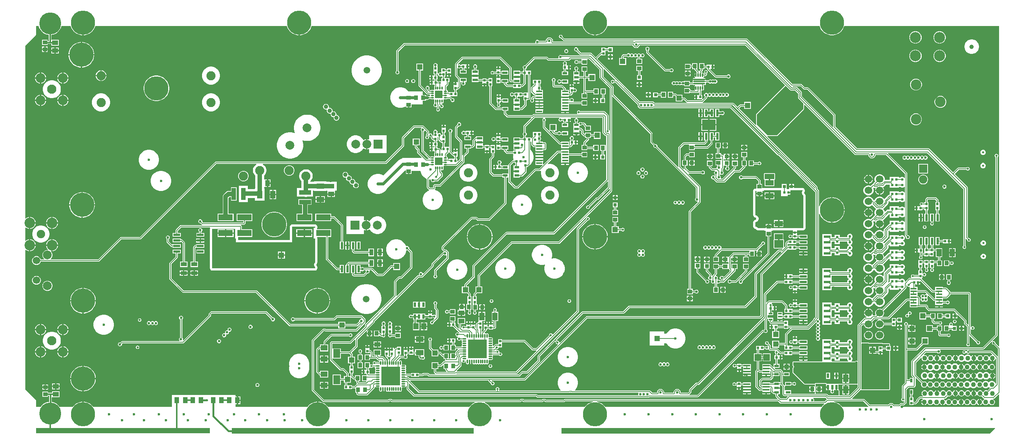
<source format=gbl>
G04*
G04 #@! TF.GenerationSoftware,Altium Limited,Altium Designer,22.8.2 (66)*
G04*
G04 Layer_Physical_Order=4*
G04 Layer_Color=16711680*
%FSLAX25Y25*%
%MOIN*%
G70*
G04*
G04 #@! TF.SameCoordinates,18DB8AE4-C2B3-415A-B087-6D5D449F6BFC*
G04*
G04*
G04 #@! TF.FilePolarity,Positive*
G04*
G01*
G75*
%ADD10C,0.00984*%
%ADD11C,0.01181*%
%ADD12C,0.00787*%
%ADD22C,0.01575*%
%ADD33R,0.02362X0.04331*%
%ADD35R,0.05709X0.01772*%
%ADD36R,0.02362X0.06102*%
%ADD39R,0.03740X0.05512*%
%ADD40R,0.03543X0.03937*%
%ADD44O,0.01181X0.03347*%
%ADD47R,0.05906X0.05906*%
%ADD59R,0.02441X0.02362*%
%ADD70R,0.07087X0.04528*%
%ADD73R,0.02441X0.02441*%
%ADD77R,0.03740X0.03937*%
%ADD78R,0.03937X0.03543*%
%ADD79R,0.02441X0.02284*%
%ADD80R,0.05512X0.04134*%
%ADD81R,0.04134X0.05512*%
%ADD82R,0.04528X0.07087*%
%ADD85R,0.05512X0.03740*%
%ADD86R,0.02284X0.02441*%
%ADD89R,0.07087X0.04528*%
%ADD90R,0.03543X0.01575*%
%ADD91R,0.04528X0.07087*%
%ADD92R,0.03937X0.03740*%
%ADD95R,0.02441X0.02441*%
%ADD96R,0.04331X0.02362*%
%ADD173C,0.08268*%
%ADD176C,0.09843*%
%ADD186C,0.08661*%
%ADD189C,0.02520*%
%ADD191C,0.00598*%
%ADD192C,0.03937*%
%ADD193C,0.07874*%
%ADD194R,0.07874X0.07874*%
%ADD195C,0.05906*%
%ADD196C,0.09449*%
%ADD197C,0.01968*%
%ADD198C,0.19685*%
%ADD199C,0.06693*%
%ADD200C,0.21654*%
%ADD201C,0.03937*%
%ADD202R,0.07480X0.07480*%
%ADD203C,0.07480*%
%ADD204C,0.08200*%
%ADD205C,0.04331*%
%ADD206C,0.02362*%
%ADD208R,0.06299X0.07874*%
%ADD209R,0.06299X0.05118*%
%ADD210R,0.05000X0.05000*%
%ADD211O,0.10827X0.01181*%
%ADD212R,0.02362X0.04134*%
%ADD213R,0.04921X0.02362*%
%ADD214R,0.03937X0.02362*%
%ADD215R,0.03937X0.03937*%
%ADD216R,0.05709X0.01772*%
%ADD217R,0.05906X0.01772*%
%ADD218R,0.12197X0.09488*%
%ADD219R,0.02362X0.06102*%
%ADD220R,0.01968X0.03543*%
%ADD221R,0.07284X0.04921*%
%ADD222R,0.03937X0.05709*%
%ADD223R,0.12992X0.05512*%
%ADD224O,0.01181X0.03543*%
%ADD225O,0.03543X0.01181*%
%ADD226R,0.16732X0.16732*%
%ADD227R,0.06890X0.06890*%
%ADD228O,0.01181X0.03150*%
%ADD229O,0.03150X0.01181*%
%ADD230R,0.03150X0.03150*%
%ADD231R,0.10630X0.03937*%
%ADD232R,0.04921X0.07087*%
%ADD233R,0.04528X0.05709*%
%ADD234R,0.06102X0.02362*%
%ADD235R,0.03740X0.03740*%
%ADD236R,0.05000X0.05000*%
%ADD237R,0.03150X0.03150*%
%ADD238R,0.03937X0.10630*%
G36*
X237992Y361014D02*
X238301D01*
X240077Y361296D01*
X241788Y361851D01*
X243390Y362668D01*
X244846Y363725D01*
X246117Y364997D01*
X247175Y366452D01*
X247991Y368055D01*
X248393Y369291D01*
X491371D01*
X491773Y368055D01*
X492589Y366452D01*
X493646Y364997D01*
X494918Y363725D01*
X496373Y362668D01*
X497976Y361851D01*
X499686Y361296D01*
X501463Y361014D01*
X501772D01*
Y372441D01*
X502953D01*
Y361014D01*
X503262D01*
X505038Y361296D01*
X506749Y361851D01*
X508351Y362668D01*
X509806Y363725D01*
X511078Y364997D01*
X512135Y366452D01*
X512952Y368055D01*
X513354Y369291D01*
X703585D01*
X703986Y368058D01*
X704802Y366457D01*
X705858Y365003D01*
X707129Y363732D01*
X708583Y362676D01*
X710184Y361860D01*
X711893Y361305D01*
X713668Y361024D01*
X715465D01*
X717240Y361305D01*
X718950Y361860D01*
X720551Y362676D01*
X722005Y363732D01*
X723276Y365003D01*
X724332Y366457D01*
X725148Y368058D01*
X725548Y369291D01*
X864485D01*
X864485Y82075D01*
X864024Y81884D01*
X861024Y84884D01*
Y85353D01*
X860784Y85931D01*
X860341Y86374D01*
X859762Y86614D01*
X859136D01*
X858557Y86374D01*
X858224Y86737D01*
X862698Y91211D01*
X862916Y91536D01*
X862992Y91920D01*
X862992Y251792D01*
X863270Y252070D01*
X863510Y252649D01*
Y253276D01*
X863270Y253854D01*
X862827Y254297D01*
X862249Y254537D01*
X861622D01*
X861043Y254297D01*
X860600Y253854D01*
X860361Y253276D01*
Y252649D01*
X860600Y252070D01*
X860985Y251686D01*
X860985Y92336D01*
X849732Y81082D01*
X798317D01*
X797933Y81006D01*
X797608Y80788D01*
X786121Y69301D01*
X785903Y68976D01*
X785827Y68592D01*
Y55825D01*
X785903Y55440D01*
X786121Y55115D01*
X787192Y54043D01*
X786985Y53543D01*
X784252D01*
Y52185D01*
X782028D01*
Y78148D01*
X790419D01*
X790803Y78224D01*
X791129Y78442D01*
X796329Y83643D01*
X801091D01*
Y89824D01*
X794910D01*
Y85062D01*
X790003Y80155D01*
X782028D01*
Y100761D01*
X782360Y101093D01*
X782599Y101672D01*
Y102298D01*
X782360Y102877D01*
X781917Y103320D01*
X781338Y103560D01*
X780711D01*
X780132Y103320D01*
X779690Y102877D01*
X779450Y102298D01*
Y101672D01*
X779690Y101093D01*
X780021Y100761D01*
Y79152D01*
Y49382D01*
X777637Y46998D01*
X777419Y46672D01*
X777343Y46288D01*
Y35468D01*
X777011Y35137D01*
X776772Y34558D01*
Y33931D01*
X777011Y33352D01*
X777454Y32909D01*
X778033Y32670D01*
X778660D01*
X778811Y32732D01*
X779311Y32398D01*
Y31863D01*
X778373Y30925D01*
X776349D01*
X775965Y30848D01*
X775639Y30631D01*
X774673Y29665D01*
X770289D01*
X769323Y30631D01*
X768997Y30848D01*
X768613Y30925D01*
X766820D01*
X766436Y30848D01*
X766110Y30631D01*
X765144Y29665D01*
X748622D01*
X743916Y34371D01*
X743590Y34589D01*
X743207Y34665D01*
X732864D01*
X732657Y35165D01*
X740236Y42744D01*
X740652Y42902D01*
X740908Y42787D01*
X740932Y42788D01*
X741001Y42760D01*
X741223Y42668D01*
X765877D01*
X766329Y42855D01*
X766516Y43307D01*
X766516Y78049D01*
X767350D01*
Y82380D01*
X766516D01*
Y84065D01*
X766425Y84285D01*
X766338Y84507D01*
X766332Y84510D01*
X766329Y84517D01*
X766109Y84608D01*
X765890Y84704D01*
X741516Y85196D01*
X741494Y85213D01*
X741146Y85589D01*
Y99994D01*
X741960Y100808D01*
X743555D01*
X743694Y100292D01*
X744212Y99394D01*
X744945Y98661D01*
X745843Y98142D01*
X746844Y97874D01*
X747881D01*
X748882Y98142D01*
X749780Y98661D01*
X750513Y99394D01*
X751031Y100292D01*
X751299Y101293D01*
Y102329D01*
X751031Y103331D01*
X750764Y103794D01*
X753120Y106149D01*
X756409D01*
X756475Y105649D01*
X755843Y105480D01*
X754945Y104962D01*
X754212Y104228D01*
X753694Y103331D01*
X753426Y102329D01*
Y101293D01*
X753694Y100292D01*
X754212Y99394D01*
X754945Y98661D01*
X755843Y98142D01*
X756844Y97874D01*
X757881D01*
X758882Y98142D01*
X759780Y98661D01*
X760513Y99394D01*
X761031Y100292D01*
X761175Y100830D01*
X768216D01*
Y100101D01*
X771838D01*
Y103302D01*
X771838Y103565D01*
X771838Y104177D01*
X772192Y104530D01*
X772991D01*
Y103313D01*
X777321D01*
Y107643D01*
X772991D01*
Y106537D01*
X771838D01*
Y107266D01*
X768216D01*
Y104065D01*
X768216Y103802D01*
X768216Y103190D01*
X767863Y102837D01*
X761164D01*
X761031Y103331D01*
X760513Y104228D01*
X759780Y104962D01*
X758882Y105480D01*
X758250Y105649D01*
X758316Y106149D01*
X765231D01*
X765615Y106226D01*
X765940Y106443D01*
X781998Y122500D01*
X784331D01*
Y119468D01*
Y116910D01*
X791221D01*
Y117382D01*
X798696D01*
Y116520D01*
X798772Y116136D01*
X798990Y115810D01*
X800943Y113857D01*
X801268Y113640D01*
X801652Y113563D01*
X823852D01*
X825647Y111768D01*
X825474Y111349D01*
Y109722D01*
X827101D01*
X827520Y109895D01*
X832992Y104422D01*
Y102455D01*
X833069Y102071D01*
X833286Y101746D01*
X835545Y99487D01*
Y84688D01*
X835214Y84357D01*
X834974Y83778D01*
Y83151D01*
X835214Y82573D01*
X835657Y82130D01*
X836236Y81890D01*
X836862D01*
X837441Y82130D01*
X837884Y82573D01*
X838124Y83151D01*
Y83778D01*
X837884Y84357D01*
X837552Y84688D01*
Y91206D01*
X838014Y91398D01*
X844098Y85314D01*
Y84845D01*
X844338Y84266D01*
X844781Y83823D01*
X845360Y83584D01*
X845986D01*
X846565Y83823D01*
X847008Y84266D01*
X847248Y84845D01*
Y85472D01*
X847008Y86050D01*
X846565Y86493D01*
X845986Y86733D01*
X845517D01*
X838930Y93320D01*
Y97279D01*
X838962Y97299D01*
X839430Y97433D01*
X839773Y97090D01*
X840352Y96850D01*
X840978D01*
X841557Y97090D01*
X842000Y97533D01*
X842240Y98112D01*
Y98738D01*
X842000Y99317D01*
X841557Y99760D01*
X840978Y100000D01*
X840352D01*
X839773Y99760D01*
X839430Y99418D01*
X838962Y99551D01*
X838930Y99571D01*
Y129112D01*
X838854Y129496D01*
X838636Y129822D01*
X838161Y130297D01*
X837835Y130515D01*
X837451Y130591D01*
X820632D01*
Y130768D01*
X820555Y131152D01*
X820338Y131477D01*
X817365Y134450D01*
X817040Y134667D01*
X816656Y134744D01*
X814055D01*
Y135216D01*
X807165D01*
Y132185D01*
X805243D01*
X794844Y142583D01*
X795051Y143083D01*
X795712D01*
Y145120D01*
X795735Y145134D01*
X796212Y145273D01*
X796552Y144933D01*
X797131Y144693D01*
X797758D01*
X798336Y144933D01*
X798779Y145376D01*
X799019Y145955D01*
Y146581D01*
X798779Y147160D01*
X798336Y147603D01*
X797758Y147843D01*
X797131D01*
X796552Y147603D01*
X796212Y147263D01*
X795735Y147402D01*
X795712Y147416D01*
Y150249D01*
X794905D01*
Y152138D01*
X795712D01*
Y155339D01*
X795712Y155603D01*
X795712Y156214D01*
X796066Y156568D01*
X797051D01*
X797405Y156214D01*
X797405Y155839D01*
X797405Y155339D01*
Y152138D01*
X798212D01*
Y151172D01*
X798149Y151109D01*
X797909Y150530D01*
Y149904D01*
X798149Y149325D01*
X798592Y148882D01*
X799171Y148642D01*
X799797D01*
X800376Y148882D01*
X800819Y149325D01*
X801059Y149904D01*
Y150530D01*
X800819Y151109D01*
X800376Y151552D01*
X800220Y151617D01*
Y152138D01*
X801027D01*
Y155339D01*
X801027Y155603D01*
X801027Y156214D01*
X801381Y156568D01*
X802052D01*
X802405Y156214D01*
X802405Y155839D01*
X802405Y155339D01*
Y152138D01*
X803266D01*
Y151485D01*
X802988Y151207D01*
X802748Y150628D01*
Y150002D01*
X802988Y149423D01*
X803431Y148980D01*
X804010Y148740D01*
X804636D01*
X805215Y148980D01*
X805658Y149423D01*
X805898Y150002D01*
Y150628D01*
X805658Y151207D01*
X805273Y151592D01*
Y152138D01*
X806027D01*
Y155339D01*
X806027Y155603D01*
X806027Y156214D01*
X806381Y156568D01*
X808665D01*
Y153949D01*
X813389D01*
Y159068D01*
X811637D01*
Y161824D01*
X813488D01*
Y170091D01*
X807779D01*
Y169205D01*
X805752D01*
Y169934D01*
X805220D01*
Y172552D01*
X805988D01*
Y179835D01*
X802444D01*
Y172552D01*
X803213D01*
Y169934D01*
X802129D01*
Y169205D01*
X801027D01*
Y169934D01*
X800220D01*
Y172552D01*
X800988D01*
Y179835D01*
X797444D01*
Y172552D01*
X798212D01*
Y169934D01*
X797405D01*
Y166733D01*
X797405Y166469D01*
X797405Y165858D01*
X797051Y165504D01*
X795220D01*
Y166115D01*
X796106D01*
Y169737D01*
X795220D01*
Y172552D01*
X795988D01*
Y179835D01*
X792444D01*
Y172552D01*
X793213D01*
Y169737D01*
X792572D01*
Y169746D01*
X791342D01*
Y167926D01*
Y166105D01*
X792572D01*
Y166115D01*
X793213D01*
Y162969D01*
X792881Y162638D01*
X792641Y162059D01*
Y161432D01*
X792881Y160854D01*
X793324Y160410D01*
X793903Y160171D01*
X794529D01*
X795108Y160410D01*
X795551Y160854D01*
X795791Y161432D01*
Y162059D01*
X795551Y162638D01*
X795220Y162969D01*
Y163497D01*
X797405D01*
Y162768D01*
X801027D01*
Y163497D01*
X802129D01*
Y162768D01*
X805752D01*
Y165969D01*
X805752Y166233D01*
X805752Y166844D01*
X806105Y167198D01*
X807779D01*
Y161824D01*
X809630D01*
Y159068D01*
X808665D01*
Y158575D01*
X806027D01*
Y159304D01*
X802405D01*
Y158575D01*
X801027D01*
Y159304D01*
X797405D01*
Y158575D01*
X795712D01*
Y159304D01*
X792090D01*
Y156103D01*
X792090Y155839D01*
X792090Y155339D01*
Y152138D01*
X792898D01*
Y150249D01*
X792090D01*
Y147048D01*
X792090Y146784D01*
X792090Y146173D01*
X791737Y145819D01*
X788196D01*
X787864Y146151D01*
X787286Y146390D01*
X786659D01*
X786080Y146151D01*
X785637Y145708D01*
X785398Y145129D01*
Y144502D01*
X785637Y143924D01*
X785808Y143754D01*
X785600Y143254D01*
X784109D01*
X783725Y143177D01*
X783400Y142960D01*
X780421Y139981D01*
X779921Y140188D01*
Y140785D01*
X779562Y141653D01*
X778897Y142318D01*
X778029Y142677D01*
X777089D01*
X776221Y142318D01*
X775728Y141824D01*
X774646D01*
Y142717D01*
X766299D01*
Y139832D01*
X765863Y139745D01*
X765374Y139418D01*
X765004Y139755D01*
X765088Y139881D01*
X765203Y140459D01*
Y146289D01*
X765837Y146923D01*
X766299Y146732D01*
Y145788D01*
X774646D01*
Y146680D01*
X775728D01*
X776221Y146186D01*
X777089Y145827D01*
X778029D01*
X778897Y146186D01*
X779562Y146851D01*
X779921Y147719D01*
Y148659D01*
X779562Y149527D01*
X778897Y150192D01*
X778194Y150483D01*
Y151013D01*
X778897Y151305D01*
X779562Y151969D01*
X779921Y152837D01*
Y153777D01*
X779562Y154645D01*
X778897Y155310D01*
X778029Y155669D01*
X777089D01*
X776221Y155310D01*
X775728Y154816D01*
X774646D01*
Y155709D01*
X766299D01*
Y152824D01*
X765863Y152737D01*
X765374Y152410D01*
X761437Y148474D01*
X761110Y147984D01*
X760995Y147406D01*
Y145289D01*
X760495Y145081D01*
X760143Y145434D01*
X759110Y146030D01*
X757959Y146339D01*
X756767D01*
X755615Y146030D01*
X754583Y145434D01*
X753740Y144591D01*
X753144Y143559D01*
X752835Y142407D01*
Y141215D01*
X753144Y140064D01*
X753267Y139850D01*
X751964Y138547D01*
X751636Y138057D01*
X751550Y137624D01*
X751117Y137537D01*
X750627Y137210D01*
X749324Y135907D01*
X749110Y136030D01*
X747959Y136339D01*
X746767D01*
X745615Y136030D01*
X744583Y135434D01*
X743740Y134591D01*
X743144Y133559D01*
X742835Y132407D01*
Y131215D01*
X743144Y130064D01*
X743740Y129031D01*
X744583Y128188D01*
X745615Y127592D01*
X746767Y127284D01*
X747959D01*
X749110Y127592D01*
X750142Y128188D01*
X750985Y129031D01*
X751581Y130064D01*
X751890Y131215D01*
Y132407D01*
X751581Y133559D01*
X751458Y133772D01*
X751966Y134280D01*
X752311Y134050D01*
X752889Y133935D01*
X753532D01*
X753782Y133502D01*
X753685Y133334D01*
X753435Y132402D01*
X757363D01*
Y131221D01*
X753435D01*
X753685Y130288D01*
X754205Y129388D01*
X754441Y129151D01*
X754392Y128654D01*
X754376Y128642D01*
X751009Y125275D01*
X750320Y125256D01*
X750142Y125434D01*
X749110Y126030D01*
X747959Y126339D01*
X746767D01*
X745615Y126030D01*
X744583Y125434D01*
X743740Y124591D01*
X743144Y123559D01*
X742835Y122407D01*
Y121215D01*
X743144Y120064D01*
X743740Y119031D01*
X744583Y118188D01*
X745615Y117592D01*
X746767Y117284D01*
X747959D01*
X749110Y117592D01*
X750142Y118188D01*
X750985Y119031D01*
X751581Y120064D01*
X751658Y120350D01*
X751995Y120417D01*
X752362Y120662D01*
X752730Y120417D01*
X753067Y120350D01*
X753144Y120064D01*
X753740Y119031D01*
X754583Y118188D01*
X755615Y117592D01*
X756767Y117284D01*
X757959D01*
X759110Y117592D01*
X760143Y118188D01*
X760986Y119031D01*
X761582Y120064D01*
X761890Y121215D01*
Y122407D01*
X761582Y123559D01*
X760986Y124591D01*
X760639Y124937D01*
X760677Y125319D01*
X764759Y129401D01*
X765086Y129891D01*
X765201Y130468D01*
Y133295D01*
X765837Y133931D01*
X766299Y133740D01*
Y132795D01*
X774646D01*
Y133688D01*
X775728D01*
X776221Y133194D01*
X776587Y133043D01*
X776685Y132552D01*
X759345Y115213D01*
X758882Y115480D01*
X757881Y115748D01*
X756844D01*
X755843Y115480D01*
X754945Y114962D01*
X754212Y114228D01*
X753694Y113331D01*
X753426Y112329D01*
Y111293D01*
X753694Y110292D01*
X753729Y110231D01*
X753440Y109731D01*
X751446D01*
X751276Y109697D01*
X750953Y110138D01*
X751040Y110288D01*
X751290Y111221D01*
X747363D01*
X743435D01*
X743685Y110288D01*
X744205Y109388D01*
X744939Y108653D01*
X745574Y108287D01*
X745440Y107787D01*
X744289D01*
X743905Y107711D01*
X743580Y107493D01*
X740143Y104056D01*
X739925Y103730D01*
X739883Y103518D01*
X738055Y101690D01*
X737838Y101364D01*
X737761Y100980D01*
Y69129D01*
X737261Y68795D01*
X736967Y68917D01*
X736262D01*
X735611Y68647D01*
X735175Y68212D01*
X732245D01*
X732119Y68502D01*
X732092Y68712D01*
X732711Y69331D01*
X733071Y70199D01*
Y71139D01*
X732711Y72007D01*
X732164Y72555D01*
X732103Y72861D01*
X731857Y73228D01*
X732103Y73596D01*
X732164Y73902D01*
X732711Y74449D01*
X733071Y75318D01*
Y76257D01*
X732711Y77126D01*
X732047Y77790D01*
X731343Y78081D01*
Y78611D01*
X732047Y78903D01*
X732711Y79567D01*
X733071Y80436D01*
Y81375D01*
X732711Y82244D01*
X732164Y82791D01*
X732103Y83097D01*
X731857Y83465D01*
X732103Y83832D01*
X732164Y84138D01*
X732711Y84685D01*
X733071Y85554D01*
Y86493D01*
X732711Y87362D01*
X732047Y88026D01*
X731179Y88386D01*
X730239D01*
X729371Y88026D01*
X728706Y87362D01*
X728346Y86493D01*
Y85568D01*
X721693D01*
Y87638D01*
X716890D01*
Y85568D01*
X714468D01*
Y88246D01*
X706004D01*
Y83522D01*
X706004D01*
Y83246D01*
X706004D01*
Y78746D01*
X706004Y78384D01*
X706004Y78022D01*
Y73522D01*
X706004D01*
Y73246D01*
X706004D01*
Y68712D01*
X706004Y68522D01*
X705632Y68212D01*
X679883D01*
X679431Y68024D01*
X679244Y67572D01*
Y65012D01*
X679431Y64560D01*
X679712Y64279D01*
X679884Y63863D01*
Y63412D01*
X679712Y62996D01*
X679431Y62714D01*
X679244Y62262D01*
Y58707D01*
X679431Y58255D01*
X689777Y47908D01*
X690229Y47721D01*
X699362D01*
Y46572D01*
X699321Y46088D01*
X698862Y46088D01*
X697442D01*
Y43520D01*
Y40951D01*
X699321Y40951D01*
X699362Y40468D01*
Y39409D01*
X678161D01*
Y42569D01*
X672650D01*
X672472Y42995D01*
Y46079D01*
X672492Y46128D01*
X672903Y46506D01*
X678161D01*
Y47274D01*
X679682D01*
X680014Y46942D01*
X680592Y46703D01*
X681219D01*
X681798Y46942D01*
X682241Y47385D01*
X682480Y47964D01*
Y48591D01*
X682241Y49169D01*
X681798Y49612D01*
X681219Y49852D01*
X680592D01*
X680014Y49612D01*
X679682Y49281D01*
X678161D01*
Y50049D01*
X672650D01*
Y47013D01*
X672271Y46857D01*
X672150Y46847D01*
X670670Y48327D01*
X670688Y48355D01*
X670765Y48739D01*
Y55935D01*
X671468D01*
Y55167D01*
X676587D01*
Y58710D01*
X671468D01*
Y57942D01*
X670765D01*
Y59138D01*
X670688Y59522D01*
X670471Y59847D01*
X669213Y61105D01*
X668888Y61323D01*
X668504Y61399D01*
X663998D01*
X663212Y62186D01*
X663403Y62647D01*
X667531D01*
Y66191D01*
X665976D01*
Y70285D01*
X666695D01*
Y70276D01*
X667925D01*
Y72096D01*
Y73917D01*
X666695D01*
Y73907D01*
X665976D01*
Y75290D01*
X666307Y75621D01*
X666478Y76034D01*
X667009Y76210D01*
X668006Y75213D01*
X668331Y74996D01*
X668715Y74919D01*
X671969D01*
Y74112D01*
X675169D01*
X675433Y74112D01*
X675933Y74112D01*
X679134D01*
Y74919D01*
X685335D01*
Y74112D01*
X692618D01*
Y77656D01*
X685335D01*
Y76926D01*
X679134D01*
Y77734D01*
X675933D01*
X675669Y77734D01*
X675169Y77734D01*
X671969D01*
Y76926D01*
X669131D01*
X666450Y79607D01*
X666125Y79825D01*
X665741Y79901D01*
X659805D01*
Y82349D01*
X659729Y82733D01*
X659511Y83059D01*
X657895Y84675D01*
Y85144D01*
X657656Y85723D01*
X657213Y86165D01*
X656634Y86405D01*
X656007D01*
X655429Y86165D01*
X654986Y85723D01*
X654746Y85144D01*
Y84517D01*
X654986Y83938D01*
X655429Y83495D01*
X656007Y83256D01*
X656476D01*
X657540Y82192D01*
X657213Y81828D01*
X656634Y82067D01*
X656007D01*
X655429Y81828D01*
X655097Y81496D01*
X653823D01*
Y82304D01*
X650358D01*
Y82304D01*
X650122D01*
Y82304D01*
X646657D01*
Y78681D01*
X647386D01*
Y75639D01*
X644687D01*
Y68553D01*
X647227D01*
Y61326D01*
X646317Y60415D01*
X646099Y60090D01*
X646023Y59706D01*
Y46039D01*
X646099Y45655D01*
X646317Y45330D01*
X649370Y42276D01*
X649696Y42058D01*
X650080Y41982D01*
X651706D01*
X652177Y41912D01*
Y41017D01*
X655730D01*
X659283D01*
Y41912D01*
X659273D01*
Y44172D01*
X659773Y44381D01*
X660020Y44138D01*
Y41519D01*
X660097Y41135D01*
X660314Y40809D01*
X661036Y40087D01*
X661361Y39870D01*
X661745Y39794D01*
X662413D01*
Y39025D01*
X664166D01*
Y37235D01*
X664242Y36851D01*
X664460Y36526D01*
X665859Y35127D01*
X665667Y34665D01*
X475481D01*
X475097Y34589D01*
X474771Y34371D01*
X474288Y33888D01*
X458783D01*
X458299Y34371D01*
X457974Y34589D01*
X457590Y34665D01*
X455796D01*
X455412Y34589D01*
X455086Y34371D01*
X454603Y33888D01*
X439098D01*
X438614Y34371D01*
X438289Y34589D01*
X437905Y34665D01*
X436111D01*
X435727Y34589D01*
X435401Y34371D01*
X434918Y33888D01*
X320987D01*
X320504Y34371D01*
X320179Y34589D01*
X319795Y34665D01*
X318001D01*
X317617Y34589D01*
X317291Y34371D01*
X316808Y33888D01*
X259745D01*
X250554Y43078D01*
Y86843D01*
X259361Y95650D01*
X260324D01*
X260433Y95541D01*
X260758Y95323D01*
X261143Y95247D01*
X288534D01*
X288918Y95323D01*
X289244Y95541D01*
X296519Y102815D01*
X296736Y103141D01*
X296813Y103525D01*
Y106032D01*
X296736Y106416D01*
X296519Y106741D01*
X293850Y109410D01*
X293525Y109627D01*
X293141Y109704D01*
X271161D01*
X270777Y109627D01*
X270451Y109410D01*
X268269Y107227D01*
X233235D01*
X233235Y107227D01*
X232737Y107726D01*
X232085Y107995D01*
X231381D01*
X230730Y107726D01*
X230231Y107227D01*
X229961Y106576D01*
Y105871D01*
X230231Y105220D01*
X230730Y104722D01*
X231381Y104452D01*
X232085D01*
X232737Y104722D01*
X233235Y105220D01*
X233235Y105220D01*
X268684D01*
X269068Y105297D01*
X269394Y105514D01*
X271576Y107696D01*
X292725D01*
X293468Y106953D01*
X293320Y106619D01*
X293218Y106496D01*
X292561D01*
X291910Y106226D01*
X291411Y105728D01*
X291142Y105077D01*
Y104372D01*
X291142Y104372D01*
X288732Y101962D01*
X278657D01*
Y104049D01*
X272476D01*
Y101962D01*
X229620D01*
X199771Y131812D01*
X199445Y132029D01*
X199061Y132106D01*
X133880D01*
X123051Y142935D01*
Y155884D01*
X128269Y161101D01*
X128486Y161427D01*
X128563Y161811D01*
Y165138D01*
X131201D01*
Y168681D01*
X123917D01*
Y165138D01*
X126556D01*
Y162227D01*
X121338Y157009D01*
X121120Y156683D01*
X121044Y156299D01*
Y142520D01*
X121120Y142136D01*
X121338Y141810D01*
X132755Y130393D01*
X133080Y130175D01*
X133465Y130099D01*
X198645D01*
X228495Y100249D01*
X228821Y100031D01*
X229205Y99955D01*
X272476D01*
Y97868D01*
X278657D01*
Y99955D01*
X289148D01*
X289532Y100031D01*
X289857Y100249D01*
X292561Y102953D01*
X292561Y102953D01*
X293110D01*
X293354Y102489D01*
X288119Y97254D01*
X261558D01*
X261449Y97363D01*
X261123Y97581D01*
X260739Y97657D01*
X258946D01*
X258562Y97581D01*
X258236Y97363D01*
X248841Y87968D01*
X248623Y87643D01*
X248547Y87259D01*
Y42663D01*
X248623Y42279D01*
X248841Y41953D01*
X258619Y32175D01*
X258945Y31957D01*
X259329Y31881D01*
X317224D01*
X317608Y31957D01*
X317933Y32175D01*
X318416Y32658D01*
X319379D01*
X319862Y32175D01*
X320188Y31957D01*
X320572Y31881D01*
X394441D01*
X394561Y31381D01*
X393105Y30639D01*
X391650Y29582D01*
X390378Y28310D01*
X389833Y27559D01*
X263199D01*
X262653Y28310D01*
X261381Y29582D01*
X259926Y30639D01*
X258323Y31456D01*
X256613Y32012D01*
X254836Y32293D01*
X254528D01*
Y20866D01*
X253346D01*
Y32293D01*
X253038D01*
X251261Y32012D01*
X249551Y31456D01*
X247948Y30639D01*
X246493Y29582D01*
X245221Y28310D01*
X244675Y27559D01*
X180315D01*
Y30010D01*
X181496D01*
Y33465D01*
Y36919D01*
X180315D01*
Y38189D01*
X123228D01*
Y27559D01*
X52962D01*
X52417Y28310D01*
X51145Y29582D01*
X49690Y30639D01*
X48087Y31456D01*
X46377Y32012D01*
X44600Y32293D01*
X44291D01*
Y20866D01*
X43110D01*
Y32293D01*
X42801D01*
X41025Y32012D01*
X39314Y31456D01*
X37712Y30639D01*
X36257Y29582D01*
X34985Y28310D01*
X34439Y27559D01*
X22779D01*
X22131Y28450D01*
X20970Y29611D01*
X19641Y30577D01*
X18178Y31322D01*
X16616Y31830D01*
X15771Y31964D01*
Y35891D01*
X15945Y36319D01*
X22638D01*
Y41634D01*
X15945D01*
Y40181D01*
X12402D01*
Y41339D01*
X7283D01*
Y36614D01*
X12402D01*
Y37772D01*
X13363D01*
Y32087D01*
X13352D01*
X11730Y31830D01*
X10168Y31322D01*
X8705Y30577D01*
X7377Y29611D01*
X6215Y28450D01*
X5568Y27559D01*
X1809D01*
Y32673D01*
X1656Y33441D01*
X1221Y34092D01*
X-7991Y43304D01*
Y59628D01*
Y89155D01*
X-7991Y168391D01*
X-7529Y168582D01*
X-7364Y168417D01*
X-6150Y167716D01*
X-4795Y167353D01*
X-4685D01*
Y172677D01*
Y178002D01*
X-4795D01*
X-6150Y177639D01*
X-7364Y176938D01*
X-7529Y176772D01*
X-7991Y176963D01*
Y188391D01*
X-7529Y188582D01*
X-7364Y188417D01*
X-6150Y187716D01*
X-4795Y187353D01*
X-4685D01*
Y192677D01*
Y198002D01*
X-4795D01*
X-6150Y197639D01*
X-7364Y196938D01*
X-7529Y196772D01*
X-7991Y196964D01*
X-7991Y351656D01*
X1221Y360868D01*
X1656Y361519D01*
X1809Y362287D01*
Y369291D01*
X3984D01*
X3997Y369211D01*
X4504Y367649D01*
X5250Y366185D01*
X6215Y364857D01*
X7377Y363696D01*
X8705Y362730D01*
X10168Y361985D01*
X11730Y361477D01*
X12969Y361281D01*
Y355539D01*
X12146D01*
Y357091D01*
X7028D01*
Y352367D01*
X12146D01*
Y353131D01*
X15296D01*
Y351678D01*
X21989D01*
Y356993D01*
X15378D01*
Y361281D01*
X16616Y361477D01*
X18178Y361985D01*
X19641Y362730D01*
X20970Y363696D01*
X22131Y364857D01*
X23096Y366185D01*
X23842Y367649D01*
X24349Y369211D01*
X24362Y369291D01*
X32709D01*
X33111Y368055D01*
X33928Y366452D01*
X34985Y364997D01*
X36257Y363725D01*
X37712Y362668D01*
X39314Y361851D01*
X41025Y361296D01*
X42801Y361014D01*
X43110D01*
Y372441D01*
X44291D01*
Y361014D01*
X44600D01*
X46377Y361296D01*
X48087Y361851D01*
X49690Y362668D01*
X51145Y363725D01*
X52417Y364997D01*
X53474Y366452D01*
X54290Y368055D01*
X54692Y369291D01*
X226410D01*
X226812Y368055D01*
X227628Y366452D01*
X228686Y364997D01*
X229958Y363725D01*
X231413Y362668D01*
X233015Y361851D01*
X234726Y361296D01*
X236502Y361014D01*
X236811D01*
Y372441D01*
X237992D01*
Y361014D01*
D02*
G37*
G36*
X804117Y130472D02*
X804443Y130254D01*
X804827Y130178D01*
X807165D01*
Y127146D01*
Y124665D01*
X806731Y124574D01*
X806665Y124573D01*
X799347Y131891D01*
X799022Y132108D01*
X798638Y132185D01*
X791221D01*
Y135216D01*
X788996D01*
Y137473D01*
X789931D01*
Y137464D01*
X791161D01*
Y139284D01*
X791751D01*
Y139875D01*
X793572D01*
Y140364D01*
X794034Y140555D01*
X804117Y130472D01*
D02*
G37*
G36*
X799212Y129188D02*
X799081Y128870D01*
X798966Y128726D01*
X798317D01*
X797666Y128456D01*
X797299Y128089D01*
X796932Y128456D01*
X796281Y128726D01*
X795576D01*
X794925Y128456D01*
X794426Y127958D01*
X794157Y127307D01*
Y126602D01*
X794426Y125951D01*
X794652Y125726D01*
X794886Y125399D01*
X794652Y125073D01*
X794426Y124847D01*
X794157Y124196D01*
Y123491D01*
X794426Y122840D01*
X794925Y122342D01*
X795576Y122072D01*
X796281D01*
X796932Y122342D01*
X797314Y122723D01*
X797695Y122342D01*
X798347Y122072D01*
X799051D01*
X799703Y122342D01*
X800201Y122840D01*
X800471Y123491D01*
Y124196D01*
X800201Y124847D01*
X799961Y125087D01*
X799728Y125384D01*
X799961Y125740D01*
X800172Y125951D01*
X800441Y126602D01*
Y127251D01*
X800585Y127366D01*
X800903Y127496D01*
X805605Y122794D01*
X805931Y122577D01*
X806315Y122500D01*
X807165D01*
Y119872D01*
X807156D01*
Y118976D01*
X810610D01*
X814065D01*
Y119872D01*
X814065Y119872D01*
X814065D01*
X814065Y119872D01*
X814201Y120315D01*
X817083D01*
X817415Y119984D01*
X817994Y119744D01*
X818620D01*
X819199Y119984D01*
X819642Y120427D01*
X819882Y121005D01*
Y121632D01*
X819642Y122211D01*
X819199Y122654D01*
X818620Y122894D01*
X817994D01*
X817415Y122654D01*
X817083Y122322D01*
X814055D01*
Y125059D01*
X817283D01*
X817667Y125136D01*
X817993Y125353D01*
X820338Y127698D01*
X820555Y128024D01*
X820632Y128408D01*
Y128584D01*
X836923D01*
Y101601D01*
X836461Y101409D01*
X835000Y102871D01*
Y104838D01*
X834923Y105222D01*
X834706Y105548D01*
X824977Y115277D01*
X824651Y115494D01*
X824267Y115570D01*
X802068D01*
X800703Y116935D01*
Y117925D01*
X800627Y118309D01*
X800409Y118634D01*
X799948Y119095D01*
X799622Y119313D01*
X799238Y119389D01*
X793455D01*
Y125371D01*
X793378Y125755D01*
X793161Y126081D01*
X792469Y126773D01*
X792143Y126990D01*
X791759Y127067D01*
X791221D01*
Y130178D01*
X798222D01*
X799212Y129188D01*
D02*
G37*
G36*
X782046Y136033D02*
X782489Y135590D01*
X783068Y135350D01*
X783695D01*
X783926Y135445D01*
X784331Y135072D01*
Y132264D01*
Y129705D01*
Y127146D01*
Y124507D01*
X781582D01*
X781198Y124431D01*
X780872Y124214D01*
X764815Y108156D01*
X759872D01*
X759743Y108639D01*
X759780Y108661D01*
X760513Y109394D01*
X761031Y110292D01*
X761300Y111293D01*
Y112329D01*
X761031Y113331D01*
X760764Y113794D01*
X781025Y134054D01*
X781242Y134379D01*
X781319Y134764D01*
Y136582D01*
X781807Y136611D01*
X782046Y136033D01*
D02*
G37*
G36*
X765877Y84065D02*
Y82380D01*
X763019D01*
Y81121D01*
X759851D01*
Y81946D01*
X756229D01*
Y78751D01*
X756219Y78255D01*
X756219Y78017D01*
X756144Y77517D01*
X754157D01*
Y77776D01*
X751647D01*
Y75266D01*
X754157D01*
Y75510D01*
X756219D01*
Y74772D01*
X757449D01*
Y76513D01*
X758040D01*
Y77104D01*
X759860D01*
Y77986D01*
X759860Y78255D01*
X759851Y78751D01*
Y78953D01*
X760204Y79307D01*
X763019D01*
Y78049D01*
X765877D01*
X765877Y43307D01*
X741223D01*
X741149Y43379D01*
X740970Y43807D01*
X741085Y43979D01*
X741161Y44363D01*
Y68613D01*
X741146Y68687D01*
Y84207D01*
X741503Y84557D01*
X765877Y84065D01*
D02*
G37*
G36*
X728346Y80436D02*
X728706Y79567D01*
X729371Y78903D01*
X730074Y78611D01*
Y78081D01*
X729371Y77790D01*
X728706Y77126D01*
X728346Y76257D01*
Y75332D01*
X725595D01*
X725595Y75332D01*
X721693D01*
Y77402D01*
X716890D01*
Y75332D01*
X715781D01*
X715720Y75373D01*
X715143Y75488D01*
X714468D01*
X714468Y78384D01*
X714468Y78746D01*
Y81280D01*
X714621D01*
X715027Y81361D01*
X716890D01*
Y79291D01*
X721693D01*
Y81361D01*
X728346D01*
Y80436D01*
D02*
G37*
G36*
X655429Y79158D02*
X656007Y78918D01*
X656634D01*
X657213Y79158D01*
X657309Y79254D01*
X657852Y79089D01*
X657874Y78975D01*
X658092Y78649D01*
X658553Y78188D01*
X658879Y77970D01*
X659263Y77894D01*
X663419D01*
X663637Y77406D01*
X663398Y76827D01*
Y76200D01*
X663637Y75621D01*
X663969Y75290D01*
Y73907D01*
X663161D01*
Y70285D01*
X663969D01*
Y66191D01*
X662413D01*
Y63637D01*
X661951Y63446D01*
X660170Y65227D01*
X659845Y65445D01*
X659461Y65521D01*
X659264D01*
Y65994D01*
X652177D01*
Y63041D01*
Y60403D01*
X650157D01*
X649234Y61326D01*
Y68553D01*
X651774D01*
Y71093D01*
X652561D01*
Y68553D01*
X659648D01*
Y75639D01*
X652561D01*
Y73100D01*
X651774D01*
Y75639D01*
X649393D01*
Y78681D01*
X650122D01*
Y78681D01*
X650358D01*
Y78681D01*
X653823D01*
Y79489D01*
X655097D01*
X655429Y79158D01*
D02*
G37*
G36*
X858114Y85931D02*
X857874Y85353D01*
Y84726D01*
X858114Y84147D01*
X858557Y83704D01*
X859136Y83465D01*
X859604D01*
X863358Y79711D01*
Y73028D01*
X862858Y72821D01*
X858048Y77631D01*
X857723Y77849D01*
X857339Y77925D01*
X837772D01*
X837441Y78257D01*
X836862Y78496D01*
X836236D01*
X835657Y78257D01*
X835214Y77814D01*
X835087Y77506D01*
X834545D01*
X834460Y77712D01*
X834017Y78155D01*
X833438Y78395D01*
X832812D01*
X832233Y78155D01*
X831790Y77712D01*
X831550Y77134D01*
Y76507D01*
X831790Y75928D01*
X832233Y75485D01*
X832812Y75245D01*
X833438D01*
X834017Y75485D01*
X834460Y75928D01*
X834587Y76236D01*
X835128D01*
X835214Y76029D01*
X835657Y75586D01*
X836236Y75347D01*
X836862D01*
X837441Y75586D01*
X837772Y75918D01*
X856923D01*
X858316Y74525D01*
X858109Y74025D01*
X857904D01*
X857200Y73837D01*
X856570Y73473D01*
X856055Y72958D01*
X855782Y72485D01*
X855728Y72466D01*
X855293Y72464D01*
X855230Y72486D01*
X854961Y72952D01*
X854448Y73465D01*
X853820Y73828D01*
X853119Y74016D01*
X852393D01*
X851692Y73828D01*
X851064Y73465D01*
X850551Y72952D01*
X850276Y72477D01*
X850197Y72451D01*
X849803D01*
X849724Y72477D01*
X849449Y72952D01*
X848936Y73465D01*
X848308Y73828D01*
X847607Y74016D01*
X846881D01*
X846180Y73828D01*
X845552Y73465D01*
X845039Y72952D01*
X844770Y72486D01*
X844707Y72464D01*
X844272Y72466D01*
X844218Y72485D01*
X843945Y72958D01*
X843430Y73473D01*
X842800Y73837D01*
X842323Y73965D01*
Y71260D01*
Y68555D01*
X842800Y68683D01*
X843430Y69047D01*
X843945Y69562D01*
X844218Y70034D01*
X844272Y70053D01*
X844707Y70055D01*
X844770Y70034D01*
X845039Y69568D01*
X845552Y69055D01*
X846180Y68692D01*
X846881Y68504D01*
X847607D01*
X848308Y68692D01*
X848936Y69055D01*
X849449Y69568D01*
X849724Y70042D01*
X849803Y70069D01*
X850197D01*
X850276Y70042D01*
X850551Y69568D01*
X851064Y69055D01*
X851692Y68692D01*
X852393Y68504D01*
X853119D01*
X853820Y68692D01*
X854448Y69055D01*
X854961Y69568D01*
X855230Y70034D01*
X855293Y70055D01*
X855728Y70053D01*
X855782Y70034D01*
X856055Y69562D01*
X856570Y69047D01*
X857200Y68683D01*
X857677Y68555D01*
Y71260D01*
X858858D01*
Y68555D01*
X859335Y68683D01*
X859966Y69047D01*
X860481Y69562D01*
X860845Y70192D01*
X860956Y70609D01*
X861502Y70841D01*
X861510Y70840D01*
X861586Y70789D01*
Y48645D01*
X861086Y48579D01*
X860992Y48930D01*
X860552Y49693D01*
X859929Y50316D01*
X859166Y50756D01*
X858315Y50984D01*
X857434D01*
X856582Y50756D01*
X855819Y50316D01*
X855458Y49954D01*
X855118Y49742D01*
X854778Y49954D01*
X854417Y50316D01*
X853654Y50756D01*
X852803Y50984D01*
X851922D01*
X851070Y50756D01*
X850307Y50316D01*
X849684Y49693D01*
X849522Y49411D01*
X848956Y49430D01*
X848543Y49843D01*
X847914Y50206D01*
X847213Y50394D01*
X846488D01*
X845787Y50206D01*
X845158Y49843D01*
X844745Y49430D01*
X844179Y49411D01*
X844016Y49693D01*
X843393Y50316D01*
X842630Y50756D01*
X841779Y50984D01*
X840898D01*
X840047Y50756D01*
X839284Y50316D01*
X838922Y49954D01*
X838583Y49742D01*
X838243Y49954D01*
X837882Y50316D01*
X837119Y50756D01*
X836267Y50984D01*
X835386D01*
X834535Y50756D01*
X833772Y50316D01*
X833149Y49693D01*
X832987Y49411D01*
X832420Y49430D01*
X832007Y49843D01*
X831379Y50206D01*
X830678Y50394D01*
X829952D01*
X829251Y50206D01*
X828623Y49843D01*
X828110Y49330D01*
X827836Y48855D01*
X827756Y48829D01*
X827362D01*
X827283Y48855D01*
X827008Y49330D01*
X826495Y49843D01*
X825867Y50206D01*
X825166Y50394D01*
X824440D01*
X823739Y50206D01*
X823111Y49843D01*
X822598Y49330D01*
X822324Y48855D01*
X822244Y48829D01*
X821850D01*
X821771Y48855D01*
X821497Y49330D01*
X820984Y49843D01*
X820355Y50206D01*
X819654Y50394D01*
X818929D01*
X818228Y50206D01*
X817599Y49843D01*
X817086Y49330D01*
X816812Y48855D01*
X816733Y48829D01*
X816338D01*
X816259Y48855D01*
X815985Y49330D01*
X815472Y49843D01*
X814843Y50206D01*
X814142Y50394D01*
X813417D01*
X812716Y50206D01*
X812087Y49843D01*
X811574Y49330D01*
X811300Y48855D01*
X811221Y48829D01*
X810827D01*
X810747Y48855D01*
X810473Y49330D01*
X809960Y49843D01*
X809332Y50206D01*
X808630Y50394D01*
X807905D01*
X807204Y50206D01*
X806576Y49843D01*
X806062Y49330D01*
X805788Y48855D01*
X805709Y48829D01*
X805315D01*
X805235Y48855D01*
X804961Y49330D01*
X804448Y49843D01*
X803820Y50206D01*
X803119Y50394D01*
X802393D01*
X801692Y50206D01*
X801064Y49843D01*
X800551Y49330D01*
X800276Y48855D01*
X800197Y48829D01*
X799803D01*
X799723Y48855D01*
X799449Y49330D01*
X798936Y49843D01*
X798308Y50206D01*
X797607Y50394D01*
X796881D01*
X796180Y50206D01*
X796126Y50175D01*
X789980Y56321D01*
Y67323D01*
X794400Y71743D01*
X794623Y71688D01*
X794882Y71518D01*
Y70897D01*
X795070Y70196D01*
X795433Y69568D01*
X795946Y69055D01*
X796574Y68692D01*
X797275Y68504D01*
X798001D01*
X798701Y68692D01*
X799330Y69055D01*
X799843Y69568D01*
X800117Y70042D01*
X800197Y70069D01*
X800591D01*
X800670Y70042D01*
X800944Y69568D01*
X801457Y69055D01*
X802086Y68692D01*
X802787Y68504D01*
X803512D01*
X804213Y68692D01*
X804842Y69055D01*
X805355Y69568D01*
X805624Y70034D01*
X805687Y70055D01*
X806121Y70053D01*
X806176Y70034D01*
X806449Y69562D01*
X806964Y69047D01*
X807594Y68683D01*
X808071Y68555D01*
Y71260D01*
Y73965D01*
X807594Y73837D01*
X806964Y73473D01*
X806449Y72958D01*
X806176Y72485D01*
X806121Y72466D01*
X805687Y72464D01*
X805624Y72486D01*
X805355Y72952D01*
X804842Y73465D01*
X804213Y73828D01*
X803512Y74016D01*
X802787D01*
X802086Y73828D01*
X801457Y73465D01*
X800944Y72952D01*
X800670Y72477D01*
X800591Y72451D01*
X800197D01*
X800117Y72477D01*
X799843Y72952D01*
X799330Y73465D01*
X798701Y73828D01*
X798001Y74016D01*
X797379D01*
X797210Y74275D01*
X797154Y74498D01*
X798919Y76262D01*
X808813D01*
X808813Y76262D01*
X809312Y75764D01*
X809963Y75494D01*
X810668D01*
X811319Y75764D01*
X811817Y76262D01*
X812087Y76913D01*
Y77618D01*
X811817Y78269D01*
X811512Y78575D01*
X811719Y79075D01*
X850147D01*
X850531Y79152D01*
X850857Y79369D01*
X857751Y86264D01*
X858114Y85931D01*
D02*
G37*
G36*
X725102Y71125D02*
X728346D01*
Y70199D01*
X728706Y69331D01*
X729325Y68712D01*
X729299Y68502D01*
X729172Y68212D01*
X714840D01*
X714468Y68522D01*
X714468Y68712D01*
Y70848D01*
X714806Y71125D01*
X716890D01*
Y69055D01*
X721693D01*
Y71125D01*
X725102D01*
X725102Y71125D01*
D02*
G37*
G36*
X659967Y59786D02*
Y54413D01*
X659045Y53491D01*
X651967D01*
X651583Y53415D01*
X651258Y53197D01*
X649487Y51427D01*
X649270Y51101D01*
X649193Y50717D01*
Y46932D01*
X649270Y46548D01*
X649487Y46222D01*
X650875Y44835D01*
X651200Y44617D01*
X651584Y44541D01*
X652187D01*
Y43989D01*
X650496D01*
X648030Y46455D01*
Y58984D01*
X648530Y59191D01*
X649031Y58690D01*
X649357Y58472D01*
X649741Y58396D01*
X651697D01*
X652168Y58326D01*
Y57431D01*
X655721D01*
X659273D01*
Y58326D01*
X659264D01*
Y59686D01*
X659764Y59937D01*
X659967Y59786D01*
D02*
G37*
G36*
X662873Y59686D02*
X663199Y59468D01*
X663583Y59392D01*
X668088D01*
X668758Y58722D01*
Y56939D01*
Y49281D01*
X667925D01*
Y50049D01*
X662413D01*
Y49107D01*
X659273D01*
Y49580D01*
X652187D01*
Y47069D01*
X651687Y46861D01*
X651200Y47348D01*
Y50301D01*
X652383Y51484D01*
X659461D01*
X659845Y51560D01*
X660170Y51778D01*
X661680Y53287D01*
X661897Y53613D01*
X661974Y53997D01*
Y55022D01*
X662413Y55167D01*
Y55167D01*
X667531D01*
Y58710D01*
X662413D01*
Y58710D01*
X661974Y58856D01*
Y59878D01*
X662474Y60085D01*
X662873Y59686D01*
D02*
G37*
G36*
X737776Y60335D02*
X737761Y60261D01*
Y48363D01*
X712811D01*
Y48360D01*
X709841D01*
X709819Y48439D01*
X709519Y48815D01*
X709486Y48834D01*
X709471Y48869D01*
X709276Y48950D01*
X709091Y49052D01*
X709055Y49042D01*
X709019Y49056D01*
X700001D01*
X699549Y48869D01*
X699362Y48417D01*
Y48360D01*
X690229D01*
X679883Y58707D01*
Y62262D01*
X680254Y62634D01*
X680524Y63285D01*
Y63990D01*
X680254Y64641D01*
X679883Y65012D01*
Y67572D01*
X737776D01*
Y60335D01*
D02*
G37*
G36*
X794707Y48755D02*
X794676Y48702D01*
X794488Y48001D01*
Y47275D01*
X794676Y46574D01*
X795039Y45946D01*
X795552Y45432D01*
X796180Y45070D01*
X796881Y44882D01*
X797607D01*
X798308Y45070D01*
X798936Y45432D01*
X799449Y45946D01*
X799723Y46420D01*
X799803Y46447D01*
X800197D01*
X800276Y46420D01*
X800551Y45946D01*
X801064Y45432D01*
X801692Y45070D01*
X802393Y44882D01*
X803119D01*
X803820Y45070D01*
X804448Y45432D01*
X804961Y45946D01*
X805235Y46420D01*
X805315Y46447D01*
X805709D01*
X805788Y46420D01*
X806062Y45946D01*
X806576Y45432D01*
X807204Y45070D01*
X807905Y44882D01*
X808630D01*
X809332Y45070D01*
X809960Y45432D01*
X810473Y45946D01*
X810747Y46420D01*
X810827Y46447D01*
X811221D01*
X811300Y46420D01*
X811574Y45946D01*
X812087Y45432D01*
X812716Y45070D01*
X813417Y44882D01*
X814142D01*
X814843Y45070D01*
X815472Y45432D01*
X815985Y45946D01*
X816259Y46420D01*
X816338Y46447D01*
X816733D01*
X816812Y46420D01*
X817086Y45946D01*
X817599Y45432D01*
X818228Y45070D01*
X818929Y44882D01*
X819654D01*
X820355Y45070D01*
X820984Y45432D01*
X821497Y45946D01*
X821771Y46420D01*
X821850Y46447D01*
X822244D01*
X822324Y46420D01*
X822598Y45946D01*
X823111Y45432D01*
X823739Y45070D01*
X824440Y44882D01*
X825166D01*
X825867Y45070D01*
X826495Y45432D01*
X827008Y45946D01*
X827283Y46420D01*
X827362Y46447D01*
X827756D01*
X827836Y46420D01*
X828110Y45946D01*
X828623Y45432D01*
X829251Y45070D01*
X829952Y44882D01*
X830678D01*
X831379Y45070D01*
X832007Y45432D01*
X832420Y45845D01*
X832987Y45864D01*
X833149Y45583D01*
X833772Y44960D01*
X834535Y44519D01*
X835386Y44291D01*
X836267D01*
X837119Y44519D01*
X837882Y44960D01*
X838243Y45321D01*
X838583Y45534D01*
X838922Y45321D01*
X839284Y44960D01*
X840047Y44519D01*
X840898Y44291D01*
X841779D01*
X842630Y44519D01*
X843393Y44960D01*
X844016Y45583D01*
X844179Y45864D01*
X844745Y45845D01*
X845158Y45432D01*
X845787Y45070D01*
X846488Y44882D01*
X847213D01*
X847914Y45070D01*
X848543Y45432D01*
X848956Y45845D01*
X849522Y45864D01*
X849684Y45583D01*
X850307Y44960D01*
X851070Y44519D01*
X851922Y44291D01*
X852803D01*
X853654Y44519D01*
X854417Y44960D01*
X854778Y45321D01*
X855118Y45534D01*
X855458Y45321D01*
X855819Y44960D01*
X855931Y44896D01*
X855996Y44400D01*
X853888Y42292D01*
X853820Y42332D01*
X853119Y42520D01*
X852393D01*
X851692Y42332D01*
X851064Y41969D01*
X850551Y41456D01*
X850276Y40981D01*
X850197Y40955D01*
X849803D01*
X849724Y40981D01*
X849449Y41456D01*
X848936Y41969D01*
X848308Y42332D01*
X847607Y42520D01*
X846881D01*
X846180Y42332D01*
X845552Y41969D01*
X845039Y41456D01*
X844770Y40990D01*
X844707Y40968D01*
X844272Y40970D01*
X844218Y40989D01*
X843945Y41462D01*
X843430Y41977D01*
X842800Y42341D01*
X842323Y42468D01*
Y39764D01*
Y37059D01*
X842800Y37187D01*
X843430Y37551D01*
X843945Y38066D01*
X844218Y38538D01*
X844272Y38557D01*
X844707Y38559D01*
X844770Y38538D01*
X845039Y38072D01*
X845552Y37558D01*
X846180Y37196D01*
X846881Y37008D01*
X847607D01*
X848308Y37196D01*
X848362Y37227D01*
X850471Y35117D01*
X850797Y34900D01*
X850995Y34860D01*
X851082Y34333D01*
X850670Y34095D01*
X850157Y33582D01*
X849888Y33116D01*
X849825Y33094D01*
X849391Y33096D01*
X849336Y33115D01*
X849063Y33588D01*
X848548Y34103D01*
X847918Y34467D01*
X847441Y34594D01*
Y31890D01*
Y29185D01*
X847918Y29313D01*
X848548Y29677D01*
X849063Y30192D01*
X849336Y30664D01*
X849391Y30683D01*
X849825Y30685D01*
X849888Y30664D01*
X850157Y30198D01*
X850670Y29684D01*
X851299Y29322D01*
X851999Y29134D01*
X852725D01*
X853426Y29322D01*
X854054Y29684D01*
X854568Y30198D01*
X854842Y30672D01*
X854921Y30699D01*
X855315D01*
X855395Y30672D01*
X855669Y30198D01*
X856182Y29684D01*
X856810Y29322D01*
X857511Y29134D01*
X858237D01*
X858938Y29322D01*
X859566Y29684D01*
X860079Y30198D01*
X860442Y30826D01*
X860630Y31527D01*
Y32253D01*
X860442Y32954D01*
X860079Y33582D01*
X859566Y34095D01*
X859171Y34323D01*
X859305Y34823D01*
X859445D01*
X859829Y34900D01*
X860155Y35117D01*
X864024Y38986D01*
X864485Y38794D01*
Y27559D01*
X776092D01*
X776034Y27636D01*
X775906Y28059D01*
X776765Y28918D01*
X778789D01*
X779173Y28994D01*
X779499Y29212D01*
X781025Y30738D01*
X781242Y31063D01*
X781319Y31447D01*
Y42830D01*
X783393Y44905D01*
X787934D01*
X788318Y44981D01*
X788643Y45199D01*
X789215Y45770D01*
X789432Y46096D01*
X789508Y46480D01*
Y53301D01*
X789970Y53492D01*
X794707Y48755D01*
D02*
G37*
G36*
X737761Y45335D02*
X730231Y37804D01*
X721202D01*
Y42094D01*
X721147Y42228D01*
X721138Y42373D01*
X720937Y42789D01*
X720855Y42861D01*
X720813Y42962D01*
X720679Y43018D01*
X720571Y43114D01*
X720352Y43568D01*
Y47724D01*
X737761D01*
Y45335D01*
D02*
G37*
G36*
X709319Y48041D02*
X709319Y47917D01*
Y45866D01*
X711100D01*
Y45276D01*
X711691D01*
Y42510D01*
X712572D01*
X712881Y42510D01*
X713292Y42518D01*
X713505Y42027D01*
X713265Y41448D01*
Y40821D01*
X713505Y40242D01*
X713948Y39799D01*
X714527Y39560D01*
X715153D01*
X715732Y39799D01*
X716175Y40242D01*
X716415Y40821D01*
Y41448D01*
X716175Y42027D01*
X716389Y42518D01*
X716799Y42510D01*
X717108Y42510D01*
X717990D01*
Y45276D01*
X719171D01*
Y42510D01*
X720361D01*
X720563Y42094D01*
Y37804D01*
X711575D01*
X710264Y39115D01*
X709939Y39332D01*
X709555Y39409D01*
X700001D01*
Y48417D01*
X709019D01*
X709319Y48041D01*
D02*
G37*
G36*
X670465Y45693D02*
Y38866D01*
X670541Y38482D01*
X670759Y38157D01*
X671220Y37696D01*
X671546Y37478D01*
X671930Y37402D01*
X674711D01*
X674902Y36940D01*
X673425Y35463D01*
X668361D01*
X666173Y37651D01*
Y39025D01*
X667925D01*
Y42260D01*
X667935Y42756D01*
X667935Y43065D01*
Y43947D01*
X665169D01*
Y45128D01*
X667935D01*
Y46010D01*
X667935Y46318D01*
X667926Y46774D01*
X667959Y46954D01*
X668279Y47274D01*
X668885D01*
X670465Y45693D01*
D02*
G37*
G36*
X709752Y34840D02*
X709854Y34598D01*
X709766Y34187D01*
X708157Y32579D01*
X698797D01*
X698473Y33079D01*
X698622Y33438D01*
Y34143D01*
X698352Y34794D01*
X697854Y35293D01*
X697843Y35297D01*
X697942Y35797D01*
X708794D01*
X709752Y34840D01*
D02*
G37*
G36*
X500610Y32158D02*
X499686Y32012D01*
X497976Y31456D01*
X496373Y30639D01*
X494918Y29582D01*
X493646Y28310D01*
X493101Y27559D01*
X408356D01*
X407810Y28310D01*
X406538Y29582D01*
X405083Y30639D01*
X403628Y31381D01*
X403748Y31881D01*
X435334D01*
X435718Y31957D01*
X436043Y32175D01*
X436527Y32658D01*
X437489D01*
X437972Y32175D01*
X438298Y31957D01*
X438682Y31881D01*
X455019D01*
X455403Y31957D01*
X455728Y32175D01*
X456212Y32658D01*
X457174D01*
X457657Y32175D01*
X457983Y31957D01*
X458367Y31881D01*
X474704D01*
X475088Y31957D01*
X475414Y32175D01*
X475897Y32658D01*
X500571D01*
X500610Y32158D01*
D02*
G37*
G36*
X747390Y28059D02*
X747261Y27636D01*
X747204Y27559D01*
X723829D01*
X723283Y28310D01*
X722011Y29582D01*
X720556Y30639D01*
X718953Y31456D01*
X717243Y32012D01*
X716319Y32158D01*
X716358Y32658D01*
X742791D01*
X747390Y28059D01*
D02*
G37*
G36*
X668171Y30865D02*
X668497Y30648D01*
X668881Y30571D01*
X707676D01*
X707830Y30096D01*
X707123Y29582D01*
X705851Y28310D01*
X705305Y27559D01*
X511624D01*
X511078Y28310D01*
X509806Y29582D01*
X508351Y30639D01*
X506749Y31456D01*
X505038Y32012D01*
X504114Y32158D01*
X504153Y32658D01*
X666379D01*
X668171Y30865D01*
D02*
G37*
G36*
X157333Y3984D02*
X1809Y3984D01*
Y8787D01*
X157333Y8787D01*
Y3984D01*
D02*
G37*
G36*
X860770Y8207D02*
X856350Y3787D01*
X472294D01*
Y8669D01*
X860578Y8669D01*
X860770Y8207D01*
D02*
G37*
G36*
X393554Y3787D02*
X177018D01*
X177018Y8783D01*
X393554D01*
Y3787D01*
D02*
G37*
%LPC*%
G36*
X472030Y361417D02*
X471404D01*
X470825Y361178D01*
X470382Y360735D01*
X470142Y360156D01*
Y359529D01*
X470382Y358950D01*
X470825Y358507D01*
X471404Y358268D01*
X471873D01*
X473960Y356180D01*
X474286Y355963D01*
X474670Y355886D01*
X536636D01*
X536903Y355386D01*
X536881Y355353D01*
X464586D01*
Y356802D01*
X464510Y357187D01*
X464292Y357512D01*
X463024Y358781D01*
X462698Y358998D01*
X462314Y359074D01*
X460520D01*
X460136Y358998D01*
X459811Y358781D01*
X458542Y357512D01*
X458325Y357187D01*
X458248Y356802D01*
Y356122D01*
X452315D01*
X452315Y356122D01*
X451817Y356620D01*
X451165Y356890D01*
X450460D01*
X449809Y356620D01*
X449311Y356122D01*
X449041Y355470D01*
Y354766D01*
X449161Y354476D01*
X448827Y353976D01*
X331540D01*
X331156Y353899D01*
X330831Y353682D01*
X324659Y347510D01*
X324442Y347185D01*
X324365Y346801D01*
Y329219D01*
X324365Y329219D01*
X323867Y328720D01*
X323597Y328069D01*
Y327364D01*
X323867Y326713D01*
X324365Y326215D01*
X325016Y325945D01*
X325721D01*
X326373Y326215D01*
X326871Y326713D01*
X327140Y327364D01*
Y328069D01*
X326871Y328720D01*
X326373Y329219D01*
X326372Y329219D01*
Y346385D01*
X331956Y351969D01*
X449819D01*
X449916Y351949D01*
X451710D01*
X451807Y351969D01*
X536091D01*
Y351859D01*
X536167Y351475D01*
X536385Y351149D01*
X537653Y349881D01*
X537979Y349663D01*
X538363Y349587D01*
X540157D01*
X540541Y349663D01*
X540866Y349881D01*
X542135Y351149D01*
X542352Y351475D01*
X542429Y351859D01*
Y351969D01*
X636924D01*
X672678Y316214D01*
X646970Y290506D01*
X646783Y290054D01*
Y280797D01*
X646797Y280764D01*
X646373Y280480D01*
X631457Y295396D01*
X633126Y297064D01*
X635893D01*
Y294977D01*
X642074D01*
Y301158D01*
X635893D01*
Y299071D01*
X632710D01*
X632326Y298995D01*
X632000Y298778D01*
X630038Y296815D01*
X626954Y299899D01*
X626629Y300117D01*
X626245Y300193D01*
X598593D01*
X598544Y300693D01*
X598638Y300712D01*
X598964Y300929D01*
X602557Y304522D01*
X602774Y304848D01*
X602851Y305232D01*
Y305913D01*
X602851Y305913D01*
X603189Y306251D01*
X603440Y306384D01*
X603829Y306264D01*
X604114Y305978D01*
X604766Y305709D01*
X605471D01*
X606122Y305978D01*
X606366Y306223D01*
X606693Y306431D01*
X607020Y306223D01*
X607264Y305978D01*
X607915Y305709D01*
X608620D01*
X609271Y305978D01*
X609516Y306223D01*
X609842Y306431D01*
X610169Y306223D01*
X610414Y305978D01*
X611065Y305709D01*
X611770D01*
X612421Y305978D01*
X612666Y306223D01*
X612992Y306431D01*
X613319Y306223D01*
X613563Y305978D01*
X614215Y305709D01*
X614919D01*
X615570Y305978D01*
X615945Y306353D01*
X616319Y305978D01*
X616970Y305709D01*
X617675D01*
X618326Y305978D01*
X618571Y306223D01*
X618898Y306431D01*
X619224Y306223D01*
X619469Y305978D01*
X620120Y305709D01*
X620825D01*
X621476Y305978D01*
X621974Y306477D01*
X622244Y307128D01*
Y307833D01*
X621974Y308484D01*
X621476Y308982D01*
X620825Y309252D01*
X620120D01*
X619469Y308982D01*
X619224Y308738D01*
X618898Y308530D01*
X618571Y308738D01*
X618326Y308982D01*
X617675Y309252D01*
X616970D01*
X616319Y308982D01*
X615945Y308608D01*
X615570Y308982D01*
X614919Y309252D01*
X614215D01*
X613563Y308982D01*
X613319Y308738D01*
X612992Y308530D01*
X612666Y308738D01*
X612421Y308982D01*
X611770Y309252D01*
X611065D01*
X610414Y308982D01*
X610169Y308738D01*
X609842Y308530D01*
X609516Y308738D01*
X609271Y308982D01*
X608620Y309252D01*
X607915D01*
X607264Y308982D01*
X607020Y308738D01*
X606693Y308530D01*
X606366Y308738D01*
X606122Y308982D01*
X605471Y309252D01*
X604766D01*
X604114Y308982D01*
X603777Y308645D01*
X603525Y308512D01*
X603136Y308632D01*
X602851Y308917D01*
X602200Y309187D01*
X601495D01*
X600844Y308917D01*
X600345Y308419D01*
X600076Y307768D01*
Y307063D01*
X600345Y306412D01*
X600844Y305913D01*
X600650Y305454D01*
X598878Y303682D01*
X598386Y303897D01*
X598386Y304119D01*
Y307323D01*
X597776D01*
Y311309D01*
X598276Y311576D01*
X598280Y311573D01*
X598740Y311482D01*
X599201Y311573D01*
X599592Y311834D01*
X599853Y312225D01*
X599945Y312686D01*
Y314851D01*
X599853Y315312D01*
X599744Y315475D01*
Y316304D01*
X600610D01*
X601071Y316396D01*
X601462Y316657D01*
X601723Y317048D01*
X601815Y317509D01*
X601723Y317969D01*
X601720Y317974D01*
X601988Y318474D01*
X604010D01*
X604010Y318474D01*
X604508Y317975D01*
X605159Y317705D01*
X605864D01*
X606515Y317975D01*
X606713Y318173D01*
X606912Y317975D01*
X607563Y317705D01*
X608267D01*
X608919Y317975D01*
X609017Y318073D01*
X609115Y317975D01*
X609766Y317705D01*
X610470D01*
X611122Y317975D01*
X611620Y318474D01*
X611890Y319125D01*
Y319830D01*
X611620Y320481D01*
X611122Y320979D01*
X610470Y321249D01*
X609766D01*
X609115Y320979D01*
X609017Y320881D01*
X608919Y320979D01*
X608267Y321249D01*
X607563D01*
X606912Y320979D01*
X606713Y320781D01*
X606515Y320979D01*
X605864Y321249D01*
X605159D01*
X604508Y320979D01*
X604010Y320481D01*
X604010Y320481D01*
X601999D01*
X601799Y320855D01*
X589928D01*
X589950Y320821D01*
X590113Y320329D01*
X589852Y319938D01*
X589761Y319477D01*
X589852Y319016D01*
X589855Y319012D01*
X589588Y318512D01*
X587301D01*
Y320079D01*
X582183D01*
Y319953D01*
X581767Y319675D01*
X581620Y319736D01*
X580916D01*
X580265Y319467D01*
X579874Y319076D01*
X579492Y319458D01*
X578840Y319728D01*
X578136D01*
X577484Y319458D01*
X577064Y319038D01*
X576627Y319475D01*
X575976Y319745D01*
X575271D01*
X574620Y319475D01*
X574236Y319091D01*
X573852Y319475D01*
X573201Y319745D01*
X572496D01*
X571845Y319475D01*
X571347Y318976D01*
X571077Y318325D01*
Y317621D01*
X571347Y316969D01*
X571845Y316471D01*
X572496Y316201D01*
X573201D01*
X573852Y316471D01*
X574236Y316855D01*
X574620Y316471D01*
X575271Y316201D01*
X575976D01*
X576627Y316471D01*
X577047Y316891D01*
X577484Y316454D01*
X578136Y316185D01*
X578840D01*
X579492Y316454D01*
X579882Y316845D01*
X580265Y316463D01*
X580916Y316193D01*
X581620D01*
X581767Y316254D01*
X582183Y315976D01*
Y315354D01*
X587301D01*
Y316505D01*
X590341D01*
X590504Y316396D01*
X590965Y316304D01*
X591967D01*
X592119Y315805D01*
X591977Y315710D01*
X591713Y315316D01*
X591621Y314851D01*
Y314359D01*
X592835D01*
Y313178D01*
X591621D01*
Y312686D01*
X591713Y312221D01*
X591977Y311827D01*
X592108Y311740D01*
X591956Y311240D01*
X589095D01*
X588208Y312127D01*
X587882Y312345D01*
X587498Y312421D01*
X587301D01*
Y313779D01*
X582183D01*
Y309055D01*
X587301D01*
Y309542D01*
X587763Y309733D01*
X587969Y309527D01*
X588295Y309309D01*
X588679Y309233D01*
X594342D01*
X594726Y309309D01*
X595052Y309527D01*
X595268Y309743D01*
X595768Y309536D01*
Y307323D01*
X594852D01*
Y307332D01*
X593622D01*
Y305512D01*
Y303691D01*
X594852D01*
Y303701D01*
X597934D01*
X598190Y303701D01*
X598405Y303208D01*
X597839Y302642D01*
X585303D01*
X583241Y304705D01*
X582915Y304922D01*
X582531Y304999D01*
X580828D01*
Y307751D01*
X576066D01*
X575390Y308427D01*
X575064Y308644D01*
X574680Y308721D01*
X573617D01*
X573233Y308644D01*
X573211Y308629D01*
X572266D01*
Y310185D01*
X567542D01*
Y305067D01*
X572266D01*
Y306622D01*
X573526D01*
X573910Y306699D01*
X573932Y306714D01*
X574264D01*
X574647Y306332D01*
Y301570D01*
X580828D01*
Y302992D01*
X582115D01*
X584177Y300929D01*
X584503Y300712D01*
X584597Y300693D01*
X584548Y300193D01*
X556142D01*
X554838Y301497D01*
X554512Y301714D01*
X554128Y301791D01*
X542458D01*
X511034Y333215D01*
X510946Y333347D01*
X504351Y339942D01*
X507531Y343123D01*
X508032Y342916D01*
Y342874D01*
X511654D01*
Y346075D01*
X511654Y346339D01*
X511654Y346772D01*
X512007Y347125D01*
X513974D01*
Y345963D01*
X518304D01*
Y350294D01*
X513974D01*
Y349132D01*
X511654D01*
Y350039D01*
X508032D01*
Y346839D01*
X508032Y346575D01*
X508032Y345963D01*
X507678Y345610D01*
X507595D01*
X507211Y345533D01*
X506886Y345316D01*
X502931Y341361D01*
X500276Y344017D01*
X500144Y344105D01*
X499094Y345155D01*
X498769Y345372D01*
X498385Y345449D01*
X489829D01*
X487205Y348073D01*
X487205Y348073D01*
Y348778D01*
X486935Y349429D01*
X486437Y349927D01*
X485785Y350197D01*
X485081D01*
X484430Y349927D01*
X483931Y349429D01*
X483661Y348778D01*
Y348073D01*
X483931Y347422D01*
X484430Y346923D01*
X485081Y346654D01*
X485785D01*
X485785Y346654D01*
X488703Y343736D01*
X489029Y343518D01*
X489413Y343442D01*
X497441D01*
X497447Y343433D01*
X497180Y342933D01*
X472613D01*
X472496Y342909D01*
X472368Y343037D01*
X471717Y343307D01*
X471012D01*
X470361Y343037D01*
X469863Y342539D01*
X469593Y341888D01*
Y341183D01*
X469721Y340874D01*
X469387Y340374D01*
X461015D01*
X460128Y341261D01*
X459802Y341478D01*
X459418Y341555D01*
X447756D01*
X447372Y341478D01*
X447046Y341261D01*
X439841Y334055D01*
X439841Y334055D01*
X439136D01*
X438485Y333785D01*
X437986Y333287D01*
X437716Y332636D01*
Y331931D01*
X437986Y331280D01*
X438485Y330782D01*
X438485Y330782D01*
Y329215D01*
X437756D01*
Y328407D01*
X435360D01*
Y329175D01*
X429258D01*
Y325940D01*
X429248Y325445D01*
X429248Y325136D01*
Y324254D01*
X432309D01*
X435370D01*
Y325136D01*
X435370Y325444D01*
X435361Y325900D01*
X435394Y326081D01*
X435714Y326400D01*
X437756D01*
Y325593D01*
X438485D01*
Y318423D01*
X436592Y316531D01*
X436063D01*
Y317338D01*
X432862D01*
X432598Y317338D01*
X432098Y317338D01*
X428898D01*
Y316531D01*
X424235D01*
X423114Y317652D01*
X423321Y318152D01*
X424730D01*
Y321695D01*
X418628D01*
Y320927D01*
X417915D01*
X417562Y321427D01*
X417568Y321762D01*
X417568Y322031D01*
Y322913D01*
X415748D01*
X413928D01*
Y322031D01*
X413928Y321762D01*
X413937Y321266D01*
Y318071D01*
X417559D01*
Y318920D01*
X418628D01*
Y318152D01*
X420676D01*
Y317667D01*
X420752Y317283D01*
X420969Y316958D01*
X423109Y314818D01*
X423435Y314600D01*
X423819Y314524D01*
X428898D01*
Y313716D01*
X432098D01*
X432362Y313716D01*
X432862Y313716D01*
X436063D01*
Y314524D01*
X437008D01*
X437392Y314600D01*
X437717Y314818D01*
X440198Y317298D01*
X440415Y317624D01*
X440492Y318008D01*
Y325239D01*
X440845Y325593D01*
X441221Y325593D01*
X441832Y325593D01*
X442185Y325239D01*
Y310054D01*
X441968Y309644D01*
X438346D01*
Y308878D01*
X437441D01*
Y309685D01*
X434240D01*
X433976Y309685D01*
X433476Y309685D01*
X430276D01*
Y308878D01*
X429413D01*
X428956Y309334D01*
X428305Y309604D01*
X427600D01*
X426949Y309334D01*
X426451Y308836D01*
X426181Y308185D01*
Y307480D01*
X426451Y306829D01*
X426949Y306331D01*
X427600Y306061D01*
X428305D01*
X428956Y306331D01*
X429455Y306829D01*
X429472Y306871D01*
X430276D01*
Y306063D01*
X431162D01*
Y304254D01*
X429455D01*
Y301019D01*
X429445Y300523D01*
X429445Y300215D01*
Y299333D01*
X432210D01*
X434976D01*
Y300215D01*
X434976Y300523D01*
X434967Y301019D01*
Y304254D01*
X433169D01*
Y305709D01*
X433522Y306063D01*
X433740D01*
X434240Y306063D01*
X437441D01*
Y306871D01*
X438346D01*
Y302478D01*
X439154D01*
Y298863D01*
X436297Y296006D01*
X435320D01*
X435001Y296325D01*
X434967Y296506D01*
X434976Y296961D01*
X434976Y297270D01*
Y298152D01*
X432210D01*
X429445D01*
Y297270D01*
X429445Y296961D01*
X429455Y296465D01*
Y293230D01*
X434967D01*
Y293999D01*
X436713D01*
X437097Y294075D01*
X437422Y294292D01*
X440867Y297737D01*
X441085Y298063D01*
X441161Y298447D01*
Y302478D01*
X441968D01*
Y303286D01*
X443189D01*
X443573Y303362D01*
X443899Y303580D01*
X444116Y303905D01*
X444193Y304289D01*
Y325593D01*
X444921D01*
Y329215D01*
X441720D01*
X441457Y329215D01*
X440845Y329215D01*
X440492Y329568D01*
Y330782D01*
X440492Y330782D01*
X440990Y331280D01*
X441260Y331931D01*
Y332636D01*
X441260Y332636D01*
X448172Y339548D01*
X459002D01*
X459890Y338661D01*
X460215Y338443D01*
X460599Y338367D01*
X478922D01*
X479306Y338443D01*
X479631Y338661D01*
X480518Y339548D01*
X489928D01*
X490354Y339370D01*
X490354Y339048D01*
Y338011D01*
X487157D01*
X487157Y338011D01*
X486659Y338510D01*
X486008Y338779D01*
X485303D01*
X484652Y338510D01*
X484154Y338011D01*
X483884Y337360D01*
Y336655D01*
X484154Y336004D01*
X484652Y335506D01*
X485303Y335236D01*
X486008D01*
X486659Y335506D01*
X487157Y336004D01*
X487157Y336004D01*
X490354D01*
Y334646D01*
X495472D01*
X495472Y339370D01*
X495899Y339548D01*
X496869D01*
X506477Y329940D01*
Y323093D01*
X506553Y322709D01*
X506771Y322383D01*
X515532Y313622D01*
Y275515D01*
X515032Y275416D01*
X514843Y275873D01*
X514511Y276204D01*
Y288855D01*
X514435Y289239D01*
X514217Y289564D01*
X511100Y292681D01*
X510775Y292899D01*
X510391Y292975D01*
X489019D01*
X488687Y293306D01*
X488108Y293546D01*
X487482D01*
X486903Y293306D01*
X486460Y292863D01*
X486221Y292285D01*
Y291658D01*
X486460Y291079D01*
X486666Y290874D01*
X486459Y290374D01*
X447500D01*
X447116Y290297D01*
X446791Y290080D01*
X445936Y289225D01*
X424605D01*
X422657Y291173D01*
Y293230D01*
X424730D01*
Y296774D01*
X419218D01*
Y296006D01*
X414122D01*
X409665Y300462D01*
Y315315D01*
X410472D01*
Y318516D01*
X410472Y318779D01*
X410472Y319280D01*
Y322480D01*
X406850D01*
Y321752D01*
X405132D01*
Y322437D01*
X401510D01*
Y321752D01*
X398458D01*
X398104Y322105D01*
Y322288D01*
X398114Y322784D01*
X398114Y323093D01*
Y323974D01*
X395053D01*
X391993D01*
Y323093D01*
X391992Y322784D01*
X392002Y322288D01*
Y319053D01*
X398104D01*
Y319744D01*
X401156D01*
X401510Y319391D01*
Y319241D01*
X401500Y318745D01*
X401500Y318476D01*
Y317594D01*
X405141D01*
Y318476D01*
X405141Y318745D01*
X405132Y319241D01*
Y319391D01*
X405485Y319744D01*
X406497D01*
X406850Y319391D01*
X406850Y319016D01*
X406850Y318516D01*
Y315315D01*
X407658D01*
Y300047D01*
X407734Y299662D01*
X407952Y299337D01*
X412996Y294292D01*
X413322Y294075D01*
X413706Y293999D01*
X419218D01*
Y293230D01*
X420650D01*
Y290758D01*
X420726Y290374D01*
X420944Y290048D01*
X423480Y287512D01*
X423805Y287295D01*
X424190Y287218D01*
X445225D01*
X445416Y286756D01*
X439146Y280486D01*
X438986Y280455D01*
X438660Y280237D01*
X438443Y279912D01*
X438367Y279528D01*
X438443Y279144D01*
X438485Y279081D01*
Y273943D01*
X438485Y273943D01*
X437986Y273445D01*
X437716Y272793D01*
Y272089D01*
X437986Y271437D01*
X438485Y270939D01*
X438485Y270939D01*
Y269372D01*
X437756D01*
Y268565D01*
X435360D01*
Y269333D01*
X429258D01*
Y265790D01*
X429258D01*
X429248Y265602D01*
X429248D01*
Y264411D01*
X432309D01*
Y263230D01*
X429248D01*
Y262349D01*
X429248Y262040D01*
X429248D01*
X429258Y261852D01*
X429258D01*
Y258309D01*
X431267D01*
X431459Y257847D01*
X431155Y257544D01*
X431123Y257496D01*
X428898D01*
Y256688D01*
X424235D01*
X423114Y257809D01*
X423321Y258309D01*
X424730D01*
Y261852D01*
X418628D01*
Y261084D01*
X417915D01*
X417562Y261584D01*
X417568Y261920D01*
X417568Y262189D01*
Y263071D01*
X415748D01*
X413928D01*
Y262189D01*
X413928Y261920D01*
X413937Y261424D01*
Y258228D01*
X417559D01*
Y259077D01*
X418628D01*
Y258309D01*
X420676D01*
Y257825D01*
X420752Y257441D01*
X420969Y257115D01*
X423109Y254975D01*
X423435Y254758D01*
X423819Y254681D01*
X428898D01*
Y253874D01*
X428980D01*
X429298Y253487D01*
X429134Y252663D01*
Y250880D01*
X429401Y249535D01*
X428991Y249035D01*
X428967D01*
X428583Y248959D01*
X428257Y248741D01*
X424889Y245373D01*
X424672Y245047D01*
X424595Y244664D01*
Y244411D01*
X419218D01*
Y243720D01*
X418563D01*
Y244648D01*
X417756D01*
Y245504D01*
X417756Y245504D01*
X418254Y246002D01*
X418524Y246653D01*
Y247358D01*
X418254Y248009D01*
X417756Y248508D01*
X417104Y248778D01*
X416399D01*
X415748Y248508D01*
X415250Y248009D01*
X414980Y247358D01*
Y246653D01*
X415250Y246002D01*
X415748Y245504D01*
X415748Y245504D01*
Y244648D01*
X415029D01*
Y244657D01*
X413799D01*
Y242837D01*
Y241016D01*
X415029D01*
Y241026D01*
X418563D01*
Y241713D01*
X419218D01*
Y240868D01*
X424595D01*
Y236931D01*
X419218D01*
Y236163D01*
X411853D01*
X409665Y238351D01*
Y249584D01*
X411576Y251495D01*
X411793Y251821D01*
X411870Y252205D01*
Y255354D01*
X412677D01*
Y258555D01*
X412677Y258819D01*
X412677Y259319D01*
Y262520D01*
X409055D01*
Y262052D01*
X407337D01*
Y262476D01*
X403715D01*
Y262052D01*
X402268D01*
X401915Y262406D01*
Y262589D01*
X401924Y263085D01*
X401924Y263393D01*
Y264275D01*
X398864D01*
X395803D01*
Y263393D01*
X395803Y263085D01*
X395812Y262589D01*
Y259354D01*
X401915D01*
Y260045D01*
X403715D01*
Y259281D01*
X403705Y258785D01*
X403705Y258516D01*
Y257634D01*
X407346D01*
Y258516D01*
X407346Y258785D01*
X407337Y259281D01*
Y260045D01*
X408702D01*
X409055Y259692D01*
X409055Y259055D01*
X409055Y258555D01*
Y255354D01*
X409863D01*
Y252620D01*
X407952Y250710D01*
X407734Y250384D01*
X407658Y250000D01*
Y237935D01*
X407734Y237551D01*
X407952Y237226D01*
X410727Y234450D01*
X411053Y234232D01*
X411437Y234156D01*
X419218D01*
Y233388D01*
X421115D01*
Y210715D01*
X407069Y196669D01*
X397927D01*
X397036Y197560D01*
X396710Y197777D01*
X396326Y197854D01*
X391719D01*
X391335Y197777D01*
X391009Y197560D01*
X365235Y171786D01*
X365018Y171460D01*
X364941Y171076D01*
Y169186D01*
X365018Y168802D01*
X365235Y168476D01*
X366703Y167009D01*
X366689Y166449D01*
X366676Y166425D01*
X366608Y166358D01*
X366577Y166282D01*
X366421D01*
X366037Y166205D01*
X365711Y165988D01*
X356146Y156422D01*
X355928Y156097D01*
X355852Y155713D01*
Y154594D01*
X348613Y147355D01*
X348023Y147472D01*
X347895Y147782D01*
X347396Y148280D01*
X346745Y148550D01*
X346041D01*
X345389Y148280D01*
X344891Y147782D01*
X344621Y147131D01*
Y146426D01*
X344749Y146116D01*
X344415Y145616D01*
X343858D01*
X343474Y145540D01*
X343148Y145322D01*
X324935Y127110D01*
X324474Y127356D01*
X324478Y127374D01*
Y139901D01*
X327078Y142500D01*
X328759D01*
X329144Y142577D01*
X329469Y142794D01*
X338505Y151830D01*
X338722Y152156D01*
X338799Y152540D01*
Y166378D01*
X338722Y166762D01*
X338505Y167088D01*
X335862Y169730D01*
X335862Y169730D01*
Y170435D01*
X335593Y171086D01*
X335094Y171585D01*
X334443Y171854D01*
X333738D01*
X333535Y171770D01*
X332910Y172052D01*
X332391Y173305D01*
X331400Y174788D01*
X330139Y176049D01*
X328656Y177040D01*
X327008Y177723D01*
X325258Y178071D01*
X323474D01*
X321725Y177723D01*
X320077Y177040D01*
X318594Y176049D01*
X317333Y174788D01*
X316342Y173305D01*
X315659Y171657D01*
X315311Y169908D01*
Y168124D01*
X315659Y166375D01*
X316342Y164726D01*
X317333Y163243D01*
X318594Y161982D01*
X320077Y160991D01*
X321725Y160309D01*
X323474Y159961D01*
X325258D01*
X327008Y160309D01*
X328656Y160991D01*
X330139Y161982D01*
X331400Y163243D01*
X332391Y164726D01*
X333073Y166375D01*
X333380Y167918D01*
X333738Y168311D01*
X334443D01*
X334443Y168311D01*
X336792Y165962D01*
Y152955D01*
X328344Y144508D01*
X326662D01*
X326278Y144431D01*
X325953Y144213D01*
X322765Y141026D01*
X322547Y140700D01*
X322471Y140316D01*
Y127790D01*
X296477Y101796D01*
X296260Y101471D01*
X296183Y101087D01*
Y99877D01*
X282636Y86329D01*
X266387D01*
X266003Y86252D01*
X265677Y86035D01*
X265216Y85574D01*
X264999Y85248D01*
X264922Y84864D01*
Y69821D01*
X264999Y69437D01*
X265216Y69111D01*
X273885Y60442D01*
X274211Y60224D01*
X274595Y60148D01*
X276563D01*
X279659Y57051D01*
Y55453D01*
X277476D01*
Y53366D01*
X274803D01*
Y56496D01*
X267323D01*
Y47441D01*
X274803D01*
Y51359D01*
X277476D01*
Y49272D01*
X278248D01*
Y47087D01*
X277520D01*
Y43465D01*
X280984D01*
Y43465D01*
X281221D01*
Y43465D01*
X284685D01*
Y44272D01*
X287388D01*
X287795Y43843D01*
Y40354D01*
X288760D01*
Y39328D01*
X288837Y38944D01*
X289054Y38618D01*
X289515Y38157D01*
X289841Y37939D01*
X290225Y37863D01*
X297921D01*
X298306Y37939D01*
X298631Y38157D01*
X304805Y44331D01*
X305023Y44656D01*
X305099Y45040D01*
Y45374D01*
X305360Y45509D01*
X305599Y45570D01*
X305937Y45344D01*
X306398Y45252D01*
X308694D01*
X308845Y45167D01*
X309045Y44967D01*
X309130Y44816D01*
Y42520D01*
X309222Y42059D01*
X309483Y41668D01*
X309874Y41407D01*
X310335Y41315D01*
X310795Y41407D01*
X311186Y41668D01*
X311679Y41505D01*
X311713Y41482D01*
Y43701D01*
X312894D01*
Y41482D01*
X312920Y41500D01*
X313287Y41620D01*
X313655Y41500D01*
X313681Y41482D01*
Y43701D01*
X314862D01*
Y41482D01*
X314896Y41505D01*
X315389Y41668D01*
X315779Y41407D01*
X316240Y41315D01*
X316701Y41407D01*
X317092Y41668D01*
X317357D01*
X317748Y41407D01*
X318209Y41315D01*
X318670Y41407D01*
X319060Y41668D01*
X319326D01*
X319716Y41407D01*
X320177Y41315D01*
X320638Y41407D01*
X321029Y41668D01*
X321294D01*
X321685Y41407D01*
X322146Y41315D01*
X322606Y41407D01*
X322997Y41668D01*
X323263D01*
X323653Y41407D01*
X324114Y41315D01*
X324575Y41407D01*
X324966Y41668D01*
X325231D01*
X325622Y41407D01*
X326083Y41315D01*
X326543Y41407D01*
X326934Y41668D01*
X327200D01*
X327590Y41407D01*
X328051Y41315D01*
X328512Y41407D01*
X328903Y41668D01*
X329164Y42059D01*
X329255Y42520D01*
Y44816D01*
X329341Y44967D01*
X329541Y45167D01*
X329692Y45252D01*
X331988D01*
X332449Y45344D01*
X332840Y45605D01*
X333101Y45996D01*
X333142Y46204D01*
X333642Y46155D01*
Y43701D01*
X333718Y43317D01*
X333936Y42991D01*
X339774Y37153D01*
X340100Y36936D01*
X340484Y36859D01*
X449517D01*
X450275Y36101D01*
X450600Y35884D01*
X450984Y35807D01*
X550109D01*
X550493Y35884D01*
X550819Y36101D01*
X551116Y36398D01*
X594412D01*
X594796Y36474D01*
X595121Y36692D01*
X653095Y94666D01*
X653804D01*
X653804Y94666D01*
X654302Y94167D01*
X654953Y93898D01*
X655658D01*
X656309Y94167D01*
X656807Y94666D01*
X657077Y95317D01*
Y96022D01*
X656807Y96673D01*
X656309Y97171D01*
X656309Y97171D01*
Y106344D01*
X656694Y106729D01*
X656783Y106863D01*
X657283Y106711D01*
Y104724D01*
X658832D01*
Y103577D01*
X658908Y103193D01*
X659125Y102868D01*
X659587Y102407D01*
X659912Y102189D01*
X660296Y102112D01*
X671330D01*
X671684Y101759D01*
X671684Y101384D01*
X671684Y100806D01*
X671330Y100452D01*
X669000D01*
X669000Y100452D01*
Y100468D01*
X668878Y100444D01*
X668514Y100417D01*
X665996Y100417D01*
Y101260D01*
X662801D01*
X662305Y101269D01*
X662035Y101269D01*
X661154D01*
Y99449D01*
Y97628D01*
X662035D01*
X662305Y97628D01*
X662670Y97635D01*
X663087Y97367D01*
X663170Y97284D01*
Y95610D01*
X661083D01*
Y89429D01*
X667264D01*
Y95610D01*
X665177D01*
Y97638D01*
X665996D01*
Y98410D01*
X668500Y98410D01*
X669000Y98394D01*
X669073Y98425D01*
X669539Y98445D01*
X671684D01*
Y97683D01*
X675306D01*
Y98445D01*
X677251D01*
X677442Y97983D01*
X673031Y93572D01*
X672813Y93246D01*
X672737Y92862D01*
Y84862D01*
X667264D01*
Y86949D01*
X661083D01*
Y80768D01*
X667264D01*
Y82855D01*
X671647D01*
X672008Y82520D01*
Y78898D01*
X675209D01*
X675472Y78898D01*
X675973Y78898D01*
X679173D01*
Y79705D01*
X685335D01*
Y79112D01*
X692618D01*
Y82656D01*
X685335D01*
Y81712D01*
X679173D01*
Y82520D01*
X675973D01*
X675709Y82520D01*
X675097Y82520D01*
X674744Y82873D01*
Y83858D01*
Y92447D01*
X679168Y96871D01*
X693321D01*
X693705Y96947D01*
X694031Y97164D01*
X700186Y103320D01*
X700664Y103225D01*
X700885Y103004D01*
X701126Y102677D01*
X700885Y102350D01*
X700664Y102129D01*
X700394Y101478D01*
Y100773D01*
X700664Y100122D01*
X700960Y99827D01*
X701107Y99500D01*
X700960Y99173D01*
X700664Y98878D01*
X700394Y98226D01*
Y97522D01*
X700664Y96871D01*
X701117Y96418D01*
X700664Y95965D01*
X700394Y95314D01*
Y94609D01*
X700664Y93958D01*
X700851Y93771D01*
X701148Y93444D01*
X700851Y93117D01*
X700664Y92930D01*
X700394Y92279D01*
Y91574D01*
X700664Y90923D01*
X700887Y90700D01*
X701125Y90374D01*
X700887Y90047D01*
X700664Y89824D01*
X700394Y89173D01*
Y88468D01*
X700664Y87817D01*
X701162Y87319D01*
X701814Y87049D01*
X702518D01*
X703170Y87319D01*
X703668Y87817D01*
X703938Y88468D01*
Y89173D01*
X703668Y89824D01*
X703445Y90047D01*
X703207Y90374D01*
X703445Y90700D01*
X703668Y90923D01*
X703938Y91574D01*
Y92279D01*
X703668Y92930D01*
X703481Y93117D01*
X703184Y93444D01*
X703481Y93771D01*
X703668Y93958D01*
X703938Y94609D01*
Y95314D01*
X703668Y95965D01*
X703215Y96418D01*
X703668Y96871D01*
X703938Y97522D01*
Y98226D01*
X703668Y98878D01*
X703372Y99173D01*
X703225Y99500D01*
X703372Y99827D01*
X703668Y100122D01*
X703938Y100773D01*
Y101478D01*
X703668Y102129D01*
X703447Y102350D01*
X703206Y102677D01*
X703447Y103004D01*
X703668Y103225D01*
X703938Y103876D01*
Y104581D01*
X703668Y105232D01*
X703170Y105730D01*
X702860Y105859D01*
X702743Y106448D01*
X702876Y106581D01*
X703093Y106907D01*
X703170Y107291D01*
Y200734D01*
X703670Y200813D01*
X703977Y199866D01*
X704794Y198263D01*
X705851Y196808D01*
X707123Y195536D01*
X708578Y194479D01*
X710181Y193662D01*
X711891Y193107D01*
X713668Y192825D01*
X713976D01*
Y204252D01*
Y215679D01*
X713668D01*
X711891Y215397D01*
X710181Y214842D01*
X708578Y214025D01*
X707123Y212968D01*
X705851Y211696D01*
X704794Y210241D01*
X703977Y208638D01*
X703670Y207691D01*
X703170Y207770D01*
Y221279D01*
X703093Y221663D01*
X702876Y221989D01*
X701792Y223073D01*
Y224646D01*
X701715Y225030D01*
X701498Y225356D01*
X697207Y229647D01*
X696881Y229864D01*
X696829Y229875D01*
X696016Y230687D01*
X696006Y230739D01*
X695788Y231065D01*
X656681Y270173D01*
X656964Y270597D01*
X656997Y270583D01*
X665354D01*
X665806Y270770D01*
X689494Y294458D01*
X689681Y294910D01*
Y298558D01*
X690143Y298750D01*
X734878Y254015D01*
X735203Y253797D01*
X735587Y253721D01*
X735588Y253721D01*
X747225D01*
Y253053D01*
X747301Y252669D01*
X747519Y252344D01*
X748787Y251075D01*
X749113Y250858D01*
X749497Y250781D01*
X751291D01*
X751675Y250858D01*
X752000Y251075D01*
X753269Y252344D01*
X753486Y252669D01*
X753563Y253053D01*
Y253721D01*
X763101D01*
X780028Y236794D01*
Y233172D01*
X779687Y233040D01*
X779528Y233025D01*
X778897Y233656D01*
X778029Y234016D01*
X777089D01*
X776221Y233656D01*
X775728Y233163D01*
X774646D01*
Y234055D01*
X766299D01*
Y231198D01*
X762358D01*
X761934Y231213D01*
X761890Y231678D01*
Y232407D01*
X761582Y233559D01*
X760986Y234591D01*
X760143Y235434D01*
X759110Y236030D01*
X757959Y236339D01*
X756767D01*
X755615Y236030D01*
X754583Y235434D01*
X753740Y234591D01*
X753144Y233559D01*
X752835Y232407D01*
Y231215D01*
X753144Y230064D01*
X753267Y229850D01*
X751964Y228547D01*
X751636Y228057D01*
X751550Y227624D01*
X751117Y227537D01*
X750627Y227210D01*
X749324Y225907D01*
X749110Y226030D01*
X747959Y226339D01*
X746767D01*
X745615Y226030D01*
X744583Y225434D01*
X743740Y224591D01*
X743144Y223559D01*
X742835Y222407D01*
Y221215D01*
X743144Y220064D01*
X743740Y219031D01*
X744583Y218188D01*
X745615Y217592D01*
X746767Y217284D01*
X747959D01*
X749110Y217592D01*
X750142Y218188D01*
X750985Y219031D01*
X751581Y220064D01*
X751890Y221215D01*
Y222407D01*
X751581Y223559D01*
X751458Y223772D01*
X751966Y224280D01*
X752311Y224050D01*
X752889Y223935D01*
X753532D01*
X753782Y223502D01*
X753685Y223334D01*
X753435Y222402D01*
X757363D01*
X761290D01*
X761040Y223334D01*
X760521Y224234D01*
X760370Y224385D01*
X760545Y224916D01*
X760883Y224984D01*
X761373Y225311D01*
X763053Y226991D01*
X766299D01*
Y224134D01*
X774646D01*
Y225026D01*
X775728D01*
X776221Y224533D01*
X777089Y224173D01*
X778029D01*
X778897Y224533D01*
X779528Y225164D01*
X779687Y225149D01*
X780028Y225017D01*
Y220180D01*
X779687Y220048D01*
X779528Y220033D01*
X778897Y220664D01*
X778029Y221024D01*
X777089D01*
X776221Y220664D01*
X775728Y220171D01*
X774646D01*
Y221063D01*
X766299D01*
Y218174D01*
X765885Y218091D01*
X765395Y217764D01*
X761804Y214173D01*
X761179Y214255D01*
X760986Y214591D01*
X760143Y215434D01*
X759110Y216030D01*
X757959Y216339D01*
X756767D01*
X755615Y216030D01*
X754583Y215434D01*
X753740Y214591D01*
X753144Y213559D01*
X753067Y213273D01*
X752730Y213206D01*
X752362Y212960D01*
X751995Y213206D01*
X751658Y213273D01*
X751581Y213559D01*
X750985Y214591D01*
X750142Y215434D01*
X749110Y216030D01*
X747959Y216339D01*
X746767D01*
X745615Y216030D01*
X744583Y215434D01*
X743740Y214591D01*
X743144Y213559D01*
X742835Y212407D01*
Y211215D01*
X743144Y210064D01*
X743740Y209031D01*
X744583Y208188D01*
X745615Y207592D01*
X746767Y207284D01*
X747959D01*
X749110Y207592D01*
X750142Y208188D01*
X750320Y208366D01*
X751009Y208347D01*
X754045Y205311D01*
X754082Y204934D01*
X753740Y204591D01*
X753144Y203559D01*
X752835Y202407D01*
Y201215D01*
X753144Y200064D01*
X753267Y199850D01*
X751964Y198547D01*
X751636Y198057D01*
X751550Y197624D01*
X751117Y197537D01*
X750627Y197210D01*
X749324Y195907D01*
X749110Y196030D01*
X747959Y196339D01*
X746767D01*
X745615Y196030D01*
X744583Y195434D01*
X743740Y194591D01*
X743144Y193559D01*
X742835Y192407D01*
Y191215D01*
X743144Y190064D01*
X743740Y189031D01*
X744583Y188188D01*
X745615Y187592D01*
X746767Y187284D01*
X747959D01*
X749110Y187592D01*
X750142Y188188D01*
X750985Y189031D01*
X751581Y190064D01*
X751890Y191215D01*
Y192407D01*
X751581Y193559D01*
X751458Y193772D01*
X751966Y194280D01*
X752311Y194050D01*
X752889Y193935D01*
X753532D01*
X753782Y193502D01*
X753685Y193334D01*
X753435Y192402D01*
X757363D01*
X761290D01*
X761040Y193334D01*
X760521Y194234D01*
X760234Y194521D01*
X760363Y195099D01*
X760680Y195311D01*
X765785Y200416D01*
X766299D01*
Y197362D01*
X774646D01*
Y198451D01*
X775728D01*
X776221Y197958D01*
X777089Y197599D01*
X778029D01*
X778897Y197958D01*
X779528Y198589D01*
X779687Y198574D01*
X780028Y198443D01*
Y193802D01*
X779687Y193670D01*
X779528Y193655D01*
X778897Y194286D01*
X778029Y194646D01*
X777089D01*
X776221Y194286D01*
X775728Y193793D01*
X774646D01*
Y194685D01*
X766299D01*
Y191800D01*
X765863Y191713D01*
X765374Y191386D01*
X761437Y187450D01*
X761110Y186960D01*
X760995Y186383D01*
Y185289D01*
X760495Y185081D01*
X760143Y185434D01*
X759110Y186030D01*
X757959Y186339D01*
X756767D01*
X755615Y186030D01*
X754583Y185434D01*
X753740Y184591D01*
X753144Y183559D01*
X753067Y183273D01*
X752730Y183205D01*
X752362Y182960D01*
X751995Y183205D01*
X751658Y183273D01*
X751581Y183559D01*
X750985Y184591D01*
X750142Y185434D01*
X749110Y186030D01*
X747959Y186339D01*
X746767D01*
X745615Y186030D01*
X744583Y185434D01*
X743740Y184591D01*
X743144Y183559D01*
X742835Y182407D01*
Y181215D01*
X743144Y180064D01*
X743740Y179031D01*
X744583Y178188D01*
X745615Y177592D01*
X746767Y177284D01*
X747959D01*
X749110Y177592D01*
X750142Y178188D01*
X750320Y178366D01*
X751009Y178347D01*
X754045Y175311D01*
X754082Y174934D01*
X753740Y174591D01*
X753144Y173559D01*
X752835Y172407D01*
Y171215D01*
X753144Y170064D01*
X753267Y169850D01*
X751964Y168547D01*
X751636Y168057D01*
X751550Y167623D01*
X751117Y167537D01*
X750627Y167210D01*
X749324Y165907D01*
X749110Y166030D01*
X747959Y166339D01*
X746767D01*
X745615Y166030D01*
X744583Y165434D01*
X743740Y164591D01*
X743144Y163559D01*
X742835Y162407D01*
Y161215D01*
X743144Y160064D01*
X743740Y159031D01*
X744583Y158188D01*
X745615Y157592D01*
X746767Y157284D01*
X747959D01*
X749110Y157592D01*
X750142Y158188D01*
X750985Y159031D01*
X751581Y160064D01*
X751890Y161215D01*
Y162407D01*
X751581Y163559D01*
X751458Y163772D01*
X751966Y164280D01*
X752311Y164050D01*
X752889Y163935D01*
X753532D01*
X753782Y163502D01*
X753685Y163334D01*
X753435Y162402D01*
X757363D01*
Y161221D01*
X753435D01*
X753685Y160288D01*
X754205Y159388D01*
X754441Y159151D01*
X754392Y158653D01*
X754376Y158642D01*
X751009Y155275D01*
X750320Y155256D01*
X750142Y155434D01*
X749110Y156030D01*
X747959Y156339D01*
X746767D01*
X745615Y156030D01*
X744583Y155434D01*
X743740Y154591D01*
X743144Y153559D01*
X742835Y152407D01*
Y151215D01*
X743144Y150064D01*
X743740Y149031D01*
X744583Y148188D01*
X745615Y147592D01*
X746767Y147284D01*
X747959D01*
X749110Y147592D01*
X750142Y148188D01*
X750985Y149031D01*
X751581Y150064D01*
X751658Y150350D01*
X751995Y150417D01*
X752362Y150662D01*
X752730Y150417D01*
X753067Y150350D01*
X753144Y150064D01*
X753740Y149031D01*
X754583Y148188D01*
X755615Y147592D01*
X756767Y147284D01*
X757959D01*
X759110Y147592D01*
X760143Y148188D01*
X760986Y149031D01*
X761582Y150064D01*
X761890Y151215D01*
Y152407D01*
X761582Y153559D01*
X760986Y154591D01*
X760639Y154937D01*
X760677Y155319D01*
X765837Y160479D01*
X766299Y160288D01*
Y158780D01*
X774646D01*
Y159672D01*
X775728D01*
X776221Y159179D01*
X777089Y158819D01*
X778029D01*
X778897Y159179D01*
X779562Y159843D01*
X779921Y160711D01*
Y161651D01*
X779562Y162519D01*
X778897Y163184D01*
X778194Y163475D01*
Y164005D01*
X778897Y164297D01*
X779562Y164961D01*
X779921Y165830D01*
Y166769D01*
X779562Y167637D01*
X778897Y168302D01*
X778029Y168661D01*
X777089D01*
X776221Y168302D01*
X775728Y167809D01*
X774646D01*
Y168701D01*
X766299D01*
Y165844D01*
X765877D01*
X765300Y165729D01*
X764810Y165402D01*
X761780Y162373D01*
X761250Y162550D01*
X761040Y163334D01*
X760521Y164234D01*
X760234Y164521D01*
X760363Y165099D01*
X760680Y165311D01*
X764761Y169391D01*
X765088Y169881D01*
X765203Y170458D01*
Y172273D01*
X765837Y172907D01*
X766299Y172716D01*
Y171772D01*
X774646D01*
Y172664D01*
X775728D01*
X776221Y172171D01*
X777089Y171811D01*
X778029D01*
X778897Y172171D01*
X779562Y172835D01*
X779921Y173704D01*
Y174643D01*
X779562Y175511D01*
X778897Y176176D01*
X778194Y176467D01*
Y176997D01*
X778897Y177289D01*
X779562Y177953D01*
X779921Y178822D01*
Y179761D01*
X779562Y180630D01*
X778897Y181294D01*
X778029Y181654D01*
X777089D01*
X776221Y181294D01*
X775728Y180801D01*
X774646D01*
Y181693D01*
X766299D01*
Y178808D01*
X765863Y178721D01*
X765374Y178394D01*
X761566Y174586D01*
X761052Y174584D01*
X760949Y174627D01*
X760643Y174934D01*
X760680Y175311D01*
X764761Y179391D01*
X765088Y179881D01*
X765203Y180458D01*
Y185265D01*
X765837Y185900D01*
X766299Y185708D01*
Y184764D01*
X774646D01*
Y185656D01*
X775728D01*
X776221Y185163D01*
X777089Y184803D01*
X778029D01*
X778897Y185163D01*
X779528Y185794D01*
X779687Y185779D01*
X780028Y185647D01*
Y181496D01*
X780105Y181112D01*
X780322Y180787D01*
X780835Y180274D01*
X780835Y180274D01*
Y179569D01*
X781105Y178918D01*
X781603Y178419D01*
X782254Y178150D01*
X782959D01*
X783610Y178419D01*
X784108Y178918D01*
X784378Y179569D01*
Y180274D01*
X784108Y180925D01*
X783610Y181423D01*
X782959Y181693D01*
X782254D01*
X782035Y182127D01*
Y237210D01*
X781959Y237594D01*
X781741Y237919D01*
X764827Y254834D01*
X765018Y255296D01*
X799805D01*
X832245Y222856D01*
Y172175D01*
X831913Y171843D01*
X831674Y171264D01*
Y170638D01*
X831913Y170059D01*
X832356Y169616D01*
X832935Y169376D01*
X833562D01*
X834140Y169616D01*
X834583Y170059D01*
X834823Y170638D01*
Y171264D01*
X834583Y171843D01*
X834252Y172175D01*
Y178447D01*
X834752Y178654D01*
X835794Y177612D01*
Y177143D01*
X836034Y176564D01*
X836477Y176121D01*
X837056Y175882D01*
X837682D01*
X838261Y176121D01*
X838704Y176564D01*
X838944Y177143D01*
Y177770D01*
X838704Y178348D01*
X838261Y178791D01*
X837682Y179031D01*
X837214D01*
X836259Y179986D01*
Y196142D01*
X836259Y196481D01*
X836259Y196481D01*
X836275D01*
X836280Y196642D01*
X836256Y196830D01*
X836272Y197109D01*
X836280Y197166D01*
X836275Y197333D01*
X836259Y197833D01*
Y221733D01*
X836259Y222071D01*
X836259Y222071D01*
X836275D01*
X836280Y222233D01*
X836256Y222420D01*
X836272Y222700D01*
X836280Y222757D01*
X836275Y222924D01*
X836259Y223424D01*
Y224397D01*
X836183Y224781D01*
X835965Y225106D01*
X824576Y236496D01*
X828228Y240148D01*
X835060D01*
X835392Y239816D01*
X835970Y239577D01*
X836597D01*
X837176Y239816D01*
X837619Y240259D01*
X837859Y240838D01*
Y241465D01*
X837619Y242043D01*
X837176Y242486D01*
X836597Y242726D01*
X835970D01*
X835392Y242486D01*
X835060Y242155D01*
X827812D01*
X827428Y242078D01*
X827103Y241861D01*
X823157Y237915D01*
X801867Y259204D01*
X801542Y259422D01*
X801158Y259498D01*
X737178D01*
X717736Y278940D01*
Y289480D01*
X717659Y289864D01*
X717442Y290189D01*
X693733Y313899D01*
X693407Y314116D01*
X693023Y314193D01*
X690452D01*
X687539Y317106D01*
X687214Y317323D01*
X686830Y317400D01*
X679184D01*
X638984Y357599D01*
X638658Y357817D01*
X638274Y357893D01*
X475085D01*
X473292Y359687D01*
Y360156D01*
X473052Y360735D01*
X472609Y361178D01*
X472030Y361417D01*
D02*
G37*
G36*
X811749Y364567D02*
X810298D01*
X808896Y364191D01*
X807639Y363466D01*
X806613Y362439D01*
X805887Y361183D01*
X805512Y359781D01*
Y358330D01*
X805887Y356928D01*
X806613Y355671D01*
X807639Y354645D01*
X808896Y353919D01*
X810298Y353543D01*
X811749D01*
X813151Y353919D01*
X814408Y354645D01*
X815434Y355671D01*
X816160Y356928D01*
X816535Y358330D01*
Y359781D01*
X816160Y361183D01*
X815434Y362439D01*
X814408Y363466D01*
X813151Y364191D01*
X811749Y364567D01*
D02*
G37*
G36*
X790096D02*
X788644D01*
X787243Y364191D01*
X785986Y363466D01*
X784960Y362439D01*
X784234Y361183D01*
X783858Y359781D01*
Y358330D01*
X784234Y356928D01*
X784960Y355671D01*
X785986Y354645D01*
X787243Y353919D01*
X788644Y353543D01*
X790096D01*
X791498Y353919D01*
X792754Y354645D01*
X793781Y355671D01*
X794506Y356928D01*
X794882Y358330D01*
Y359781D01*
X794506Y361183D01*
X793781Y362439D01*
X792754Y363466D01*
X791498Y364191D01*
X790096Y364567D01*
D02*
G37*
G36*
X12156Y350801D02*
X10178D01*
Y349020D01*
X12156D01*
Y350801D01*
D02*
G37*
G36*
X8997D02*
X7019D01*
Y349020D01*
X8997D01*
Y350801D01*
D02*
G37*
G36*
X21998Y349916D02*
X19233D01*
Y347839D01*
X21998D01*
Y349916D01*
D02*
G37*
G36*
X18052D02*
X15287D01*
Y347839D01*
X18052D01*
Y349916D01*
D02*
G37*
G36*
X12156Y347839D02*
X10178D01*
Y346058D01*
X12156D01*
Y347839D01*
D02*
G37*
G36*
X8997D02*
X7019D01*
Y346058D01*
X8997D01*
Y347839D01*
D02*
G37*
G36*
X476985Y348527D02*
X476281D01*
X475629Y348257D01*
X475131Y347759D01*
X474861Y347108D01*
Y346403D01*
X475131Y345752D01*
X475629Y345254D01*
X476281Y344984D01*
X476985D01*
X477636Y345254D01*
X478135Y345752D01*
X478405Y346403D01*
Y347108D01*
X478135Y347759D01*
X477636Y348257D01*
X476985Y348527D01*
D02*
G37*
G36*
X21998Y346658D02*
X19233D01*
Y344582D01*
X21998D01*
Y346658D01*
D02*
G37*
G36*
X18052D02*
X15287D01*
Y344582D01*
X18052D01*
Y346658D01*
D02*
G37*
G36*
X840404Y357283D02*
X839124D01*
X837869Y357034D01*
X836687Y356544D01*
X835623Y355833D01*
X834718Y354928D01*
X834007Y353864D01*
X833517Y352682D01*
X833268Y351427D01*
Y350148D01*
X833517Y348893D01*
X834007Y347710D01*
X834718Y346646D01*
X835623Y345742D01*
X836687Y345031D01*
X837869Y344541D01*
X839124Y344291D01*
X840404D01*
X841659Y344541D01*
X842841Y345031D01*
X843905Y345742D01*
X844810Y346646D01*
X845520Y347710D01*
X846010Y348893D01*
X846260Y350148D01*
Y351427D01*
X846010Y352682D01*
X845520Y353864D01*
X844810Y354928D01*
X843905Y355833D01*
X842841Y356544D01*
X841659Y357034D01*
X840404Y357283D01*
D02*
G37*
G36*
X43163Y354931D02*
X42854D01*
Y344094D01*
X53690D01*
Y344403D01*
X53409Y346180D01*
X52853Y347890D01*
X52037Y349493D01*
X50980Y350948D01*
X49708Y352220D01*
X48253Y353277D01*
X46650Y354094D01*
X44940Y354649D01*
X43163Y354931D01*
D02*
G37*
G36*
X41673D02*
X41364D01*
X39588Y354649D01*
X37877Y354094D01*
X36275Y353277D01*
X34820Y352220D01*
X33548Y350948D01*
X32491Y349493D01*
X31674Y347890D01*
X31118Y346180D01*
X30837Y344403D01*
Y344094D01*
X41673D01*
Y354931D01*
D02*
G37*
G36*
X518314Y343807D02*
X516730D01*
Y342223D01*
X518314D01*
Y343807D01*
D02*
G37*
G36*
X515549D02*
X513964D01*
Y342223D01*
X515549D01*
Y343807D01*
D02*
G37*
G36*
X532636Y344882D02*
X531931D01*
X531280Y344612D01*
X530782Y344114D01*
X530782Y344114D01*
X528150D01*
X527766Y344037D01*
X527440Y343820D01*
X526288Y342668D01*
X526070Y342342D01*
X525994Y341958D01*
Y340577D01*
X524075D01*
Y334396D01*
X530256D01*
Y340577D01*
X528001D01*
Y341543D01*
X528565Y342107D01*
X530782D01*
X530782Y342107D01*
X531280Y341608D01*
X531931Y341339D01*
X532636D01*
X533287Y341608D01*
X533448Y341769D01*
X533931Y341910D01*
X534430Y341411D01*
X535081Y341142D01*
X535785D01*
X536437Y341411D01*
X536681Y341656D01*
X537008Y341863D01*
X537334Y341656D01*
X537579Y341411D01*
X538230Y341142D01*
X538935D01*
X539586Y341411D01*
X539831Y341656D01*
X540158Y341863D01*
X540484Y341656D01*
X540729Y341411D01*
X540729Y341411D01*
Y339871D01*
X539449D01*
Y335146D01*
X544567D01*
Y339871D01*
X542736D01*
Y341411D01*
X542736Y341411D01*
X542980Y341656D01*
X543307Y341863D01*
X543634Y341656D01*
X543878Y341411D01*
X544529Y341142D01*
X545234D01*
X545886Y341411D01*
X546384Y341910D01*
X546654Y342561D01*
Y343266D01*
X546384Y343917D01*
X545886Y344415D01*
X545234Y344685D01*
X544529D01*
X543878Y344415D01*
X543634Y344171D01*
X543307Y343963D01*
X542980Y344171D01*
X542736Y344415D01*
X542085Y344685D01*
X541380D01*
X540729Y344415D01*
X540484Y344171D01*
X540158Y343963D01*
X539831Y344171D01*
X539586Y344415D01*
X538935Y344685D01*
X538230D01*
X537579Y344415D01*
X537334Y344171D01*
X537008Y343963D01*
X536681Y344171D01*
X536437Y344415D01*
X535785Y344685D01*
X535081D01*
X534430Y344415D01*
X534268Y344254D01*
X533785Y344114D01*
X533287Y344612D01*
X532636Y344882D01*
D02*
G37*
G36*
X518314Y341042D02*
X516730D01*
Y339458D01*
X518314D01*
Y341042D01*
D02*
G37*
G36*
X515549D02*
X513964D01*
Y339458D01*
X515549D01*
Y341042D01*
D02*
G37*
G36*
X811749Y348031D02*
X810298D01*
X808896Y347656D01*
X807639Y346930D01*
X806613Y345904D01*
X805887Y344647D01*
X805512Y343245D01*
Y341794D01*
X805887Y340392D01*
X806613Y339135D01*
X807639Y338109D01*
X808896Y337384D01*
X810298Y337008D01*
X811749D01*
X813151Y337384D01*
X814408Y338109D01*
X815434Y339135D01*
X816160Y340392D01*
X816535Y341794D01*
Y343245D01*
X816160Y344647D01*
X815434Y345904D01*
X814408Y346930D01*
X813151Y347656D01*
X811749Y348031D01*
D02*
G37*
G36*
X790096Y348031D02*
X788644D01*
X787243Y347656D01*
X785986Y346930D01*
X784960Y345904D01*
X784234Y344647D01*
X783858Y343245D01*
Y341794D01*
X784234Y340392D01*
X784960Y339135D01*
X785986Y338109D01*
X787243Y337384D01*
X788644Y337008D01*
X790096D01*
X791498Y337384D01*
X792754Y338109D01*
X793781Y339135D01*
X794506Y340392D01*
X794882Y341794D01*
Y343245D01*
X794506Y344647D01*
X793781Y345904D01*
X792754Y346930D01*
X791498Y347656D01*
X790096Y348031D01*
D02*
G37*
G36*
X389813Y334891D02*
X388583D01*
Y333661D01*
X389813D01*
Y334891D01*
D02*
G37*
G36*
X609417Y334494D02*
X608187D01*
Y333264D01*
X609417D01*
Y334494D01*
D02*
G37*
G36*
X479528Y334104D02*
Y332874D01*
X480758D01*
Y334104D01*
X479528D01*
D02*
G37*
G36*
X53690Y342913D02*
X42854D01*
Y332077D01*
X43163D01*
X44940Y332359D01*
X46650Y332914D01*
X48253Y333731D01*
X49708Y334788D01*
X50980Y336060D01*
X52037Y337515D01*
X52853Y339118D01*
X53409Y340828D01*
X53690Y342605D01*
Y342913D01*
D02*
G37*
G36*
X41673D02*
X30837D01*
Y342605D01*
X31118Y340828D01*
X31674Y339118D01*
X32491Y337515D01*
X33548Y336060D01*
X34820Y334788D01*
X36275Y333731D01*
X37877Y332914D01*
X39588Y332359D01*
X41364Y332077D01*
X41673D01*
Y342913D01*
D02*
G37*
G36*
X417549Y333017D02*
X416319D01*
Y331787D01*
X417549D01*
Y333017D01*
D02*
G37*
G36*
X415138D02*
X413908D01*
Y331787D01*
X415138D01*
Y333017D01*
D02*
G37*
G36*
X389813Y332480D02*
X388583D01*
Y331250D01*
X389813D01*
Y332480D01*
D02*
G37*
G36*
X609417Y332083D02*
X608187D01*
Y330853D01*
X609417D01*
Y332083D01*
D02*
G37*
G36*
X480758Y331693D02*
X479528D01*
Y330463D01*
X480758D01*
Y331693D01*
D02*
G37*
G36*
X475746Y337598D02*
X475041D01*
X474390Y337329D01*
X473892Y336830D01*
X473622Y336179D01*
Y335474D01*
X473892Y334823D01*
X474121Y334594D01*
X473913Y334095D01*
X473583D01*
Y330472D01*
X474416D01*
Y328782D01*
X472663D01*
Y325238D01*
X478175D01*
Y328782D01*
X476423D01*
Y330472D01*
X477116D01*
Y330463D01*
X478346D01*
Y332283D01*
Y334104D01*
X477116D01*
X476973Y334221D01*
X476896Y334823D01*
X477165Y335474D01*
Y336179D01*
X476896Y336830D01*
X476397Y337329D01*
X475746Y337598D01*
D02*
G37*
G36*
X600463Y335816D02*
X595739D01*
Y330698D01*
X596973D01*
X597046Y330198D01*
X596138Y329289D01*
X595982Y329057D01*
X595822Y328989D01*
X595653Y328963D01*
X595410Y328962D01*
X594021Y330352D01*
X594164Y330698D01*
X594164D01*
Y335816D01*
X589440D01*
Y334260D01*
X587992D01*
Y335433D01*
X582874D01*
Y330709D01*
X587992D01*
Y332253D01*
X589440D01*
Y330698D01*
X591381D01*
Y330568D01*
X591458Y330184D01*
X591675Y329859D01*
X593481Y328053D01*
X593450Y327845D01*
X593426Y327828D01*
Y325186D01*
X592835D01*
Y324595D01*
X591621D01*
Y324103D01*
X591713Y323639D01*
X591977Y323245D01*
X592104Y323160D01*
X591953Y322660D01*
X590965D01*
X590500Y322567D01*
X590106Y322304D01*
X589928Y322036D01*
X601648D01*
X601469Y322304D01*
X601075Y322567D01*
X600610Y322660D01*
X599606D01*
X599454Y323160D01*
X599592Y323252D01*
X599853Y323642D01*
X599945Y324103D01*
Y324182D01*
X600885D01*
X601269Y324259D01*
X601595Y324476D01*
X602508Y325390D01*
X602726Y325715D01*
X602802Y326099D01*
Y326926D01*
X603134Y327258D01*
X603374Y327836D01*
Y328463D01*
X603134Y329042D01*
X602691Y329485D01*
X602112Y329724D01*
X601486D01*
X600907Y329485D01*
X600464Y329042D01*
X600224Y328463D01*
Y327836D01*
X600464Y327258D01*
X600795Y326926D01*
Y326515D01*
X600469Y326189D01*
X599945D01*
Y326269D01*
X599853Y326729D01*
X599592Y327120D01*
X599201Y327381D01*
X598740Y327473D01*
X598351Y327395D01*
X598155Y327473D01*
X597879Y327676D01*
X597857Y328170D01*
X598811Y329124D01*
X599028Y329449D01*
X599105Y329834D01*
Y330698D01*
X600463D01*
Y331670D01*
X602242D01*
Y330863D01*
X603050D01*
Y330666D01*
X603126Y330282D01*
X603344Y329956D01*
X609907Y323394D01*
X610232Y323176D01*
X610616Y323100D01*
X620391D01*
X620391Y323099D01*
X620890Y322601D01*
X621541Y322332D01*
X622246D01*
X622897Y322601D01*
X623395Y323099D01*
X623665Y323751D01*
Y324455D01*
X623395Y325107D01*
X622897Y325605D01*
X622246Y325875D01*
X621541D01*
X620890Y325605D01*
X620391Y325107D01*
X620391Y325107D01*
X611032D01*
X605785Y330353D01*
X605992Y330853D01*
X607006D01*
Y332674D01*
Y334494D01*
X605776D01*
Y334485D01*
X602242D01*
Y333677D01*
X600463D01*
Y335816D01*
D02*
G37*
G36*
X417549Y330606D02*
X415728D01*
X413908D01*
Y329376D01*
X413917D01*
Y328407D01*
X411696D01*
X411365Y328739D01*
X410786Y328978D01*
X410159D01*
X409580Y328739D01*
X409137Y328296D01*
X408898Y327717D01*
Y327090D01*
X409137Y326512D01*
X409580Y326069D01*
X410159Y325829D01*
X410786D01*
X411365Y326069D01*
X411696Y326400D01*
X413917D01*
Y325842D01*
X417539D01*
Y326400D01*
X418628D01*
Y325632D01*
X424730D01*
Y329175D01*
X418628D01*
Y328407D01*
X417539D01*
Y329376D01*
X417549D01*
Y330606D01*
D02*
G37*
G36*
X549691Y350644D02*
X548986D01*
X548335Y350374D01*
X547837Y349876D01*
X547567Y349224D01*
Y348520D01*
X547837Y347868D01*
X548335Y347370D01*
X548335Y347370D01*
Y345658D01*
X548411Y345274D01*
X548629Y344948D01*
X564706Y328871D01*
X565031Y328654D01*
X565415Y328577D01*
X569490D01*
X569490Y328577D01*
X569988Y328079D01*
X570640Y327809D01*
X571344D01*
X571996Y328079D01*
X572494Y328577D01*
X572764Y329228D01*
Y329933D01*
X572494Y330584D01*
X571996Y331083D01*
X571344Y331352D01*
X570640D01*
X569988Y331083D01*
X569490Y330584D01*
X569490Y330584D01*
X565831D01*
X550342Y346073D01*
Y347370D01*
X550342Y347370D01*
X550840Y347868D01*
X551110Y348520D01*
Y349224D01*
X550840Y349876D01*
X550342Y350374D01*
X549691Y350644D01*
D02*
G37*
G36*
X588002Y329143D02*
X586024D01*
Y327362D01*
X588002D01*
Y329143D01*
D02*
G37*
G36*
X584842D02*
X582865D01*
Y327362D01*
X584842D01*
Y329143D01*
D02*
G37*
G36*
X592244Y327306D02*
X591977Y327127D01*
X591713Y326733D01*
X591621Y326269D01*
Y325776D01*
X592244D01*
Y327306D01*
D02*
G37*
G36*
X60461Y329487D02*
X60433D01*
Y325378D01*
X64543D01*
Y325406D01*
X64222Y326602D01*
X63604Y327673D01*
X62728Y328548D01*
X61657Y329167D01*
X60461Y329487D01*
D02*
G37*
G36*
X59252D02*
X59224D01*
X58028Y329167D01*
X56957Y328548D01*
X56082Y327673D01*
X55463Y326602D01*
X55142Y325406D01*
Y325378D01*
X59252D01*
Y329487D01*
D02*
G37*
G36*
X395406Y334842D02*
X394701D01*
X394050Y334573D01*
X393551Y334074D01*
X393282Y333423D01*
Y332718D01*
X393551Y332067D01*
X394050Y331569D01*
X394050Y331569D01*
Y330077D01*
X392002D01*
Y326842D01*
X391992Y326346D01*
X391993Y326037D01*
Y325155D01*
X395053D01*
X398114D01*
Y326037D01*
X398114Y326346D01*
X398104Y326842D01*
Y330077D01*
X396057D01*
Y331569D01*
X396057Y331569D01*
X396555Y332067D01*
X396825Y332718D01*
Y333423D01*
X396555Y334074D01*
X396057Y334573D01*
X395406Y334842D01*
D02*
G37*
G36*
X588002Y326181D02*
X586024D01*
Y324400D01*
X588002D01*
Y326181D01*
D02*
G37*
G36*
X584842D02*
X582865D01*
Y324400D01*
X584842D01*
Y326181D01*
D02*
G37*
G36*
X495472Y333071D02*
X490354D01*
Y328346D01*
X491910D01*
Y324273D01*
X488765D01*
X488411Y324627D01*
X488411Y325041D01*
X488411Y325541D01*
Y328782D01*
X486659D01*
Y329695D01*
X486659Y329695D01*
X487157Y330193D01*
X487427Y330844D01*
Y331549D01*
X487157Y332200D01*
X486659Y332699D01*
X486008Y332968D01*
X485303D01*
X484652Y332699D01*
X484154Y332200D01*
X483884Y331549D01*
Y330844D01*
X484154Y330193D01*
X484652Y329695D01*
X484652Y329695D01*
Y328782D01*
X482900D01*
Y325541D01*
X482900Y325238D01*
X482900Y324738D01*
Y321807D01*
X482890Y321311D01*
X482890Y321002D01*
Y320120D01*
X485655D01*
X488421D01*
Y321002D01*
X488421Y321310D01*
X488412Y321766D01*
X488446Y321947D01*
X488765Y322266D01*
X491910D01*
Y310474D01*
Y309055D01*
X490354D01*
Y304331D01*
X495472D01*
Y309055D01*
X493917D01*
Y309613D01*
X500930D01*
Y308058D01*
X505654D01*
Y313176D01*
X500930D01*
Y311620D01*
X493917D01*
Y322266D01*
X496476D01*
Y319982D01*
X502657D01*
Y326163D01*
X496476D01*
Y324273D01*
X493917D01*
Y328346D01*
X495472D01*
Y333071D01*
D02*
G37*
G36*
X417568Y325246D02*
X416338D01*
Y324095D01*
X417568D01*
Y325246D01*
D02*
G37*
G36*
X415157D02*
X413928D01*
Y324095D01*
X415157D01*
Y325246D01*
D02*
G37*
G36*
X373474Y325291D02*
X372244D01*
Y324061D01*
X373474D01*
Y325291D01*
D02*
G37*
G36*
X371063D02*
X369833D01*
Y324061D01*
X371063D01*
Y325291D01*
D02*
G37*
G36*
X355341Y324893D02*
X354111D01*
Y323663D01*
X355341D01*
Y324893D01*
D02*
G37*
G36*
X26397Y327529D02*
X26339D01*
Y323189D01*
X30679D01*
Y323248D01*
X30343Y324502D01*
X29694Y325626D01*
X28776Y326544D01*
X27651Y327193D01*
X26397Y327529D01*
D02*
G37*
G36*
X6397D02*
X6339D01*
Y323189D01*
X10679D01*
Y323248D01*
X10343Y324502D01*
X9694Y325626D01*
X8776Y326544D01*
X7651Y327193D01*
X6397Y327529D01*
D02*
G37*
G36*
X25157D02*
X25099D01*
X23845Y327193D01*
X22720Y326544D01*
X21802Y325626D01*
X21153Y324502D01*
X20817Y323248D01*
Y323189D01*
X25157D01*
Y327529D01*
D02*
G37*
G36*
X5158D02*
X5099D01*
X3845Y327193D01*
X2720Y326544D01*
X1802Y325626D01*
X1153Y324502D01*
X817Y323248D01*
Y323189D01*
X5158D01*
Y327529D01*
D02*
G37*
G36*
X355341Y322482D02*
X354111D01*
Y321252D01*
X355341D01*
Y322482D01*
D02*
G37*
G36*
X544567Y333571D02*
X539449D01*
Y328847D01*
X541005D01*
Y325304D01*
X539843D01*
Y320973D01*
X544173D01*
Y325304D01*
X543012D01*
Y328847D01*
X544567D01*
Y333571D01*
D02*
G37*
G36*
X478175Y321301D02*
X472663D01*
Y320533D01*
X471974D01*
X471974Y320533D01*
X471476Y321031D01*
X470825Y321301D01*
X470120D01*
X469469Y321031D01*
X468970Y320533D01*
X468701Y319882D01*
Y319177D01*
X468970Y318526D01*
X469469Y318028D01*
X470120Y317758D01*
X470825D01*
X471476Y318028D01*
X471974Y318526D01*
X471974Y318526D01*
X472663D01*
Y317758D01*
X478175D01*
Y321301D01*
D02*
G37*
G36*
X64543Y324197D02*
X60433D01*
Y320087D01*
X60461D01*
X61657Y320408D01*
X62728Y321026D01*
X63604Y321901D01*
X64222Y322973D01*
X64543Y324169D01*
Y324197D01*
D02*
G37*
G36*
X59252D02*
X55142D01*
Y324169D01*
X55463Y322973D01*
X56082Y321901D01*
X56957Y321026D01*
X58028Y320408D01*
X59224Y320087D01*
X59252D01*
Y324197D01*
D02*
G37*
G36*
X355512Y320324D02*
X354282D01*
Y319094D01*
X355512D01*
Y320324D01*
D02*
G37*
G36*
X339959Y321724D02*
X339254D01*
X338603Y321454D01*
X338104Y320955D01*
X337835Y320304D01*
Y319599D01*
X338104Y318948D01*
X338603Y318450D01*
X339254Y318180D01*
X339959D01*
X340610Y318450D01*
X341108Y318948D01*
X341378Y319599D01*
Y320304D01*
X341108Y320955D01*
X340610Y321454D01*
X339959Y321724D01*
D02*
G37*
G36*
X334407D02*
X333703D01*
X333052Y321454D01*
X332553Y320955D01*
X332283Y320304D01*
Y319599D01*
X332553Y318948D01*
X333052Y318450D01*
X333703Y318180D01*
X334407D01*
X335059Y318450D01*
X335557Y318948D01*
X335827Y319599D01*
Y320304D01*
X335557Y320955D01*
X335059Y321454D01*
X334407Y321724D01*
D02*
G37*
G36*
X417755Y341555D02*
X383489D01*
X383105Y341478D01*
X382780Y341261D01*
X377408Y335889D01*
X377190Y335563D01*
X377114Y335179D01*
Y324928D01*
X377190Y324544D01*
X377408Y324219D01*
X379705Y321921D01*
Y319132D01*
X379210Y319120D01*
Y319120D01*
X377980D01*
Y317299D01*
X377390D01*
Y316708D01*
X375569D01*
Y315479D01*
X375579D01*
Y311945D01*
X376386D01*
Y310349D01*
X376033Y309996D01*
X375658Y309996D01*
X375158Y309996D01*
X371957D01*
X371957Y309996D01*
X371457Y309774D01*
X371225Y309820D01*
X370741D01*
X370474Y310320D01*
X370477Y310325D01*
X370568Y310785D01*
X370477Y311246D01*
X370216Y311637D01*
X369825Y311898D01*
X369384Y311986D01*
Y315112D01*
X370566Y316294D01*
X370783Y316620D01*
X370860Y317004D01*
Y319014D01*
X371864D01*
Y322636D01*
X367637D01*
Y324118D01*
X368445D01*
Y327319D01*
X368445Y327583D01*
X368445Y328068D01*
X368798Y328422D01*
X369843D01*
Y327702D01*
X369833D01*
Y326472D01*
X371654D01*
X373474D01*
Y327702D01*
X373465D01*
Y331236D01*
X369843D01*
Y330429D01*
X368445D01*
Y331283D01*
X364823D01*
Y328083D01*
X364823Y327583D01*
X364323Y327493D01*
X363935Y327653D01*
X363230D01*
X362579Y327384D01*
X362081Y326885D01*
X361811Y326234D01*
Y325529D01*
X362081Y324878D01*
X362579Y324380D01*
X363230Y324110D01*
X363935D01*
X364323Y324271D01*
X364823Y324118D01*
Y324118D01*
X365630D01*
Y322636D01*
X364699D01*
Y319739D01*
X364199Y319541D01*
X363697Y319749D01*
X363070D01*
X362491Y319509D01*
X362160Y319177D01*
X361457D01*
Y320315D01*
X360525D01*
Y321262D01*
X361285D01*
Y324884D01*
X360525D01*
Y325929D01*
X361285D01*
Y329051D01*
X361285Y329472D01*
X361285Y329972D01*
Y333095D01*
X361285D01*
X361094Y333594D01*
X361221Y333900D01*
Y334604D01*
X360951Y335256D01*
X360452Y335754D01*
X359801Y336024D01*
X359096D01*
X358445Y335754D01*
X357947Y335256D01*
X357677Y334604D01*
Y333900D01*
X357804Y333594D01*
X357663Y333095D01*
X357663D01*
X357663Y333094D01*
Y329972D01*
X357663Y329551D01*
X357663Y329051D01*
Y325929D01*
X358518D01*
Y324884D01*
X357751D01*
Y324893D01*
X356522D01*
Y323073D01*
Y321252D01*
X357751D01*
Y321262D01*
X358518D01*
Y320315D01*
X357923D01*
Y320324D01*
X356693D01*
Y318504D01*
Y316684D01*
X357923D01*
Y316693D01*
X358518D01*
Y315346D01*
X358409Y315183D01*
X358317Y314722D01*
Y312754D01*
X358395Y312363D01*
X358399Y312304D01*
X358003Y311908D01*
X357944Y311912D01*
X357553Y311990D01*
X355585D01*
X355124Y311898D01*
X354961Y311789D01*
X354599D01*
X353759Y312629D01*
X353864Y312735D01*
X354134Y313386D01*
Y314090D01*
X353864Y314742D01*
X353366Y315240D01*
X352715Y315510D01*
X352010D01*
X351359Y315240D01*
X350860Y314742D01*
X350590Y314090D01*
Y313386D01*
X350860Y312735D01*
X351359Y312236D01*
X351571Y312148D01*
X351586Y312072D01*
X351803Y311747D01*
X352896Y310654D01*
X352731Y310111D01*
X352590Y310083D01*
X346279Y316394D01*
Y329390D01*
X348366D01*
Y335571D01*
X342185D01*
Y329390D01*
X344272D01*
Y315978D01*
X344349Y315594D01*
X344566Y315269D01*
X351727Y308107D01*
X352053Y307890D01*
X352437Y307813D01*
X354208D01*
X354475Y307313D01*
X354472Y307309D01*
X354380Y306848D01*
X354432Y306588D01*
X354127Y306167D01*
X354054Y306120D01*
X353766Y306110D01*
X353696Y306214D01*
X353084Y306623D01*
X352362Y306767D01*
X350886D01*
Y307439D01*
X347933D01*
Y310785D01*
X341339D01*
Y310785D01*
X335056D01*
X334986Y310890D01*
X333725Y312152D01*
X332242Y313143D01*
X330594Y313825D01*
X328845Y314173D01*
X327061D01*
X325311Y313825D01*
X323663Y313143D01*
X322181Y312152D01*
X320919Y310890D01*
X319928Y309407D01*
X319246Y307759D01*
X318898Y306010D01*
Y304226D01*
X319246Y302477D01*
X319928Y300829D01*
X320919Y299346D01*
X322181Y298084D01*
X323663Y297094D01*
X325311Y296411D01*
X327061Y296063D01*
X328845D01*
X330594Y296411D01*
X332242Y297094D01*
X332424Y297215D01*
X332865Y296979D01*
Y296406D01*
X334842D01*
Y298778D01*
X336024D01*
Y296406D01*
X338002D01*
Y298974D01*
X347933D01*
Y302321D01*
X350886D01*
Y302993D01*
X352362D01*
X353084Y303137D01*
X353696Y303546D01*
X353917Y303876D01*
X354961D01*
X355124Y303767D01*
X355585Y303676D01*
X357553D01*
X357944Y303753D01*
X358003Y303758D01*
X358399Y303361D01*
X358395Y303302D01*
X358317Y302911D01*
Y300943D01*
X358409Y300482D01*
X358451Y300419D01*
X358445Y299927D01*
X357947Y299429D01*
X357677Y298778D01*
Y298073D01*
X357947Y297422D01*
X358445Y296923D01*
X359096Y296654D01*
X359801D01*
X360264Y296845D01*
X360764Y296581D01*
Y295374D01*
X360432Y295043D01*
X360192Y294464D01*
Y293837D01*
X360432Y293259D01*
X360875Y292815D01*
X361454Y292576D01*
X362081D01*
X362659Y292815D01*
X363102Y293259D01*
X363342Y293837D01*
Y294464D01*
X363102Y295043D01*
X362771Y295374D01*
Y297419D01*
X363236Y297622D01*
X363536Y297379D01*
Y296999D01*
X363776Y296421D01*
X364219Y295978D01*
X364798Y295738D01*
X365424D01*
X366003Y295978D01*
X366446Y296421D01*
X366686Y296999D01*
Y297626D01*
X366446Y298205D01*
X366003Y298648D01*
X365424Y298887D01*
X365075D01*
X364699Y299299D01*
X364712Y299410D01*
X364742Y299460D01*
X365211Y299781D01*
X365427Y299739D01*
X365888Y299830D01*
X366279Y300091D01*
X366540Y300482D01*
X366631Y300943D01*
Y302911D01*
X366554Y303302D01*
X366549Y303361D01*
X366946Y303758D01*
X367005Y303753D01*
X367396Y303676D01*
X369364D01*
X369825Y303767D01*
X369988Y303876D01*
X372305D01*
X372933Y303248D01*
X372933Y303248D01*
Y302543D01*
X373203Y301892D01*
X373701Y301394D01*
X374352Y301124D01*
X375057D01*
X375708Y301394D01*
X376207Y301892D01*
X376476Y302543D01*
Y303248D01*
X376207Y303899D01*
X375708Y304398D01*
X375057Y304667D01*
X374352D01*
X374352Y304667D01*
X373430Y305589D01*
X373105Y305807D01*
X372721Y305883D01*
X372744Y306374D01*
X375158D01*
X375421Y306374D01*
X375921Y306374D01*
X379122D01*
Y309996D01*
X378393D01*
Y311945D01*
X379201D01*
Y312752D01*
X379873D01*
X380257Y312829D01*
X380583Y313046D01*
X381418Y313881D01*
X381636Y314207D01*
X381712Y314591D01*
Y319053D01*
X382674D01*
X382882Y318553D01*
X382652Y317996D01*
Y317291D01*
X382921Y316640D01*
X383420Y316142D01*
X384071Y315872D01*
X384776D01*
X385427Y316142D01*
X385925Y316640D01*
X386195Y317291D01*
Y317996D01*
X385964Y318553D01*
X386173Y319053D01*
X387474D01*
Y322596D01*
X381661D01*
X381636Y322721D01*
X381418Y323047D01*
X379121Y325344D01*
Y331446D01*
X379621Y331653D01*
X379705Y331569D01*
X380356Y331299D01*
X381061D01*
X381712Y331569D01*
X382138Y331995D01*
X382482Y331924D01*
X382638Y331841D01*
Y331260D01*
X383445D01*
Y330077D01*
X381372D01*
Y326533D01*
X387474D01*
Y330077D01*
X385452D01*
Y331260D01*
X386172D01*
Y331250D01*
X387402D01*
Y333071D01*
Y334891D01*
X386172D01*
Y334882D01*
X382638D01*
Y334300D01*
X382482Y334218D01*
X382138Y334147D01*
X381712Y334573D01*
X381061Y334842D01*
X380356D01*
X380042Y334712D01*
X379476Y334997D01*
X379456Y335098D01*
X383905Y339548D01*
X417340D01*
X425599Y331288D01*
Y320385D01*
X425675Y320001D01*
X425893Y319675D01*
X426354Y319214D01*
X426680Y318996D01*
X427064Y318920D01*
X429258D01*
Y318152D01*
X435360D01*
Y321387D01*
X435370Y321882D01*
X435370Y322191D01*
Y323073D01*
X432309D01*
X429248D01*
Y322191D01*
X429248Y321883D01*
X429257Y321427D01*
X429224Y321246D01*
X428904Y320927D01*
X427606D01*
Y331704D01*
X427530Y332088D01*
X427312Y332414D01*
X418465Y341261D01*
X418139Y341478D01*
X417755Y341555D01*
D02*
G37*
G36*
X376799Y319120D02*
X375569D01*
Y317890D01*
X376799D01*
Y319120D01*
D02*
G37*
G36*
X488421Y318939D02*
X486246D01*
Y317748D01*
X488421D01*
Y318939D01*
D02*
G37*
G36*
X485065D02*
X482890D01*
Y317748D01*
X485065D01*
Y318939D01*
D02*
G37*
G36*
X30679Y322008D02*
X26339D01*
Y317668D01*
X26397D01*
X27651Y318004D01*
X28776Y318653D01*
X29694Y319571D01*
X30343Y320695D01*
X30679Y321949D01*
Y322008D01*
D02*
G37*
G36*
X25157D02*
X20817D01*
Y321949D01*
X21153Y320695D01*
X21802Y319571D01*
X22720Y318653D01*
X23845Y318004D01*
X25099Y317668D01*
X25157D01*
Y322008D01*
D02*
G37*
G36*
X10679D02*
X6339D01*
Y317668D01*
X6397D01*
X7651Y318004D01*
X8776Y318653D01*
X9694Y319571D01*
X10343Y320695D01*
X10679Y321949D01*
Y322008D01*
D02*
G37*
G36*
X5158D02*
X817D01*
Y321949D01*
X1153Y320695D01*
X1802Y319571D01*
X2720Y318653D01*
X3845Y318004D01*
X5099Y317668D01*
X5158D01*
Y322008D01*
D02*
G37*
G36*
X544183Y318817D02*
X542599D01*
Y317233D01*
X544183D01*
Y318817D01*
D02*
G37*
G36*
X541418D02*
X539833D01*
Y317233D01*
X541418D01*
Y318817D01*
D02*
G37*
G36*
X159134Y332824D02*
X157551D01*
X155998Y332516D01*
X154536Y331910D01*
X153219Y331030D01*
X152100Y329911D01*
X151220Y328594D01*
X150614Y327132D01*
X150305Y325579D01*
Y323996D01*
X150614Y322443D01*
X151220Y320981D01*
X152100Y319664D01*
X153219Y318545D01*
X154536Y317665D01*
X155998Y317059D01*
X157551Y316750D01*
X159134D01*
X160687Y317059D01*
X162150Y317665D01*
X163466Y318545D01*
X164585Y319664D01*
X165465Y320981D01*
X166071Y322443D01*
X166379Y323996D01*
Y325579D01*
X166071Y327132D01*
X165465Y328594D01*
X164585Y329911D01*
X163466Y331030D01*
X162150Y331910D01*
X160687Y332516D01*
X159134Y332824D01*
D02*
G37*
G36*
X355512Y317913D02*
X354282D01*
Y316684D01*
X355512D01*
Y317913D01*
D02*
G37*
G36*
X298927Y342898D02*
X296820D01*
X294740Y342568D01*
X292736Y341917D01*
X290858Y340960D01*
X289154Y339722D01*
X287664Y338232D01*
X286425Y336527D01*
X285469Y334650D01*
X284818Y332646D01*
X284488Y330565D01*
Y328458D01*
X284818Y326377D01*
X285469Y324373D01*
X286425Y322496D01*
X287664Y320792D01*
X289154Y319302D01*
X290858Y318063D01*
X292736Y317107D01*
X294740Y316456D01*
X296820Y316126D01*
X298927D01*
X301009Y316456D01*
X303012Y317107D01*
X304890Y318063D01*
X306594Y319302D01*
X308084Y320792D01*
X309323Y322496D01*
X310279Y324373D01*
X310930Y326377D01*
X311260Y328458D01*
Y330565D01*
X310930Y332646D01*
X310279Y334650D01*
X309323Y336527D01*
X308084Y338232D01*
X306594Y339722D01*
X304890Y340960D01*
X303012Y341917D01*
X301009Y342568D01*
X298927Y342898D01*
D02*
G37*
G36*
X483342Y316978D02*
X482112D01*
Y315748D01*
X483342D01*
Y316978D01*
D02*
G37*
G36*
X480931D02*
X479701D01*
Y315748D01*
X480931D01*
Y316978D01*
D02*
G37*
G36*
X405141Y316413D02*
X403911D01*
Y315262D01*
X405141D01*
Y316413D01*
D02*
G37*
G36*
X402730D02*
X401500D01*
Y315262D01*
X402730D01*
Y316413D01*
D02*
G37*
G36*
X544183Y316052D02*
X542599D01*
Y314467D01*
X544183D01*
Y316052D01*
D02*
G37*
G36*
X541418D02*
X539833D01*
Y314467D01*
X541418D01*
Y316052D01*
D02*
G37*
G36*
X790571Y322106D02*
X789171D01*
X787819Y321744D01*
X786608Y321044D01*
X785618Y320055D01*
X784918Y318843D01*
X784556Y317491D01*
Y316091D01*
X784918Y314740D01*
X785618Y313528D01*
X786608Y312538D01*
X787819Y311838D01*
X789171Y311476D01*
X790571D01*
X791923Y311838D01*
X793134Y312538D01*
X794124Y313528D01*
X794824Y314740D01*
X795186Y316091D01*
Y317491D01*
X794824Y318843D01*
X794124Y320055D01*
X793134Y321044D01*
X791923Y321744D01*
X790571Y322106D01*
D02*
G37*
G36*
X465668Y322577D02*
X465041D01*
X464462Y322337D01*
X464019Y321894D01*
X463779Y321315D01*
Y320689D01*
X464019Y320110D01*
X464351Y319778D01*
Y315619D01*
X464427Y315235D01*
X464645Y314909D01*
X465106Y314448D01*
X465432Y314230D01*
X465816Y314154D01*
X472616D01*
X474221Y312549D01*
X474013Y312049D01*
X472171D01*
Y309097D01*
Y306941D01*
X472162D01*
Y306045D01*
X475616D01*
X479070D01*
Y306941D01*
X479542Y307010D01*
X480480D01*
X480864Y307087D01*
X481190Y307304D01*
X482231Y308346D01*
X482449Y308671D01*
X482525Y309055D01*
Y309803D01*
X483333D01*
Y309803D01*
X483586Y309972D01*
X483900Y309842D01*
X484604D01*
X485255Y310112D01*
X485754Y310611D01*
X486024Y311262D01*
Y311967D01*
X485754Y312618D01*
X485255Y313116D01*
X484604Y313386D01*
X483900D01*
X483842Y313362D01*
X483342Y313696D01*
Y314567D01*
X481522D01*
X479701D01*
Y313337D01*
X479711D01*
Y309803D01*
X480043D01*
X480243Y309345D01*
X479983Y309017D01*
X479061D01*
Y312049D01*
X476397D01*
Y312795D01*
X476321Y313179D01*
X476103Y313505D01*
X473741Y315867D01*
X473416Y316085D01*
X473032Y316161D01*
X466358D01*
Y319778D01*
X466689Y320110D01*
X466929Y320689D01*
Y321315D01*
X466689Y321894D01*
X466246Y322337D01*
X465668Y322577D01*
D02*
G37*
G36*
X565967Y310185D02*
X561243D01*
Y308629D01*
X558781D01*
Y309794D01*
X554450D01*
Y305463D01*
X558781D01*
Y306622D01*
X561243D01*
Y305067D01*
X565967D01*
Y310185D01*
D02*
G37*
G36*
X552294Y309803D02*
X550710D01*
Y308219D01*
X552294D01*
Y309803D01*
D02*
G37*
G36*
X549529D02*
X547945D01*
Y308219D01*
X549529D01*
Y309803D01*
D02*
G37*
G36*
X417962Y307923D02*
X416732D01*
Y306693D01*
X417962D01*
Y307923D01*
D02*
G37*
G36*
X415551D02*
X414321D01*
Y306693D01*
X415551D01*
Y307923D01*
D02*
G37*
G36*
X592441Y307332D02*
X591211D01*
Y306102D01*
X592441D01*
Y307332D01*
D02*
G37*
G36*
X552294Y307038D02*
X550710D01*
Y305454D01*
X552294D01*
Y307038D01*
D02*
G37*
G36*
X549529D02*
X547945D01*
Y305454D01*
X549529D01*
Y307038D01*
D02*
G37*
G36*
X16543Y320669D02*
X14953D01*
X13394Y320359D01*
X11925Y319751D01*
X10603Y318867D01*
X9479Y317743D01*
X8596Y316421D01*
X7987Y314953D01*
X7677Y313393D01*
Y311804D01*
X7987Y310244D01*
X8596Y308775D01*
X9479Y307453D01*
X10603Y306329D01*
X11925Y305446D01*
X13394Y304838D01*
X14953Y304528D01*
X16543D01*
X18102Y304838D01*
X19571Y305446D01*
X20893Y306329D01*
X22017Y307453D01*
X22900Y308775D01*
X23509Y310244D01*
X23819Y311804D01*
Y313393D01*
X23509Y314953D01*
X22900Y316421D01*
X22017Y317743D01*
X20893Y318867D01*
X19571Y319751D01*
X18102Y320359D01*
X16543Y320669D01*
D02*
G37*
G36*
X592441Y304921D02*
X591211D01*
Y303691D01*
X592441D01*
Y304921D01*
D02*
G37*
G36*
X450276Y321102D02*
Y321102D01*
X450026Y321102D01*
X446811D01*
Y317480D01*
X447540D01*
Y316729D01*
X445353Y314542D01*
X445136Y314217D01*
X445059Y313833D01*
Y310474D01*
X445136Y310090D01*
X445353Y309765D01*
X447814Y307304D01*
X448139Y307087D01*
X448523Y307010D01*
X448943D01*
Y306458D01*
X447104D01*
X446720Y306382D01*
X446395Y306164D01*
X445353Y305123D01*
X445136Y304798D01*
X445059Y304414D01*
Y303864D01*
X445059Y303864D01*
X444561Y303366D01*
X444291Y302715D01*
Y302010D01*
X444561Y301359D01*
X445059Y300860D01*
X445711Y300590D01*
X446415D01*
X447067Y300860D01*
X447565Y301359D01*
X447835Y302010D01*
Y302715D01*
X447565Y303366D01*
X447326Y303605D01*
X447326Y304032D01*
X447745Y304451D01*
X448462D01*
X448933Y304382D01*
Y303486D01*
X452388D01*
X455842D01*
Y304382D01*
X455833D01*
Y309097D01*
Y312049D01*
X453894D01*
X453687Y312549D01*
X453890Y312752D01*
X454159Y313403D01*
Y314108D01*
X453890Y314759D01*
X453391Y315258D01*
X453248Y315317D01*
Y317480D01*
X453976D01*
Y321102D01*
X450761D01*
X450512Y321102D01*
Y321102D01*
X450276D01*
D02*
G37*
G36*
X26397Y307529D02*
X26339D01*
Y303189D01*
X30679D01*
Y303248D01*
X30343Y304502D01*
X29694Y305626D01*
X28776Y306544D01*
X27651Y307193D01*
X26397Y307529D01*
D02*
G37*
G36*
X6397D02*
X6339D01*
Y303189D01*
X10679D01*
Y303248D01*
X10343Y304502D01*
X9694Y305626D01*
X8776Y306544D01*
X7651Y307193D01*
X6397Y307529D01*
D02*
G37*
G36*
X25157D02*
X25099D01*
X23845Y307193D01*
X22720Y306544D01*
X21802Y305626D01*
X21153Y304502D01*
X20817Y303248D01*
Y303189D01*
X25157D01*
Y307529D01*
D02*
G37*
G36*
X5158D02*
X5099D01*
X3845Y307193D01*
X2720Y306544D01*
X1802Y305626D01*
X1153Y304502D01*
X817Y303248D01*
Y303189D01*
X5158D01*
Y307529D01*
D02*
G37*
G36*
X504976Y304521D02*
X503392D01*
Y302937D01*
X504976D01*
Y304521D01*
D02*
G37*
G36*
X502211D02*
X500626D01*
Y302937D01*
X502211D01*
Y304521D01*
D02*
G37*
G36*
X110347Y324803D02*
X108550D01*
X106775Y324522D01*
X105066Y323967D01*
X103465Y323151D01*
X102011Y322094D01*
X100740Y320824D01*
X99684Y319370D01*
X98868Y317769D01*
X98313Y316059D01*
X98032Y314284D01*
Y312487D01*
X98313Y310712D01*
X98868Y309003D01*
X99684Y307402D01*
X100740Y305948D01*
X102011Y304677D01*
X103465Y303621D01*
X105066Y302805D01*
X106775Y302250D01*
X108550Y301969D01*
X110347D01*
X112122Y302250D01*
X113831Y302805D01*
X115433Y303621D01*
X116887Y304677D01*
X118157Y305948D01*
X119214Y307402D01*
X120030Y309003D01*
X120585Y310712D01*
X120866Y312487D01*
Y314284D01*
X120585Y316059D01*
X120030Y317769D01*
X119214Y319370D01*
X118157Y320824D01*
X116887Y322094D01*
X115433Y323151D01*
X113831Y323967D01*
X112122Y324522D01*
X110347Y324803D01*
D02*
G37*
G36*
X455842Y302305D02*
X452388D01*
X448933D01*
Y301410D01*
Y300927D01*
X452388D01*
X455842D01*
Y301410D01*
Y302305D01*
D02*
G37*
G36*
X417962Y305512D02*
X416142D01*
X414321D01*
Y304282D01*
X414331D01*
Y300748D01*
X415138D01*
Y299428D01*
X414807Y299097D01*
X414567Y298518D01*
Y297891D01*
X414807Y297313D01*
X415250Y296870D01*
X415829Y296630D01*
X416455D01*
X417034Y296870D01*
X417477Y297313D01*
X417717Y297891D01*
Y298518D01*
X417477Y299097D01*
X417145Y299428D01*
Y300748D01*
X417953D01*
Y301555D01*
X419218D01*
Y300711D01*
X424730D01*
Y304254D01*
X419218D01*
Y303563D01*
X417953D01*
Y304282D01*
X417962D01*
Y305512D01*
D02*
G37*
G36*
X511953Y313176D02*
X507229D01*
Y308058D01*
X508588D01*
Y304512D01*
X507132D01*
Y300181D01*
X511462D01*
Y304512D01*
X510595D01*
Y308058D01*
X511953D01*
Y313176D01*
D02*
G37*
G36*
X504976Y301756D02*
X503392D01*
Y300172D01*
X504976D01*
Y301756D01*
D02*
G37*
G36*
X502211D02*
X500626D01*
Y300172D01*
X502211D01*
Y301756D01*
D02*
G37*
G36*
X455842Y299746D02*
X452388D01*
X448933D01*
Y298851D01*
Y298368D01*
X452388D01*
X455842D01*
Y298851D01*
Y299746D01*
D02*
G37*
G36*
X479070Y304864D02*
X475616D01*
X472162D01*
Y303969D01*
X472171D01*
Y301419D01*
Y298860D01*
Y294145D01*
X472162D01*
Y293250D01*
X475616D01*
X479070D01*
Y294145D01*
X479061D01*
Y296301D01*
Y299390D01*
X490354D01*
Y298031D01*
X495472D01*
Y302756D01*
X490354D01*
Y301397D01*
X483182D01*
X482991Y301859D01*
X483024Y301892D01*
X483293Y302543D01*
Y303248D01*
X483024Y303899D01*
X482525Y304398D01*
X481874Y304667D01*
X481169D01*
X480518Y304398D01*
X480020Y303899D01*
X480020Y303899D01*
X479542D01*
X479070Y303969D01*
Y304864D01*
D02*
G37*
G36*
X30679Y302008D02*
X26339D01*
Y297668D01*
X26397D01*
X27651Y298004D01*
X28776Y298653D01*
X29694Y299571D01*
X30343Y300695D01*
X30679Y301949D01*
Y302008D01*
D02*
G37*
G36*
X25157D02*
X20817D01*
Y301949D01*
X21153Y300695D01*
X21802Y299571D01*
X22720Y298653D01*
X23845Y298004D01*
X25099Y297668D01*
X25157D01*
Y302008D01*
D02*
G37*
G36*
X10679D02*
X6339D01*
Y297668D01*
X6397D01*
X7651Y298004D01*
X8776Y298653D01*
X9694Y299571D01*
X10343Y300695D01*
X10679Y301949D01*
Y302008D01*
D02*
G37*
G36*
X5158D02*
X817D01*
Y301949D01*
X1153Y300695D01*
X1802Y299571D01*
X2720Y298653D01*
X3845Y298004D01*
X5099Y297668D01*
X5158D01*
Y302008D01*
D02*
G37*
G36*
X812511Y306496D02*
X811111D01*
X809760Y306134D01*
X808548Y305434D01*
X807558Y304445D01*
X806858Y303233D01*
X806496Y301881D01*
Y300481D01*
X806858Y299130D01*
X807558Y297918D01*
X808548Y296928D01*
X809760Y296228D01*
X811111Y295866D01*
X812511D01*
X813863Y296228D01*
X815075Y296928D01*
X816064Y297918D01*
X816764Y299130D01*
X817126Y300481D01*
Y301881D01*
X816764Y303233D01*
X816064Y304445D01*
X815075Y305434D01*
X813863Y306134D01*
X812511Y306496D01*
D02*
G37*
G36*
X455842Y297187D02*
X452388D01*
X448933D01*
Y296292D01*
Y295809D01*
X452388D01*
X455842D01*
Y296292D01*
Y297187D01*
D02*
G37*
G36*
X159134Y308824D02*
X157551D01*
X155998Y308516D01*
X154536Y307910D01*
X153219Y307030D01*
X152100Y305911D01*
X151220Y304594D01*
X150614Y303132D01*
X150305Y301579D01*
Y299996D01*
X150614Y298443D01*
X151220Y296981D01*
X152100Y295664D01*
X153219Y294545D01*
X154536Y293665D01*
X155998Y293059D01*
X157551Y292750D01*
X159134D01*
X160687Y293059D01*
X162150Y293665D01*
X163466Y294545D01*
X164585Y295664D01*
X165465Y296981D01*
X166071Y298443D01*
X166379Y299996D01*
Y301579D01*
X166071Y303132D01*
X165465Y304594D01*
X164585Y305911D01*
X163466Y307030D01*
X162150Y307910D01*
X160687Y308516D01*
X159134Y308824D01*
D02*
G37*
G36*
X60634D02*
X59051D01*
X57498Y308516D01*
X56036Y307910D01*
X54719Y307030D01*
X53600Y305911D01*
X52720Y304594D01*
X52114Y303132D01*
X51806Y301579D01*
Y299996D01*
X52114Y298443D01*
X52720Y296981D01*
X53600Y295664D01*
X54719Y294545D01*
X56036Y293665D01*
X57498Y293059D01*
X59051Y292750D01*
X60634D01*
X62187Y293059D01*
X63649Y293665D01*
X64966Y294545D01*
X66085Y295664D01*
X66965Y296981D01*
X67571Y298443D01*
X67879Y299996D01*
Y301579D01*
X67571Y303132D01*
X66965Y304594D01*
X66085Y305911D01*
X64966Y307030D01*
X63649Y307910D01*
X62187Y308516D01*
X60634Y308824D01*
D02*
G37*
G36*
X455842Y294628D02*
X452388D01*
X448933D01*
Y293733D01*
X448943D01*
Y291183D01*
X455833D01*
Y293733D01*
X455842D01*
Y294628D01*
D02*
G37*
G36*
X479070Y292069D02*
X476207D01*
Y291174D01*
X479070D01*
Y292069D01*
D02*
G37*
G36*
X475026D02*
X472162D01*
Y291174D01*
X475026D01*
Y292069D01*
D02*
G37*
G36*
X261656Y299409D02*
X260982D01*
X260331Y299235D01*
X259748Y298898D01*
X259271Y298422D01*
X258934Y297838D01*
X258760Y297187D01*
Y296514D01*
X258934Y295863D01*
X259271Y295279D01*
X259748Y294803D01*
X260331Y294466D01*
X260982Y294291D01*
X261656D01*
X261770Y294322D01*
X262179Y293914D01*
X262106Y293644D01*
Y292970D01*
X262281Y292319D01*
X262618Y291736D01*
X263094Y291259D01*
X263678Y290922D01*
X264329Y290748D01*
X265002D01*
X265109Y290777D01*
X265303Y290653D01*
X265551Y290377D01*
Y289821D01*
X265726Y289170D01*
X266062Y288586D01*
X266539Y288110D01*
X267123Y287773D01*
X267773Y287598D01*
X268014D01*
X268209Y287345D01*
Y286671D01*
X268383Y286020D01*
X268720Y285437D01*
X269196Y284960D01*
X269780Y284623D01*
X270431Y284449D01*
X271105D01*
X271756Y284623D01*
X272339Y284960D01*
X272815Y285437D01*
X273152Y286020D01*
X273327Y286671D01*
Y287345D01*
X273152Y287996D01*
X272815Y288579D01*
X272339Y289056D01*
X271756Y289392D01*
X271105Y289567D01*
X270864D01*
X270669Y289821D01*
Y290494D01*
X270495Y291145D01*
X270158Y291729D01*
X269682Y292205D01*
X269098Y292542D01*
X268447Y292717D01*
X267773D01*
X267666Y292688D01*
X267473Y292812D01*
X267224Y293087D01*
Y293644D01*
X267050Y294295D01*
X266713Y294878D01*
X266237Y295355D01*
X265653Y295692D01*
X265002Y295866D01*
X264329D01*
X264214Y295835D01*
X263806Y296244D01*
X263878Y296514D01*
Y297187D01*
X263703Y297838D01*
X263367Y298422D01*
X262890Y298898D01*
X262307Y299235D01*
X261656Y299409D01*
D02*
G37*
G36*
X790551Y290858D02*
X789151D01*
X787800Y290495D01*
X786588Y289796D01*
X785598Y288806D01*
X784898Y287594D01*
X784536Y286242D01*
Y284843D01*
X784898Y283491D01*
X785598Y282279D01*
X786588Y281290D01*
X787800Y280590D01*
X789151Y280228D01*
X790551D01*
X791902Y280590D01*
X793115Y281290D01*
X794104Y282279D01*
X794804Y283491D01*
X795166Y284843D01*
Y286242D01*
X794804Y287594D01*
X794104Y288806D01*
X793115Y289796D01*
X791902Y290495D01*
X790551Y290858D01*
D02*
G37*
G36*
X368580Y280655D02*
X367351D01*
Y279425D01*
X368580D01*
Y280655D01*
D02*
G37*
G36*
X366169D02*
X364939D01*
Y279425D01*
X366169D01*
Y280655D01*
D02*
G37*
G36*
X391212Y275192D02*
X389982D01*
Y275183D01*
X386448D01*
Y274601D01*
X386293Y274519D01*
X385948Y274448D01*
X385523Y274874D01*
X384872Y275143D01*
X384167D01*
X383516Y274874D01*
X383017Y274375D01*
X382747Y273724D01*
Y273019D01*
X383017Y272368D01*
X383516Y271870D01*
X384167Y271600D01*
X384872D01*
X385523Y271870D01*
X385948Y272295D01*
X386293Y272224D01*
X386448Y272142D01*
Y271561D01*
X387256D01*
Y270377D01*
X385182D01*
Y266834D01*
X391285D01*
Y270377D01*
X389263D01*
Y271561D01*
X389982D01*
Y271551D01*
X391212D01*
Y273372D01*
Y275192D01*
D02*
G37*
G36*
X393623D02*
X392393D01*
Y273962D01*
X393623D01*
Y275192D01*
D02*
G37*
G36*
X245408Y289773D02*
X243549D01*
X241713Y289482D01*
X239945Y288908D01*
X238288Y288064D01*
X236784Y286971D01*
X235470Y285657D01*
X234377Y284153D01*
X233533Y282496D01*
X232959Y280728D01*
X232668Y278892D01*
Y277033D01*
X232959Y275196D01*
X233427Y273754D01*
X233030Y273358D01*
X231900Y273725D01*
X230063Y274016D01*
X228204D01*
X226368Y273725D01*
X224600Y273150D01*
X222943Y272306D01*
X221440Y271214D01*
X220125Y269899D01*
X219032Y268395D01*
X218188Y266739D01*
X217614Y264970D01*
X217323Y263134D01*
Y261275D01*
X217614Y259439D01*
X218188Y257671D01*
X219032Y256014D01*
X220125Y254510D01*
X221440Y253196D01*
X222943Y252103D01*
X224600Y251259D01*
X226368Y250684D01*
X228204Y250394D01*
X230063D01*
X231900Y250684D01*
X233668Y251259D01*
X235324Y252103D01*
X236828Y253196D01*
X238143Y254510D01*
X239236Y256014D01*
X240080Y257671D01*
X240654Y259439D01*
X240945Y261275D01*
Y263134D01*
X240654Y264970D01*
X240185Y266413D01*
X240582Y266809D01*
X241713Y266442D01*
X243549Y266151D01*
X245408D01*
X247245Y266442D01*
X249013Y267017D01*
X250669Y267861D01*
X252173Y268953D01*
X253488Y270268D01*
X254580Y271772D01*
X255424Y273428D01*
X255999Y275196D01*
X256290Y277033D01*
Y278892D01*
X255999Y280728D01*
X255424Y282496D01*
X254580Y284153D01*
X253488Y285657D01*
X252173Y286971D01*
X250669Y288064D01*
X249013Y288908D01*
X247245Y289482D01*
X245408Y289773D01*
D02*
G37*
G36*
X417549Y273175D02*
X416319D01*
Y271945D01*
X417549D01*
Y273175D01*
D02*
G37*
G36*
X415138D02*
X413908D01*
Y271945D01*
X415138D01*
Y273175D01*
D02*
G37*
G36*
X393623Y272781D02*
X392393D01*
Y271551D01*
X393623D01*
Y272781D01*
D02*
G37*
G36*
X417549Y270764D02*
X415728D01*
X413908D01*
Y269534D01*
X413917D01*
Y268814D01*
X412919D01*
X412919Y268814D01*
X412421Y269313D01*
X411770Y269583D01*
X411065D01*
X410414Y269313D01*
X409915Y268814D01*
X409646Y268163D01*
Y267459D01*
X409915Y266807D01*
X410414Y266309D01*
X411065Y266039D01*
X411770D01*
X412421Y266309D01*
X412919Y266807D01*
X412919Y266807D01*
X413917D01*
Y266000D01*
X417539D01*
Y266558D01*
X418628D01*
Y265790D01*
X424730D01*
Y269333D01*
X418628D01*
Y268565D01*
X417539D01*
Y269534D01*
X417549D01*
Y270764D01*
D02*
G37*
G36*
X315748Y271134D02*
X300000D01*
Y267782D01*
X299500Y267521D01*
X298471Y267797D01*
X298465D01*
Y263260D01*
Y258723D01*
X298471D01*
X299500Y258998D01*
X300000Y258737D01*
Y255386D01*
X315748D01*
Y271134D01*
D02*
G37*
G36*
X417568Y265403D02*
X416338D01*
Y264252D01*
X417568D01*
Y265403D01*
D02*
G37*
G36*
X415157D02*
X413928D01*
Y264252D01*
X415157D01*
Y265403D01*
D02*
G37*
G36*
X288650Y271134D02*
X287099D01*
X285577Y270831D01*
X284144Y270238D01*
X282855Y269376D01*
X281758Y268279D01*
X280896Y266990D01*
X280303Y265557D01*
X280000Y264035D01*
Y262484D01*
X280303Y260963D01*
X280896Y259530D01*
X281758Y258240D01*
X282855Y257144D01*
X284144Y256282D01*
X285577Y255688D01*
X287099Y255386D01*
X288650D01*
X290171Y255688D01*
X291604Y256282D01*
X292893Y257144D01*
X293990Y258240D01*
X294703Y259307D01*
X294955Y259518D01*
X295367Y259468D01*
X296123Y259032D01*
X297277Y258723D01*
X297284D01*
Y263260D01*
Y267797D01*
X297277D01*
X296123Y267488D01*
X295367Y267052D01*
X294955Y267002D01*
X294703Y267212D01*
X293990Y268279D01*
X292893Y269376D01*
X291604Y270238D01*
X290171Y270831D01*
X288650Y271134D01*
D02*
G37*
G36*
X379210Y259277D02*
X377980D01*
Y258047D01*
X379210D01*
Y259277D01*
D02*
G37*
G36*
X376799D02*
X375569D01*
Y258047D01*
X376799D01*
Y259277D01*
D02*
G37*
G36*
X407346Y256453D02*
X406116D01*
Y255301D01*
X407346D01*
Y256453D01*
D02*
G37*
G36*
X404935D02*
X403705D01*
Y255301D01*
X404935D01*
Y256453D01*
D02*
G37*
G36*
X850600Y258277D02*
X849660D01*
X848792Y257918D01*
X848128Y257253D01*
X847768Y256385D01*
Y255445D01*
X848128Y254577D01*
X848792Y253912D01*
X849660Y253553D01*
X850600D01*
X851468Y253912D01*
X852133Y254577D01*
X852493Y255445D01*
Y256385D01*
X852133Y257253D01*
X851468Y257918D01*
X850600Y258277D01*
D02*
G37*
G36*
X780009Y252962D02*
X779304D01*
X778653Y252693D01*
X778154Y252194D01*
X777885Y251543D01*
Y250838D01*
X778154Y250187D01*
X778653Y249689D01*
X779304Y249419D01*
X780009D01*
X780660Y249689D01*
X780835Y249864D01*
X781172Y250174D01*
X781489Y249864D01*
X781674Y249679D01*
X782325Y249410D01*
X783030D01*
X783681Y249679D01*
X783925Y249924D01*
X784252Y250131D01*
X784579Y249924D01*
X784823Y249679D01*
X785474Y249410D01*
X786179D01*
X786830Y249679D01*
X787075Y249924D01*
X787402Y250131D01*
X787728Y249924D01*
X787973Y249679D01*
X788624Y249410D01*
X789329D01*
X789980Y249679D01*
X790225Y249924D01*
X790551Y250131D01*
X790878Y249924D01*
X791122Y249679D01*
X791774Y249410D01*
X792478D01*
X793129Y249679D01*
X793374Y249924D01*
X793701Y250131D01*
X794027Y249924D01*
X794272Y249679D01*
X794923Y249410D01*
X795628D01*
X796279Y249679D01*
X796524Y249924D01*
X796850Y250131D01*
X797177Y249924D01*
X797422Y249679D01*
X798073Y249410D01*
X798778D01*
X799429Y249679D01*
X799927Y250178D01*
X800197Y250829D01*
Y251534D01*
X799927Y252185D01*
X799429Y252683D01*
X798778Y252953D01*
X798073D01*
X797422Y252683D01*
X797177Y252438D01*
X796850Y252231D01*
X796524Y252438D01*
X796279Y252683D01*
X795628Y252953D01*
X794923D01*
X794272Y252683D01*
X794027Y252438D01*
X793701Y252231D01*
X793374Y252438D01*
X793129Y252683D01*
X792478Y252953D01*
X791774D01*
X791122Y252683D01*
X790878Y252438D01*
X790551Y252231D01*
X790225Y252438D01*
X789980Y252683D01*
X789329Y252953D01*
X788624D01*
X787973Y252683D01*
X787728Y252438D01*
X787402Y252231D01*
X787075Y252438D01*
X786830Y252683D01*
X786179Y252953D01*
X785474D01*
X784823Y252683D01*
X784579Y252438D01*
X784252Y252231D01*
X783925Y252438D01*
X783681Y252683D01*
X783030Y252953D01*
X782325D01*
X781674Y252683D01*
X781498Y252508D01*
X781162Y252198D01*
X780845Y252508D01*
X780660Y252693D01*
X780009Y252962D01*
D02*
G37*
G36*
X381061Y282874D02*
X380356D01*
X379705Y282604D01*
X379207Y282106D01*
X378937Y281455D01*
Y280750D01*
X378937Y280750D01*
X377408Y279221D01*
X377190Y278895D01*
X377114Y278511D01*
Y269946D01*
X377190Y269562D01*
X377408Y269236D01*
X381477Y265167D01*
Y249816D01*
X379584Y247923D01*
X379122Y248115D01*
Y250153D01*
X378393D01*
Y252102D01*
X379201D01*
Y255636D01*
X379210D01*
Y256866D01*
X377390D01*
X375569D01*
Y255852D01*
X375069Y255645D01*
X373747Y256967D01*
Y273789D01*
X373747Y273789D01*
X374246Y274288D01*
X374515Y274939D01*
Y275644D01*
X374246Y276295D01*
X373747Y276793D01*
X373096Y277063D01*
X372391D01*
X371740Y276793D01*
X371242Y276295D01*
X370972Y275644D01*
Y274939D01*
X371242Y274288D01*
X371740Y273789D01*
X371740Y273789D01*
Y260866D01*
X367637D01*
Y264276D01*
X368445D01*
Y267476D01*
X368445Y267740D01*
X368445Y268240D01*
Y271441D01*
X367637D01*
Y273480D01*
X368571D01*
Y277014D01*
X368580D01*
Y278244D01*
X366760D01*
X364939D01*
Y277014D01*
X364949D01*
Y273480D01*
X365630D01*
Y271795D01*
X365476Y271640D01*
X364863Y271649D01*
X364741Y271778D01*
X364696Y271888D01*
X364472Y272430D01*
X363973Y272928D01*
X363322Y273198D01*
X362617D01*
X361966Y272928D01*
X361410Y273048D01*
X361285Y273252D01*
D01*
X361094Y273752D01*
X361221Y274057D01*
Y274762D01*
X360951Y275413D01*
X360452Y275911D01*
X359801Y276181D01*
X359096D01*
X358445Y275911D01*
X357947Y275413D01*
X357677Y274762D01*
Y274057D01*
X357804Y273752D01*
X357663Y273252D01*
X357663D01*
X357663Y273252D01*
Y270998D01*
X357285Y270842D01*
X357163Y270832D01*
X356714Y271282D01*
Y271751D01*
X356474Y272329D01*
X356031Y272772D01*
X355452Y273012D01*
X354825D01*
X354247Y272772D01*
X353780Y273013D01*
Y274474D01*
X353704Y274857D01*
X353486Y275183D01*
X349065Y279605D01*
X348739Y279822D01*
X348355Y279899D01*
X340169D01*
X339785Y279822D01*
X339460Y279605D01*
X329617Y269762D01*
X329399Y269437D01*
X329323Y269052D01*
Y262412D01*
X314486Y247575D01*
X162713D01*
X162329Y247498D01*
X162004Y247281D01*
X94663Y179940D01*
X77746D01*
X77362Y179864D01*
X77037Y179647D01*
X57271Y159881D01*
X14984D01*
X14776Y160381D01*
X15434Y161039D01*
X16030Y162071D01*
X16339Y163223D01*
Y164415D01*
X16030Y165567D01*
X15434Y166599D01*
X15163Y166870D01*
X15315Y167197D01*
Y172087D01*
X10581D01*
Y171976D01*
X10944Y170622D01*
X11645Y169408D01*
X12206Y168846D01*
X11999Y168347D01*
X11215D01*
X10063Y168038D01*
X9031Y167442D01*
X8188Y166599D01*
X7592Y165567D01*
X7283Y164415D01*
Y163223D01*
X7592Y162071D01*
X8188Y161039D01*
X8845Y160381D01*
X8638Y159881D01*
X5815D01*
X5677Y160398D01*
X5158Y161295D01*
X4425Y162028D01*
X3528Y162547D01*
X2526Y162815D01*
X1490D01*
X488Y162547D01*
X-410Y162028D01*
X-1142Y161295D01*
X-1661Y160398D01*
X-1929Y159396D01*
Y158360D01*
X-1661Y157358D01*
X-1142Y156461D01*
X-410Y155728D01*
X488Y155209D01*
X1490Y154941D01*
X2526D01*
X3528Y155209D01*
X4425Y155728D01*
X5158Y156461D01*
X5677Y157358D01*
X5815Y157874D01*
X57687D01*
X58071Y157951D01*
X58397Y158168D01*
X78162Y177934D01*
X95079D01*
X95463Y178010D01*
X95788Y178227D01*
X163129Y245568D01*
X198933D01*
X199051Y245108D01*
X199042Y245068D01*
X198065Y244414D01*
X197219Y243569D01*
X196555Y242575D01*
X196098Y241471D01*
X195865Y240299D01*
Y239103D01*
X196098Y237931D01*
X196555Y236826D01*
X197219Y235832D01*
X197962Y235090D01*
Y233071D01*
X197933D01*
Y223622D01*
X197736Y223622D01*
Y222943D01*
X191330D01*
Y225961D01*
X183456D01*
Y219230D01*
X183422Y218972D01*
X183456Y218714D01*
Y211394D01*
X191330D01*
Y215001D01*
X197736D01*
Y212598D01*
X206201D01*
Y223622D01*
X206004Y223622D01*
Y224711D01*
X206388Y224991D01*
X206504Y224991D01*
X208465D01*
Y228346D01*
Y231702D01*
X206504D01*
X206388Y231702D01*
X206004Y231982D01*
Y233071D01*
X205904D01*
Y235090D01*
X206647Y235832D01*
X207311Y236826D01*
X207768Y237931D01*
X208002Y239103D01*
Y240299D01*
X207768Y241471D01*
X207311Y242575D01*
X206647Y243569D01*
X205802Y244414D01*
X204824Y245068D01*
X204815Y245108D01*
X204933Y245568D01*
X314902D01*
X315286Y245644D01*
X315611Y245862D01*
X331036Y261286D01*
X331254Y261612D01*
X331330Y261996D01*
Y268637D01*
X340585Y277891D01*
X346554D01*
X346761Y277392D01*
X346530Y277160D01*
X346260Y276509D01*
Y275804D01*
X346530Y275153D01*
X347028Y274654D01*
X347028Y274654D01*
Y257095D01*
X347104Y256711D01*
X347322Y256385D01*
X353229Y250478D01*
X353022Y249978D01*
X351300D01*
X344932Y256346D01*
Y258516D01*
X344856Y258900D01*
X344638Y259226D01*
X343129Y260734D01*
Y262208D01*
X345276D01*
Y268389D01*
X339094D01*
Y262208D01*
X341122D01*
Y260319D01*
X341199Y259934D01*
X341416Y259609D01*
X342925Y258100D01*
Y255930D01*
X343002Y255546D01*
X343219Y255220D01*
X347035Y251405D01*
X346843Y250943D01*
X341339D01*
Y250943D01*
X329528D01*
Y250371D01*
X328970Y250297D01*
X327706Y249774D01*
X326620Y248941D01*
X312823Y235143D01*
X312163Y235584D01*
X310515Y236266D01*
X308766Y236614D01*
X306982D01*
X305233Y236266D01*
X303585Y235584D01*
X302102Y234593D01*
X300840Y233331D01*
X299850Y231848D01*
X299167Y230200D01*
X298819Y228451D01*
Y226667D01*
X299167Y224918D01*
X299850Y223270D01*
X300840Y221787D01*
X302102Y220526D01*
X303585Y219534D01*
X305233Y218852D01*
X306982Y218504D01*
X308766D01*
X310515Y218852D01*
X312163Y219534D01*
X313646Y220526D01*
X314908Y221787D01*
X315899Y223270D01*
X316038Y223607D01*
X316358Y223853D01*
X332031Y239526D01*
X332865D01*
Y236563D01*
X334842D01*
Y238935D01*
X336024D01*
Y236563D01*
X338002D01*
Y239132D01*
X346010D01*
X346253Y237910D01*
X346936Y236262D01*
X347927Y234779D01*
X349188Y233518D01*
X350671Y232527D01*
X351773Y232070D01*
Y224666D01*
X351849Y224282D01*
X352067Y223956D01*
X353407Y222616D01*
X353732Y222399D01*
X353830Y222379D01*
X353881Y221859D01*
X352797Y221410D01*
X351314Y220419D01*
X350053Y219158D01*
X349062Y217675D01*
X348379Y216027D01*
X348031Y214278D01*
Y212494D01*
X348379Y210745D01*
X349062Y209097D01*
X350053Y207613D01*
X351314Y206352D01*
X352797Y205361D01*
X354445Y204679D01*
X356195Y204331D01*
X357979D01*
X359728Y204679D01*
X361376Y205361D01*
X362859Y206352D01*
X364120Y207613D01*
X365111Y209097D01*
X365794Y210745D01*
X366142Y212494D01*
Y214278D01*
X365794Y216027D01*
X365111Y217675D01*
X364120Y219158D01*
X362859Y220419D01*
X361376Y221410D01*
X359728Y222093D01*
X358865Y222265D01*
X358701Y222807D01*
X358972Y223078D01*
X359189Y223403D01*
X359265Y223787D01*
Y225374D01*
X363589D01*
X363973Y225451D01*
X364299Y225668D01*
X385133Y246502D01*
X385350Y246828D01*
X385427Y247212D01*
Y252067D01*
X388943Y255583D01*
X389161Y255909D01*
X389237Y256293D01*
Y259354D01*
X391285D01*
Y260122D01*
X392302D01*
X392686Y260198D01*
X393011Y260416D01*
X394333Y261737D01*
X394550Y262063D01*
X394626Y262447D01*
Y266198D01*
X395331Y266902D01*
X395804Y266705D01*
X395803Y266647D01*
X395803Y266338D01*
Y265456D01*
X398864D01*
X401924D01*
Y266338D01*
X401924Y266647D01*
X401915Y267143D01*
Y270377D01*
X395812D01*
Y269609D01*
X395616D01*
X395232Y269533D01*
X394906Y269315D01*
X392913Y267323D01*
X392696Y266997D01*
X392619Y266613D01*
Y262862D01*
X391886Y262129D01*
X391285D01*
Y262897D01*
X385182D01*
Y259354D01*
X387230D01*
Y256709D01*
X383984Y253462D01*
X383484Y253669D01*
Y265583D01*
X383407Y265967D01*
X383190Y266292D01*
X379121Y270361D01*
Y278095D01*
X380356Y279331D01*
X380356Y279331D01*
X381061D01*
X381712Y279600D01*
X382211Y280099D01*
X382480Y280750D01*
Y281455D01*
X382211Y282106D01*
X381712Y282604D01*
X381061Y282874D01*
D02*
G37*
G36*
X412618Y244657D02*
X411388D01*
Y243427D01*
X412618D01*
Y244657D01*
D02*
G37*
G36*
X850600Y246466D02*
X849660D01*
X848792Y246107D01*
X848128Y245442D01*
X847768Y244574D01*
Y243634D01*
X848128Y242766D01*
X848792Y242102D01*
X849660Y241742D01*
X850600D01*
X851468Y242102D01*
X852133Y242766D01*
X852493Y243634D01*
Y244574D01*
X852133Y245442D01*
X851468Y246107D01*
X850600Y246466D01*
D02*
G37*
G36*
X412618Y242246D02*
X411388D01*
Y241016D01*
X412618D01*
Y242246D01*
D02*
G37*
G36*
X103593Y258268D02*
X101809D01*
X100059Y257920D01*
X98412Y257237D01*
X96929Y256246D01*
X95667Y254985D01*
X94676Y253502D01*
X93994Y251854D01*
X93646Y250104D01*
Y248321D01*
X93994Y246571D01*
X94676Y244923D01*
X95667Y243440D01*
X96929Y242179D01*
X98412Y241188D01*
X100059Y240506D01*
X101809Y240158D01*
X103593D01*
X105342Y240506D01*
X106990Y241188D01*
X108473Y242179D01*
X109734Y243440D01*
X110725Y244923D01*
X111408Y246571D01*
X111756Y248321D01*
Y250104D01*
X111408Y251854D01*
X110725Y253502D01*
X109734Y254985D01*
X108473Y256246D01*
X106990Y257237D01*
X105342Y257920D01*
X103593Y258268D01*
D02*
G37*
G36*
X800787Y245669D02*
X792126D01*
Y237008D01*
X800787D01*
Y245669D01*
D02*
G37*
G36*
X229051Y244391D02*
X227816D01*
X226623Y244072D01*
X225553Y243454D01*
X224680Y242581D01*
X224062Y241511D01*
X223743Y240318D01*
Y239083D01*
X224062Y237890D01*
X224680Y236821D01*
X225553Y235947D01*
X226623Y235330D01*
X227816Y235010D01*
X229051D01*
X230243Y235330D01*
X231313Y235947D01*
X232186Y236821D01*
X232804Y237890D01*
X233124Y239083D01*
Y240318D01*
X232804Y241511D01*
X232186Y242581D01*
X231313Y243454D01*
X230243Y244072D01*
X229051Y244391D01*
D02*
G37*
G36*
X747953Y235738D02*
Y232402D01*
X751290D01*
X751040Y233334D01*
X750521Y234234D01*
X749786Y234969D01*
X748886Y235489D01*
X747953Y235738D01*
D02*
G37*
G36*
X746772Y235739D02*
X745839Y235489D01*
X744939Y234969D01*
X744205Y234234D01*
X743685Y233334D01*
X743435Y232402D01*
X746772D01*
Y235739D01*
D02*
G37*
G36*
X188051Y239391D02*
X186816D01*
X185623Y239072D01*
X184553Y238454D01*
X183680Y237581D01*
X183062Y236511D01*
X182743Y235318D01*
Y234083D01*
X183062Y232890D01*
X183680Y231821D01*
X184553Y230947D01*
X185623Y230330D01*
X186816Y230010D01*
X188051D01*
X189243Y230330D01*
X190313Y230947D01*
X191186Y231821D01*
X191804Y232890D01*
X192124Y234083D01*
Y235318D01*
X191804Y236511D01*
X191186Y237581D01*
X190313Y238454D01*
X189243Y239072D01*
X188051Y239391D01*
D02*
G37*
G36*
X389725Y245580D02*
X388141D01*
X386589Y245271D01*
X385126Y244666D01*
X383810Y243786D01*
X382690Y242667D01*
X381811Y241350D01*
X381205Y239888D01*
X380896Y238335D01*
Y236752D01*
X381205Y235199D01*
X381811Y233736D01*
X382690Y232420D01*
X383810Y231300D01*
X385126Y230421D01*
X386589Y229815D01*
X388141Y229506D01*
X389725D01*
X391277Y229815D01*
X392740Y230421D01*
X394056Y231300D01*
X395176Y232420D01*
X396055Y233736D01*
X396661Y235199D01*
X396970Y236752D01*
Y238335D01*
X396661Y239888D01*
X396055Y241350D01*
X395176Y242667D01*
X394056Y243786D01*
X392740Y244666D01*
X391277Y245271D01*
X389725Y245580D01*
D02*
G37*
G36*
X209646Y231702D02*
Y228937D01*
X211722D01*
Y231702D01*
X209646D01*
D02*
G37*
G36*
X751290Y231221D02*
X747953D01*
Y227884D01*
X748886Y228134D01*
X749786Y228653D01*
X750521Y229388D01*
X751040Y230288D01*
X751290Y231221D01*
D02*
G37*
G36*
X746772D02*
X743435D01*
X743685Y230288D01*
X744205Y229388D01*
X744939Y228653D01*
X745839Y228134D01*
X746772Y227884D01*
Y231221D01*
D02*
G37*
G36*
X797027Y235827D02*
X795887D01*
X794785Y235532D01*
X793798Y234962D01*
X792991Y234155D01*
X792421Y233168D01*
X792126Y232066D01*
Y230926D01*
X792421Y229824D01*
X792991Y228837D01*
X793798Y228031D01*
X794785Y227461D01*
X795887Y227165D01*
X797027D01*
X798128Y227461D01*
X799116Y228031D01*
X799922Y228837D01*
X800492Y229824D01*
X800787Y230926D01*
Y232066D01*
X800492Y233168D01*
X799922Y234155D01*
X799116Y234962D01*
X798128Y235532D01*
X797027Y235827D01*
D02*
G37*
G36*
X211722Y227756D02*
X209646D01*
Y224991D01*
X211722D01*
Y227756D01*
D02*
G37*
G36*
X279073Y238386D02*
X278399D01*
X277748Y238211D01*
X277165Y237875D01*
X276688Y237398D01*
X276351Y236814D01*
X276177Y236164D01*
Y235490D01*
X276351Y234839D01*
X276688Y234256D01*
X277165Y233779D01*
X277748Y233442D01*
X278399Y233268D01*
X278881D01*
X279165Y233107D01*
X279331Y232819D01*
Y232340D01*
X279505Y231689D01*
X279842Y231106D01*
X280318Y230629D01*
X280902Y230293D01*
X281553Y230118D01*
X282031D01*
X282318Y229956D01*
X282480Y229668D01*
Y229191D01*
X282655Y228540D01*
X282992Y227956D01*
X283468Y227480D01*
X284052Y227143D01*
X284702Y226969D01*
X285180D01*
X285468Y226806D01*
X285630Y226519D01*
Y226041D01*
X285804Y225390D01*
X286141Y224807D01*
X286618Y224330D01*
X287201Y223993D01*
X287852Y223819D01*
X288526D01*
X289177Y223993D01*
X289760Y224330D01*
X290237Y224807D01*
X290574Y225390D01*
X290748Y226041D01*
Y226715D01*
X290574Y227366D01*
X290237Y227949D01*
X289760Y228426D01*
X289177Y228763D01*
X288526Y228937D01*
X288048D01*
X287761Y229099D01*
X287598Y229387D01*
Y229865D01*
X287424Y230515D01*
X287087Y231099D01*
X286611Y231575D01*
X286027Y231912D01*
X285376Y232087D01*
X284898D01*
X284611Y232249D01*
X284449Y232536D01*
Y233014D01*
X284274Y233665D01*
X283938Y234248D01*
X283461Y234725D01*
X282877Y235062D01*
X282227Y235236D01*
X281745D01*
X281461Y235396D01*
X281295Y235685D01*
Y236164D01*
X281121Y236814D01*
X280784Y237398D01*
X280307Y237875D01*
X279724Y238211D01*
X279073Y238386D01*
D02*
G37*
G36*
X815707Y226929D02*
X815002D01*
X814351Y226659D01*
X813852Y226161D01*
X813583Y225510D01*
Y224805D01*
X813852Y224154D01*
X814351Y223656D01*
X815002Y223386D01*
X815707D01*
X816358Y223656D01*
X816856Y224154D01*
X817126Y224805D01*
Y225510D01*
X816856Y226161D01*
X816358Y226659D01*
X815707Y226929D01*
D02*
G37*
G36*
X114419Y239425D02*
X112636D01*
X110886Y239077D01*
X109238Y238395D01*
X107755Y237404D01*
X106494Y236142D01*
X105503Y234659D01*
X104820Y233011D01*
X104472Y231262D01*
Y229478D01*
X104820Y227729D01*
X105503Y226081D01*
X106494Y224598D01*
X107755Y223337D01*
X109238Y222346D01*
X110886Y221663D01*
X112636Y221315D01*
X114419D01*
X116169Y221663D01*
X117817Y222346D01*
X119300Y223337D01*
X120561Y224598D01*
X121552Y226081D01*
X122235Y227729D01*
X122583Y229478D01*
Y231262D01*
X122235Y233011D01*
X121552Y234659D01*
X120561Y236142D01*
X119300Y237404D01*
X117817Y238395D01*
X116169Y239077D01*
X114419Y239425D01*
D02*
G37*
G36*
X244031Y240769D02*
X242835D01*
X241663Y240536D01*
X240559Y240079D01*
X239565Y239415D01*
X238719Y238569D01*
X238055Y237575D01*
X237598Y236471D01*
X237365Y235298D01*
Y234103D01*
X237598Y232931D01*
X238055Y231826D01*
X238719Y230832D01*
X239462Y230090D01*
Y225514D01*
Y224016D01*
X235236D01*
Y216142D01*
X242262D01*
X242519Y216108D01*
X244062D01*
X244320Y216142D01*
X249803D01*
Y221543D01*
X250787D01*
Y221358D01*
X261811D01*
Y221543D01*
X262477D01*
X262786Y221171D01*
X262786Y221043D01*
Y219094D01*
X266142D01*
X269498D01*
Y221055D01*
X269498Y221171D01*
X269777Y221555D01*
X270866D01*
Y229626D01*
X261811D01*
Y229823D01*
X250787D01*
Y229485D01*
X247404D01*
Y230090D01*
X248147Y230832D01*
X248811Y231826D01*
X249268Y232931D01*
X249502Y234103D01*
Y235298D01*
X249268Y236471D01*
X248811Y237575D01*
X248147Y238569D01*
X247302Y239415D01*
X246308Y240079D01*
X245203Y240536D01*
X244031Y240769D01*
D02*
G37*
G36*
X216643Y222253D02*
X214370D01*
Y218701D01*
X216643D01*
Y222253D01*
D02*
G37*
G36*
X213189D02*
X210916D01*
Y218701D01*
X213189D01*
Y222253D01*
D02*
G37*
G36*
X761290Y221221D02*
X757953D01*
Y217884D01*
X758886Y218134D01*
X759786Y218653D01*
X760521Y219388D01*
X761040Y220288D01*
X761290Y221221D01*
D02*
G37*
G36*
X756772D02*
X753435D01*
X753685Y220288D01*
X754205Y219388D01*
X754939Y218653D01*
X755839Y218134D01*
X756772Y217884D01*
Y221221D01*
D02*
G37*
G36*
X269498Y217913D02*
X266732D01*
Y215837D01*
X269498D01*
Y217913D01*
D02*
G37*
G36*
X265551D02*
X262786D01*
Y215837D01*
X265551D01*
Y217913D01*
D02*
G37*
G36*
X260442Y216643D02*
X256890D01*
Y214370D01*
X260442D01*
Y216643D01*
D02*
G37*
G36*
X255709D02*
X252156D01*
Y214370D01*
X255709D01*
Y216643D01*
D02*
G37*
G36*
X216643Y217520D02*
X214370D01*
Y213967D01*
X216643D01*
Y217520D01*
D02*
G37*
G36*
X213189D02*
X210916D01*
Y213967D01*
X213189D01*
Y217520D01*
D02*
G37*
G36*
X181290Y224583D02*
X176172D01*
Y221258D01*
X173958D01*
X173290Y221170D01*
X172667Y220913D01*
X172133Y220502D01*
X169632Y218001D01*
X169221Y217467D01*
X168964Y216844D01*
X168876Y216176D01*
Y200984D01*
X164370D01*
Y194291D01*
X178543D01*
Y200984D01*
X174038D01*
Y215107D01*
X175027Y216096D01*
X176150D01*
Y215885D01*
X176172Y215717D01*
Y212772D01*
X181290D01*
Y215717D01*
X181313Y215885D01*
Y218677D01*
X181290Y218845D01*
Y224583D01*
D02*
G37*
G36*
X260442Y213189D02*
X256890D01*
Y210916D01*
X260442D01*
Y213189D01*
D02*
G37*
G36*
X255709D02*
X252156D01*
Y210916D01*
X255709D01*
Y213189D01*
D02*
G37*
G36*
X389725Y225580D02*
X388141D01*
X386589Y225271D01*
X385126Y224666D01*
X383810Y223786D01*
X382690Y222667D01*
X381811Y221350D01*
X381205Y219888D01*
X380896Y218335D01*
Y216752D01*
X381205Y215199D01*
X381811Y213736D01*
X382690Y212420D01*
X383810Y211300D01*
X385126Y210421D01*
X386589Y209815D01*
X388141Y209506D01*
X389725D01*
X391277Y209815D01*
X392740Y210421D01*
X394056Y211300D01*
X395176Y212420D01*
X396055Y213736D01*
X396661Y215199D01*
X396970Y216752D01*
Y218335D01*
X396661Y219888D01*
X396055Y221350D01*
X395176Y222667D01*
X394056Y223786D01*
X392740Y224666D01*
X391277Y225271D01*
X389725Y225580D01*
D02*
G37*
G36*
X43813Y220285D02*
X43504D01*
Y209449D01*
X54340D01*
Y209757D01*
X54059Y211534D01*
X53503Y213245D01*
X52687Y214847D01*
X51629Y216302D01*
X50357Y217574D01*
X48902Y218631D01*
X47300Y219448D01*
X45589Y220004D01*
X43813Y220285D01*
D02*
G37*
G36*
X42323D02*
X42014D01*
X40238Y220004D01*
X38527Y219448D01*
X36924Y218631D01*
X35469Y217574D01*
X34198Y216302D01*
X33140Y214847D01*
X32324Y213245D01*
X31768Y211534D01*
X31487Y209757D01*
Y209449D01*
X42323D01*
Y220285D01*
D02*
G37*
G36*
X789767Y207660D02*
X788537D01*
Y206430D01*
X789767D01*
Y207660D01*
D02*
G37*
G36*
X715466Y215679D02*
X715158D01*
Y204842D01*
X725994D01*
Y205151D01*
X725712Y206928D01*
X725156Y208638D01*
X724340Y210241D01*
X723283Y211696D01*
X722011Y212968D01*
X720556Y214025D01*
X718953Y214842D01*
X717243Y215397D01*
X715466Y215679D01*
D02*
G37*
G36*
X789767Y205249D02*
X788537D01*
Y204019D01*
X789767D01*
Y205249D01*
D02*
G37*
G36*
X747953Y205738D02*
Y202402D01*
X751290D01*
X751040Y203334D01*
X750521Y204234D01*
X749786Y204969D01*
X748886Y205489D01*
X747953Y205738D01*
D02*
G37*
G36*
X746772Y205739D02*
X745839Y205489D01*
X744939Y204969D01*
X744205Y204234D01*
X743685Y203334D01*
X743435Y202402D01*
X746772D01*
Y205739D01*
D02*
G37*
G36*
X795997Y201105D02*
X794806D01*
Y198044D01*
X795997D01*
Y201105D01*
D02*
G37*
G36*
X793625D02*
X792435D01*
Y198044D01*
X793625D01*
Y201105D01*
D02*
G37*
G36*
X751290Y201221D02*
X747953D01*
Y197884D01*
X748886Y198134D01*
X749786Y198653D01*
X750521Y199388D01*
X751040Y200288D01*
X751290Y201221D01*
D02*
G37*
G36*
X746772D02*
X743435D01*
X743685Y200288D01*
X744205Y199388D01*
X744939Y198653D01*
X745839Y198134D01*
X746772Y197884D01*
Y201221D01*
D02*
G37*
G36*
X54340Y208268D02*
X43504D01*
Y197432D01*
X43813D01*
X45589Y197713D01*
X47300Y198269D01*
X48902Y199085D01*
X50357Y200142D01*
X51629Y201414D01*
X52687Y202869D01*
X53503Y204472D01*
X54059Y206183D01*
X54340Y207959D01*
Y208268D01*
D02*
G37*
G36*
X42323D02*
X31487D01*
Y207959D01*
X31768Y206183D01*
X32324Y204472D01*
X33140Y202869D01*
X34198Y201414D01*
X35469Y200142D01*
X36924Y199085D01*
X38527Y198269D01*
X40238Y197713D01*
X42014Y197432D01*
X42323D01*
Y208268D01*
D02*
G37*
G36*
X308256Y198520D02*
X306705D01*
X305184Y198217D01*
X303751Y197624D01*
X302461Y196762D01*
X301364Y195665D01*
X300651Y194598D01*
X300400Y194388D01*
X299987Y194437D01*
X299232Y194873D01*
X298078Y195183D01*
X298071D01*
Y190646D01*
Y186109D01*
X298078D01*
X299232Y186418D01*
X299987Y186854D01*
X300400Y186904D01*
X300651Y186693D01*
X301364Y185626D01*
X302461Y184529D01*
X303751Y183668D01*
X305184Y183074D01*
X306705Y182772D01*
X308256D01*
X309777Y183074D01*
X311210Y183668D01*
X312500Y184529D01*
X313597Y185626D01*
X314458Y186916D01*
X315052Y188349D01*
X315354Y189870D01*
Y191421D01*
X315052Y192942D01*
X314458Y194375D01*
X313597Y195665D01*
X312500Y196762D01*
X311210Y197624D01*
X309777Y198217D01*
X308256Y198520D01*
D02*
G37*
G36*
X248425Y213976D02*
X236614D01*
Y208858D01*
X239938D01*
Y200984D01*
X234842D01*
Y194291D01*
X249016D01*
Y200984D01*
X245101D01*
Y208858D01*
X248425D01*
Y213976D01*
D02*
G37*
G36*
X807444Y215780D02*
X800399D01*
X800016Y215704D01*
X799690Y215486D01*
X798506Y214302D01*
X798289Y213977D01*
X798212Y213593D01*
Y211272D01*
X797405D01*
Y210544D01*
X796030D01*
X795699Y210875D01*
X795120Y211115D01*
X794493D01*
X793915Y210875D01*
X793471Y210432D01*
X793232Y209853D01*
Y209227D01*
X793471Y208648D01*
X793915Y208205D01*
X794047Y208150D01*
X793947Y207650D01*
X792178D01*
Y207660D01*
X790948D01*
Y205839D01*
Y204019D01*
X792178D01*
Y204028D01*
X795712D01*
Y204836D01*
X797405D01*
Y204107D01*
X798212D01*
Y201095D01*
X797444D01*
Y193812D01*
X800988D01*
Y201095D01*
X800220D01*
Y204107D01*
X801027D01*
Y207308D01*
X801027Y207572D01*
X801027Y208072D01*
Y211272D01*
X800220D01*
Y213177D01*
X800815Y213773D01*
X807029D01*
X808055Y212747D01*
Y211272D01*
X807248D01*
Y208072D01*
X807248Y207808D01*
X807248Y207308D01*
Y204107D01*
X808055D01*
Y201095D01*
X807444D01*
Y193812D01*
X810988D01*
Y201095D01*
X810062D01*
Y204107D01*
X810870D01*
Y207308D01*
X810870Y207572D01*
X810870Y208072D01*
Y211272D01*
X810062D01*
Y213162D01*
X809986Y213546D01*
X809768Y213872D01*
X808154Y215486D01*
X807828Y215704D01*
X807444Y215780D01*
D02*
G37*
G36*
X795997Y196863D02*
X794806D01*
Y193802D01*
X795997D01*
Y196863D01*
D02*
G37*
G36*
X793625D02*
X792435D01*
Y193802D01*
X793625D01*
Y196863D01*
D02*
G37*
G36*
X16607Y198002D02*
X16496D01*
Y193268D01*
X21230D01*
Y193378D01*
X20867Y194732D01*
X20166Y195946D01*
X19175Y196938D01*
X17961Y197639D01*
X16607Y198002D01*
D02*
G37*
G36*
X-3393D02*
X-3504D01*
Y193268D01*
X1230D01*
Y193378D01*
X867Y194732D01*
X166Y195946D01*
X-825Y196938D01*
X-2039Y197639D01*
X-3393Y198002D01*
D02*
G37*
G36*
X15315D02*
X15204D01*
X13850Y197639D01*
X12636Y196938D01*
X11645Y195946D01*
X10944Y194732D01*
X10581Y193378D01*
Y193268D01*
X15315D01*
Y198002D01*
D02*
G37*
G36*
X195473Y200984D02*
X181299D01*
Y194291D01*
X187382D01*
Y193130D01*
X151203D01*
X150591Y193742D01*
X150591Y193742D01*
Y194447D01*
X150321Y195098D01*
X149822Y195596D01*
X149171Y195866D01*
X148467D01*
X147815Y195596D01*
X147317Y195098D01*
X147047Y194447D01*
Y193742D01*
X147317Y193091D01*
X147815Y192593D01*
X148467Y192323D01*
X149171D01*
X149171Y192323D01*
X150078Y191416D01*
X150301Y191267D01*
X150205Y190767D01*
X131276D01*
X130892Y190691D01*
X130566Y190473D01*
X126849Y186757D01*
X126632Y186431D01*
X126556Y186047D01*
Y183681D01*
X123917D01*
Y180138D01*
X131201D01*
Y183681D01*
X128563D01*
Y185632D01*
X131691Y188760D01*
X157490D01*
X157726Y188319D01*
X157595Y188123D01*
X157442Y187355D01*
Y151969D01*
X157595Y151200D01*
X158030Y150549D01*
X158681Y150114D01*
X159449Y149961D01*
X251575D01*
X252343Y150114D01*
X252994Y150549D01*
X253429Y151200D01*
X253582Y151969D01*
Y153026D01*
X253429Y153794D01*
X253083Y154312D01*
X252872Y154677D01*
X252795Y154968D01*
Y155269D01*
X252872Y155559D01*
X253083Y155925D01*
X253429Y156442D01*
X253582Y157210D01*
Y178740D01*
X253429Y179508D01*
X253316Y179677D01*
X253552Y180118D01*
X261388D01*
Y160045D01*
X261464Y159661D01*
X261682Y159336D01*
X270546Y150471D01*
X270872Y150254D01*
X271256Y150178D01*
X273795D01*
Y147539D01*
X277338D01*
Y154823D01*
X273795D01*
Y152185D01*
X271671D01*
X263395Y160461D01*
Y180118D01*
X265945D01*
Y186811D01*
X253552D01*
X253316Y187252D01*
X253429Y187421D01*
X253582Y188189D01*
Y189370D01*
X253429Y190138D01*
X252994Y190789D01*
X252343Y191224D01*
X251575Y191377D01*
X231102D01*
X230334Y191224D01*
X229683Y190789D01*
X229248Y190138D01*
X229095Y189370D01*
Y177204D01*
X182716D01*
Y178740D01*
X182563Y179508D01*
X182450Y179677D01*
X182686Y180118D01*
X195473D01*
Y186811D01*
X186043D01*
Y189303D01*
X185967Y189687D01*
X185749Y190012D01*
X185288Y190473D01*
X185065Y190622D01*
X185161Y191122D01*
X187925D01*
X188309Y191199D01*
X188634Y191416D01*
X189095Y191878D01*
X189313Y192203D01*
X189389Y192587D01*
Y194291D01*
X195473D01*
Y200984D01*
D02*
G37*
G36*
X725994Y203661D02*
X715158D01*
Y192825D01*
X715466D01*
X717243Y193107D01*
X718953Y193662D01*
X720556Y194479D01*
X722011Y195536D01*
X723283Y196808D01*
X724340Y198263D01*
X725156Y199866D01*
X725712Y201576D01*
X725994Y203353D01*
Y203661D01*
D02*
G37*
G36*
X805988Y201095D02*
X802444D01*
Y193812D01*
X803213D01*
Y193046D01*
X802881Y192715D01*
X802641Y192136D01*
Y191510D01*
X802881Y190931D01*
X803324Y190488D01*
X803903Y190248D01*
X804529D01*
X805108Y190488D01*
X805551Y190931D01*
X805791Y191510D01*
Y192136D01*
X805551Y192715D01*
X805220Y193046D01*
Y193812D01*
X805988D01*
Y201095D01*
D02*
G37*
G36*
X761290Y191221D02*
X757953D01*
Y187884D01*
X758886Y188134D01*
X759786Y188653D01*
X760521Y189388D01*
X761040Y190288D01*
X761290Y191221D01*
D02*
G37*
G36*
X756772D02*
X753435D01*
X753685Y190288D01*
X754205Y189388D01*
X754939Y188653D01*
X755839Y188134D01*
X756772Y187884D01*
Y191221D01*
D02*
G37*
G36*
X21230Y192087D02*
X16496D01*
Y187353D01*
X16607D01*
X17961Y187716D01*
X19175Y188417D01*
X20166Y189408D01*
X20867Y190622D01*
X21230Y191976D01*
Y192087D01*
D02*
G37*
G36*
X15315D02*
X10581D01*
Y191976D01*
X10944Y190622D01*
X11645Y189408D01*
X12636Y188417D01*
X13850Y187716D01*
X15204Y187353D01*
X15315D01*
Y192087D01*
D02*
G37*
G36*
X1230D02*
X-3504D01*
Y187353D01*
X-3393D01*
X-2039Y187716D01*
X-825Y188417D01*
X166Y189408D01*
X867Y190622D01*
X1230Y191976D01*
Y192087D01*
D02*
G37*
G36*
X797973Y190393D02*
X797346D01*
X796767Y190153D01*
X796324Y189710D01*
X796084Y189131D01*
Y188505D01*
X796324Y187926D01*
X796767Y187483D01*
X797346Y187243D01*
X797973D01*
X798551Y187483D01*
X798994Y187926D01*
X799234Y188505D01*
Y189131D01*
X798994Y189710D01*
X798551Y190153D01*
X797973Y190393D01*
D02*
G37*
G36*
X295354Y198520D02*
X279606D01*
Y182772D01*
X295354D01*
Y186123D01*
X295854Y186384D01*
X296883Y186109D01*
X296890D01*
Y190646D01*
Y195183D01*
X296883D01*
X295854Y194907D01*
X295354Y195168D01*
Y198520D01*
D02*
G37*
G36*
X149171Y187992D02*
X148467D01*
X147815Y187722D01*
X147317Y187224D01*
X147047Y186573D01*
Y185868D01*
X147317Y185217D01*
X147815Y184719D01*
X147815Y184719D01*
Y183681D01*
X145177D01*
Y180138D01*
X152461D01*
Y183681D01*
X149822D01*
Y184719D01*
X149822Y184719D01*
X150321Y185217D01*
X150591Y185868D01*
Y186573D01*
X150321Y187224D01*
X149822Y187722D01*
X149171Y187992D01*
D02*
G37*
G36*
X731179Y182874D02*
X730239D01*
X729371Y182514D01*
X728706Y181850D01*
X728346Y180982D01*
Y180057D01*
X721693D01*
Y182126D01*
X716890D01*
Y180057D01*
X714468D01*
Y182697D01*
X706004D01*
Y177972D01*
X706004D01*
Y177697D01*
X706004D01*
Y173197D01*
X706004Y172835D01*
X706004Y172472D01*
Y167972D01*
X706004D01*
Y167697D01*
X706004D01*
Y162972D01*
X714468D01*
Y165309D01*
X714855Y165627D01*
X714925Y165613D01*
X716890D01*
Y163543D01*
X721693D01*
Y165018D01*
X728346D01*
Y164688D01*
X728706Y163819D01*
X729371Y163155D01*
X730239Y162795D01*
X731179D01*
X732047Y163155D01*
X732711Y163819D01*
X733071Y164688D01*
Y165627D01*
X732711Y166496D01*
X732047Y167160D01*
X731343Y167451D01*
Y167982D01*
X732047Y168273D01*
X732711Y168938D01*
X733071Y169806D01*
Y170746D01*
X732711Y171614D01*
X732047Y172278D01*
X731343Y172570D01*
Y173100D01*
X732047Y173391D01*
X732711Y174056D01*
X733071Y174924D01*
Y175864D01*
X732711Y176732D01*
X732164Y177279D01*
X732103Y177585D01*
X731857Y177953D01*
X732103Y178320D01*
X732164Y178627D01*
X732711Y179174D01*
X733071Y180042D01*
Y180982D01*
X732711Y181850D01*
X732047Y182514D01*
X731179Y182874D01*
D02*
G37*
G36*
X215915Y202707D02*
X214118D01*
X212343Y202426D01*
X210633Y201871D01*
X209032Y201055D01*
X207578Y199999D01*
X206308Y198728D01*
X205251Y197274D01*
X204435Y195673D01*
X203880Y193964D01*
X203599Y192189D01*
Y190392D01*
X203880Y188617D01*
X204435Y186907D01*
X205251Y185306D01*
X206308Y183852D01*
X207578Y182581D01*
X209032Y181525D01*
X210633Y180709D01*
X212343Y180154D01*
X214118Y179873D01*
X215915D01*
X217690Y180154D01*
X219399Y180709D01*
X221000Y181525D01*
X222454Y182581D01*
X223725Y183852D01*
X224781Y185306D01*
X225597Y186907D01*
X226152Y188617D01*
X226433Y190392D01*
Y192189D01*
X226152Y193964D01*
X225597Y195673D01*
X224781Y197274D01*
X223725Y198728D01*
X222454Y199999D01*
X221000Y201055D01*
X219399Y201871D01*
X217690Y202426D01*
X215915Y202707D01*
D02*
G37*
G36*
X152470Y178691D02*
X149409D01*
Y177500D01*
X152470D01*
Y178691D01*
D02*
G37*
G36*
X148228D02*
X145168D01*
Y177500D01*
X148228D01*
Y178691D01*
D02*
G37*
G36*
X821312Y178014D02*
X820082D01*
Y176784D01*
X821312D01*
Y178014D01*
D02*
G37*
G36*
X152470Y176319D02*
X149409D01*
Y175128D01*
X152470D01*
Y176319D01*
D02*
G37*
G36*
X148228D02*
X145168D01*
Y175128D01*
X148228D01*
Y176319D01*
D02*
G37*
G36*
X6662Y190354D02*
X5149D01*
X3666Y190059D01*
X2269Y189481D01*
X1012Y188640D01*
X-58Y187571D01*
X-898Y186314D01*
X-1477Y184916D01*
X-1772Y183433D01*
Y181921D01*
X-1477Y180438D01*
X-898Y179041D01*
X-58Y177783D01*
X1012Y176714D01*
X2269Y175874D01*
X3666Y175295D01*
X5149Y175000D01*
X6662D01*
X8145Y175295D01*
X9542Y175874D01*
X10799Y176714D01*
X11869Y177783D01*
X12709Y179041D01*
X13288Y180438D01*
X13583Y181921D01*
Y183433D01*
X13288Y184916D01*
X12709Y186314D01*
X11869Y187571D01*
X10799Y188640D01*
X9542Y189481D01*
X8145Y190059D01*
X6662Y190354D01*
D02*
G37*
G36*
X821312Y175603D02*
X820082D01*
Y174373D01*
X821312D01*
Y175603D01*
D02*
G37*
G36*
X810988Y179835D02*
X807444D01*
Y172552D01*
X810988D01*
Y175190D01*
X814137D01*
Y174383D01*
X817671D01*
Y174373D01*
X818901D01*
Y176194D01*
Y178014D01*
X817671D01*
Y178005D01*
X814137D01*
Y177197D01*
X810988D01*
Y179835D01*
D02*
G37*
G36*
X16607Y178002D02*
X16496D01*
Y173268D01*
X21230D01*
Y173378D01*
X20867Y174732D01*
X20166Y175946D01*
X19175Y176938D01*
X17961Y177639D01*
X16607Y178002D01*
D02*
G37*
G36*
X-3393D02*
X-3504D01*
Y173268D01*
X1230D01*
Y173378D01*
X867Y174732D01*
X166Y175946D01*
X-825Y176938D01*
X-2039Y177639D01*
X-3393Y178002D01*
D02*
G37*
G36*
X15315D02*
X15204D01*
X13850Y177639D01*
X12636Y176938D01*
X11645Y175946D01*
X10944Y174732D01*
X10581Y173378D01*
Y173268D01*
X15315D01*
Y178002D01*
D02*
G37*
G36*
X282348Y176092D02*
X281157D01*
Y173031D01*
X282348D01*
Y176092D01*
D02*
G37*
G36*
X279976D02*
X278786D01*
Y173031D01*
X279976D01*
Y176092D01*
D02*
G37*
G36*
X747953Y175739D02*
Y172402D01*
X751290D01*
X751040Y173334D01*
X750521Y174234D01*
X749786Y174969D01*
X748886Y175489D01*
X747953Y175739D01*
D02*
G37*
G36*
X746772Y175739D02*
X745839Y175489D01*
X744939Y174969D01*
X744205Y174234D01*
X743685Y173334D01*
X743435Y172402D01*
X746772D01*
Y175739D01*
D02*
G37*
G36*
X850653Y176866D02*
X849714D01*
X848845Y176506D01*
X848181Y175842D01*
X847821Y174973D01*
Y174034D01*
X848181Y173166D01*
X848845Y172501D01*
X849714Y172141D01*
X850653D01*
X851522Y172501D01*
X852186Y173166D01*
X852546Y174034D01*
Y174973D01*
X852186Y175842D01*
X851522Y176506D01*
X850653Y176866D01*
D02*
G37*
G36*
X152461Y173681D02*
X145177D01*
Y172913D01*
X144488D01*
X144104Y172837D01*
X143779Y172619D01*
X142597Y171438D01*
X142380Y171112D01*
X142304Y170728D01*
Y157973D01*
X139961D01*
Y153051D01*
X146653D01*
Y157973D01*
X144311D01*
Y170313D01*
X144677Y170679D01*
X145177Y170472D01*
Y170138D01*
X152461D01*
Y173681D01*
D02*
G37*
G36*
X120037Y181377D02*
X119333D01*
X118682Y181107D01*
X118183Y180609D01*
X117913Y179958D01*
Y179253D01*
X118183Y178602D01*
X118682Y178103D01*
X118761Y178070D01*
Y175584D01*
X118838Y175200D01*
X119055Y174875D01*
X122730Y171200D01*
X123056Y170982D01*
X123440Y170906D01*
X123917D01*
Y170138D01*
X131201D01*
Y173681D01*
X123917D01*
Y173558D01*
X123417Y173351D01*
X120768Y176000D01*
Y178183D01*
X121187Y178602D01*
X121457Y179253D01*
Y179958D01*
X121187Y180609D01*
X120689Y181107D01*
X120037Y181377D01*
D02*
G37*
G36*
X292338Y176083D02*
X288795D01*
Y168799D01*
X292338D01*
Y176083D01*
D02*
G37*
G36*
X265945Y200984D02*
X251772D01*
Y194291D01*
X265945D01*
Y196634D01*
X268085D01*
X274563Y190156D01*
Y176083D01*
X273795D01*
Y168799D01*
X277338D01*
Y176083D01*
X276570D01*
Y190571D01*
X276494Y190955D01*
X276276Y191281D01*
X269210Y198347D01*
X268884Y198565D01*
X268500Y198641D01*
X265945D01*
Y200984D01*
D02*
G37*
G36*
X282348Y171851D02*
X281157D01*
Y168790D01*
X282348D01*
Y171851D01*
D02*
G37*
G36*
X279976D02*
X278786D01*
Y168790D01*
X279976D01*
Y171851D01*
D02*
G37*
G36*
X790161Y169746D02*
X788931D01*
Y168517D01*
X790161D01*
Y169746D01*
D02*
G37*
G36*
X751290Y171221D02*
X747953D01*
Y167884D01*
X748886Y168134D01*
X749786Y168653D01*
X750521Y169388D01*
X751040Y170288D01*
X751290Y171221D01*
D02*
G37*
G36*
X746772D02*
X743435D01*
X743685Y170288D01*
X744205Y169388D01*
X744939Y168653D01*
X745839Y168134D01*
X746772Y167884D01*
Y171221D01*
D02*
G37*
G36*
X21230Y172087D02*
X16496D01*
Y167353D01*
X16607D01*
X17961Y167716D01*
X19175Y168417D01*
X20166Y169408D01*
X20867Y170622D01*
X21230Y171976D01*
Y172087D01*
D02*
G37*
G36*
X1230D02*
X-3504D01*
Y167353D01*
X-3393D01*
X-2039Y167716D01*
X-825Y168417D01*
X166Y169408D01*
X867Y170622D01*
X1230Y171976D01*
Y172087D01*
D02*
G37*
G36*
X312309Y169498D02*
X310429D01*
Y166732D01*
X312309D01*
Y169498D01*
D02*
G37*
G36*
X309248D02*
X307368D01*
Y166732D01*
X309248D01*
Y169498D01*
D02*
G37*
G36*
X825308Y170101D02*
X823035D01*
Y166548D01*
X825308D01*
Y170101D01*
D02*
G37*
G36*
X821854D02*
X819581D01*
Y166548D01*
X821854D01*
Y170101D01*
D02*
G37*
G36*
X790161Y167335D02*
X788931D01*
Y166105D01*
X790161D01*
Y167335D01*
D02*
G37*
G36*
X152461Y168681D02*
X145177D01*
Y165138D01*
X152461D01*
Y168681D01*
D02*
G37*
G36*
X287338Y176083D02*
X283795D01*
Y168799D01*
X284563D01*
Y167323D01*
X284640Y166939D01*
X284857Y166613D01*
X286038Y165432D01*
X286364Y165215D01*
X286748Y165138D01*
X299504D01*
Y162795D01*
X304425D01*
Y169488D01*
X299504D01*
Y167145D01*
X287163D01*
X286570Y167738D01*
Y168799D01*
X287338D01*
Y176083D01*
D02*
G37*
G36*
X312309Y165551D02*
X310429D01*
Y162786D01*
X312309D01*
Y165551D01*
D02*
G37*
G36*
X309248D02*
X307368D01*
Y162786D01*
X309248D01*
Y165551D01*
D02*
G37*
G36*
X825308Y165367D02*
X823035D01*
Y161814D01*
X825308D01*
Y165367D01*
D02*
G37*
G36*
X821854D02*
X819581D01*
Y161814D01*
X821854D01*
Y165367D01*
D02*
G37*
G36*
X850653Y165055D02*
X849714D01*
X848845Y164695D01*
X848181Y164031D01*
X847821Y163162D01*
Y162223D01*
X848181Y161354D01*
X848845Y160690D01*
X849714Y160330D01*
X850653D01*
X851522Y160690D01*
X852186Y161354D01*
X852546Y162223D01*
Y163162D01*
X852186Y164031D01*
X851522Y164695D01*
X850653Y165055D01*
D02*
G37*
G36*
X312309Y160049D02*
X310429D01*
Y157283D01*
X312309D01*
Y160049D01*
D02*
G37*
G36*
X309248D02*
X307368D01*
Y157283D01*
X309248D01*
Y160049D01*
D02*
G37*
G36*
X819689Y159068D02*
X814964D01*
Y153949D01*
X819689D01*
Y155505D01*
X820813D01*
X821145Y155174D01*
X821723Y154934D01*
X822350D01*
X822929Y155174D01*
X823372Y155616D01*
X823612Y156195D01*
Y156822D01*
X823372Y157401D01*
X822929Y157844D01*
X822350Y158083D01*
X821723D01*
X821145Y157844D01*
X820813Y157512D01*
X819689D01*
Y159068D01*
D02*
G37*
G36*
X304425Y160039D02*
X299504D01*
Y157696D01*
X281614D01*
X281230Y157620D01*
X280904Y157403D01*
X279857Y156355D01*
X279640Y156030D01*
X279563Y155646D01*
Y154823D01*
X278795D01*
Y147539D01*
X282338D01*
Y154823D01*
X281795D01*
X281663Y155323D01*
X282030Y155689D01*
X299504D01*
Y153346D01*
X304425D01*
Y160039D01*
D02*
G37*
G36*
X312309Y156102D02*
X310429D01*
Y153337D01*
X312309D01*
Y156102D01*
D02*
G37*
G36*
X309248D02*
X307368D01*
Y153337D01*
X309248D01*
Y156102D01*
D02*
G37*
G36*
X131201Y178681D02*
X123917D01*
Y175138D01*
X131201D01*
Y175472D01*
X131701Y175679D01*
X132855Y174525D01*
Y157973D01*
X130512D01*
Y153051D01*
X137205D01*
Y157973D01*
X134862D01*
Y174941D01*
X134785Y175325D01*
X134568Y175651D01*
X132599Y177619D01*
X132274Y177837D01*
X131890Y177913D01*
X131201D01*
Y178681D01*
D02*
G37*
G36*
X731179Y152171D02*
X730239D01*
X729371Y151812D01*
X728706Y151147D01*
X728346Y150279D01*
Y149354D01*
X714468D01*
Y152112D01*
X706004D01*
Y147388D01*
X706004D01*
Y147112D01*
X706004D01*
Y142612D01*
X706004Y142250D01*
X706004Y141888D01*
Y137388D01*
X706004D01*
Y137112D01*
X706004D01*
Y132388D01*
X714468D01*
Y135146D01*
X728346D01*
Y134221D01*
X728706Y133353D01*
X729371Y132688D01*
X730239Y132329D01*
X731179D01*
X732047Y132688D01*
X732711Y133353D01*
X733071Y134221D01*
Y135161D01*
X732711Y136029D01*
X732164Y136576D01*
X732103Y136882D01*
X731857Y137250D01*
X732103Y137617D01*
X732164Y137924D01*
X732711Y138471D01*
X733071Y139339D01*
Y140279D01*
X732711Y141147D01*
X732047Y141812D01*
X731642Y141979D01*
Y142521D01*
X732047Y142688D01*
X732711Y143353D01*
X733071Y144221D01*
Y145161D01*
X732711Y146029D01*
X732164Y146576D01*
X732103Y146882D01*
X731857Y147250D01*
X732103Y147617D01*
X732164Y147924D01*
X732711Y148471D01*
X733071Y149339D01*
Y150279D01*
X732711Y151147D01*
X732047Y151812D01*
X731179Y152171D01*
D02*
G37*
G36*
X146663Y150108D02*
X143898D01*
Y148228D01*
X146663D01*
Y150108D01*
D02*
G37*
G36*
X142717D02*
X139951D01*
Y148228D01*
X142717D01*
Y150108D01*
D02*
G37*
G36*
X137214D02*
X134449D01*
Y148228D01*
X137214D01*
Y150108D01*
D02*
G37*
G36*
X133268D02*
X130502D01*
Y148228D01*
X133268D01*
Y150108D01*
D02*
G37*
G36*
X327754Y156634D02*
X321573D01*
Y154547D01*
X319766D01*
X319382Y154471D01*
X319056Y154253D01*
X316601Y151797D01*
X311890Y147086D01*
X308052D01*
X303247Y151891D01*
X302922Y152108D01*
X302537Y152185D01*
X295352D01*
X295352Y152185D01*
X294854Y152683D01*
X294203Y152953D01*
X293498D01*
X292847Y152683D01*
X292838Y152674D01*
X292338Y152882D01*
Y154823D01*
X288795D01*
Y147539D01*
X292338D01*
Y149480D01*
X292838Y149688D01*
X292847Y149679D01*
X293498Y149409D01*
X294203D01*
X294854Y149679D01*
X295352Y150178D01*
X295352Y150178D01*
X296644D01*
X296979Y149678D01*
X296850Y149368D01*
Y148663D01*
X296890Y148568D01*
X295099Y146778D01*
X286674D01*
X286570Y146882D01*
Y147539D01*
X287338D01*
Y154823D01*
X283795D01*
Y147539D01*
X284563D01*
Y146467D01*
X284640Y146082D01*
X284857Y145757D01*
X285549Y145065D01*
X285875Y144848D01*
X286259Y144771D01*
X295515D01*
X295899Y144848D01*
X296225Y145065D01*
X298404Y147244D01*
X298974D01*
X299626Y147514D01*
X300124Y148012D01*
X300394Y148663D01*
Y149368D01*
X300266Y149678D01*
X300600Y150178D01*
X302122D01*
X306926Y145373D01*
X307252Y145155D01*
X307636Y145079D01*
X312305D01*
X312689Y145155D01*
X313015Y145373D01*
X318020Y150378D01*
X318020Y150378D01*
X320182Y152540D01*
X321573D01*
Y150453D01*
X327754D01*
Y156634D01*
D02*
G37*
G36*
X146663Y147047D02*
X143898D01*
Y145168D01*
X146663D01*
Y147047D01*
D02*
G37*
G36*
X142717D02*
X139951D01*
Y145168D01*
X142717D01*
Y147047D01*
D02*
G37*
G36*
X137214Y147047D02*
X134449D01*
Y145168D01*
X137214D01*
Y147047D01*
D02*
G37*
G36*
X133268D02*
X130502D01*
Y145168D01*
X133268D01*
Y147047D01*
D02*
G37*
G36*
X815443Y146676D02*
X813662D01*
Y144698D01*
X815443D01*
Y146676D01*
D02*
G37*
G36*
X812481D02*
X810700D01*
Y144698D01*
X812481D01*
Y146676D01*
D02*
G37*
G36*
X747953Y145738D02*
Y142402D01*
X751290D01*
X751040Y143334D01*
X750521Y144234D01*
X749786Y144969D01*
X748886Y145489D01*
X747953Y145738D01*
D02*
G37*
G36*
X746772Y145739D02*
X745839Y145489D01*
X744939Y144969D01*
X744205Y144234D01*
X743685Y143334D01*
X743435Y142402D01*
X746772D01*
Y145739D01*
D02*
G37*
G36*
X815443Y143517D02*
X813662D01*
Y141539D01*
X815443D01*
Y143517D01*
D02*
G37*
G36*
X812481D02*
X810700D01*
Y141539D01*
X812481D01*
Y143517D01*
D02*
G37*
G36*
X751290Y141221D02*
X747953D01*
Y137884D01*
X748886Y138134D01*
X749786Y138653D01*
X750521Y139388D01*
X751040Y140288D01*
X751290Y141221D01*
D02*
G37*
G36*
X746772D02*
X743435D01*
X743685Y140288D01*
X744205Y139388D01*
X744939Y138653D01*
X745839Y138134D01*
X746772Y137884D01*
Y141221D01*
D02*
G37*
G36*
X2526Y145098D02*
X1490D01*
X488Y144830D01*
X-410Y144312D01*
X-1142Y143579D01*
X-1661Y142681D01*
X-1929Y141680D01*
Y140643D01*
X-1661Y139642D01*
X-1142Y138744D01*
X-410Y138011D01*
X488Y137493D01*
X1490Y137224D01*
X2526D01*
X3528Y137493D01*
X4425Y138011D01*
X5158Y138744D01*
X5677Y139642D01*
X5945Y140643D01*
Y141680D01*
X5677Y142681D01*
X5158Y143579D01*
X4425Y144312D01*
X3528Y144830D01*
X2526Y145098D01*
D02*
G37*
G36*
X821733Y146667D02*
X817008D01*
Y141549D01*
X818288D01*
Y140320D01*
X818288Y140320D01*
X817789Y139822D01*
X817520Y139171D01*
Y138466D01*
X817789Y137815D01*
X818288Y137316D01*
X818939Y137047D01*
X819644D01*
X820295Y137316D01*
X820793Y137815D01*
X821063Y138466D01*
Y139171D01*
X820793Y139822D01*
X820295Y140320D01*
X820295Y140320D01*
Y141549D01*
X821733D01*
Y146667D01*
D02*
G37*
G36*
X12407Y140748D02*
X11215D01*
X10063Y140439D01*
X9031Y139843D01*
X8188Y139000D01*
X7592Y137968D01*
X7283Y136817D01*
Y135624D01*
X7592Y134473D01*
X8188Y133440D01*
X9031Y132597D01*
X10063Y132001D01*
X11215Y131693D01*
X12407D01*
X13559Y132001D01*
X14591Y132597D01*
X15434Y133440D01*
X16030Y134473D01*
X16339Y135624D01*
Y136817D01*
X16030Y137968D01*
X15434Y139000D01*
X14591Y139843D01*
X13559Y140439D01*
X12407Y140748D01*
D02*
G37*
G36*
X254443Y134261D02*
X254134D01*
Y123425D01*
X264970D01*
Y123734D01*
X264689Y125510D01*
X264133Y127221D01*
X263316Y128824D01*
X262259Y130279D01*
X260987Y131551D01*
X259532Y132608D01*
X257930Y133424D01*
X256219Y133980D01*
X254443Y134261D01*
D02*
G37*
G36*
X252953D02*
X252644D01*
X250868Y133980D01*
X249157Y133424D01*
X247554Y132608D01*
X246099Y131551D01*
X244828Y130279D01*
X243770Y128824D01*
X242954Y127221D01*
X242398Y125510D01*
X242116Y123734D01*
Y123425D01*
X252953D01*
Y134261D01*
D02*
G37*
G36*
X44600D02*
X44291D01*
Y123425D01*
X55128D01*
Y123734D01*
X54846Y125510D01*
X54290Y127221D01*
X53474Y128824D01*
X52417Y130279D01*
X51145Y131551D01*
X49690Y132608D01*
X48087Y133424D01*
X46377Y133980D01*
X44600Y134261D01*
D02*
G37*
G36*
X43110D02*
X42801D01*
X41025Y133980D01*
X39314Y133424D01*
X37712Y132608D01*
X36257Y131551D01*
X34985Y130279D01*
X33928Y128824D01*
X33111Y127221D01*
X32555Y125510D01*
X32274Y123734D01*
Y123425D01*
X43110D01*
Y134261D01*
D02*
G37*
G36*
X731179Y121457D02*
X730239D01*
X729371Y121097D01*
X728706Y120433D01*
X728346Y119564D01*
Y118639D01*
X721693D01*
Y120709D01*
X716890D01*
Y118639D01*
X714468D01*
Y121153D01*
X706004D01*
Y116429D01*
X706004D01*
Y116154D01*
X706004D01*
Y111653D01*
X706004Y111291D01*
X706004Y110929D01*
Y106429D01*
X706004D01*
Y106154D01*
X706004D01*
Y101429D01*
X714468D01*
Y104188D01*
X714658D01*
X714698Y104195D01*
X716890D01*
Y102126D01*
X721693D01*
Y104195D01*
X728346D01*
Y103270D01*
X728706Y102402D01*
X729371Y101738D01*
X730239Y101378D01*
X731179D01*
X732047Y101738D01*
X732711Y102402D01*
X733071Y103270D01*
Y104210D01*
X732711Y105078D01*
X732164Y105625D01*
X732103Y105932D01*
X731857Y106299D01*
X732103Y106667D01*
X732164Y106973D01*
X732711Y107520D01*
X733071Y108388D01*
Y109328D01*
X732711Y110196D01*
X732047Y110861D01*
X731343Y111152D01*
Y111682D01*
X732047Y111974D01*
X732711Y112638D01*
X733071Y113506D01*
Y114446D01*
X732711Y115314D01*
X732164Y115862D01*
X732103Y116168D01*
X731857Y116535D01*
X732103Y116903D01*
X732164Y117209D01*
X732711Y117756D01*
X733071Y118625D01*
Y119564D01*
X732711Y120433D01*
X732047Y121097D01*
X731179Y121457D01*
D02*
G37*
G36*
X747953Y115738D02*
Y112402D01*
X751290D01*
X751040Y113334D01*
X750521Y114234D01*
X749786Y114969D01*
X748886Y115489D01*
X747953Y115738D01*
D02*
G37*
G36*
X746772Y115739D02*
X745839Y115489D01*
X744939Y114969D01*
X744205Y114234D01*
X743685Y113334D01*
X743435Y112402D01*
X746772D01*
Y115739D01*
D02*
G37*
G36*
X264970Y122244D02*
X254134D01*
Y111408D01*
X254443D01*
X256219Y111689D01*
X257930Y112245D01*
X259532Y113062D01*
X260987Y114119D01*
X262259Y115391D01*
X263316Y116846D01*
X264133Y118448D01*
X264689Y120159D01*
X264970Y121935D01*
Y122244D01*
D02*
G37*
G36*
X252953D02*
X242116D01*
Y121935D01*
X242398Y120159D01*
X242954Y118448D01*
X243770Y116846D01*
X244828Y115391D01*
X246099Y114119D01*
X247554Y113062D01*
X249157Y112245D01*
X250868Y111689D01*
X252644Y111408D01*
X252953D01*
Y122244D01*
D02*
G37*
G36*
X55128D02*
X44291D01*
Y111408D01*
X44600D01*
X46377Y111689D01*
X48087Y112245D01*
X49690Y113062D01*
X51145Y114119D01*
X52417Y115391D01*
X53474Y116846D01*
X54290Y118448D01*
X54846Y120159D01*
X55128Y121935D01*
Y122244D01*
D02*
G37*
G36*
X43110D02*
X32274D01*
Y121935D01*
X32555Y120159D01*
X33111Y118448D01*
X33928Y116846D01*
X34985Y115391D01*
X36257Y114119D01*
X37712Y113062D01*
X39314Y112245D01*
X41025Y111689D01*
X42801Y111408D01*
X43110D01*
Y122244D01*
D02*
G37*
G36*
X298534Y137779D02*
X296427D01*
X294346Y137450D01*
X292342Y136799D01*
X290465Y135842D01*
X288760Y134604D01*
X287270Y133114D01*
X286032Y131409D01*
X285075Y129532D01*
X284424Y127528D01*
X284095Y125447D01*
Y123340D01*
X284424Y121259D01*
X285075Y119255D01*
X286032Y117378D01*
X287270Y115673D01*
X288760Y114183D01*
X290465Y112945D01*
X292342Y111989D01*
X294346Y111337D01*
X296427Y111008D01*
X298534D01*
X300615Y111337D01*
X302619Y111989D01*
X304496Y112945D01*
X306201Y114183D01*
X307690Y115673D01*
X308929Y117378D01*
X309885Y119255D01*
X310537Y121259D01*
X310866Y123340D01*
Y125447D01*
X310537Y127528D01*
X309885Y129532D01*
X308929Y131409D01*
X307690Y133114D01*
X306201Y134604D01*
X304496Y135842D01*
X302619Y136799D01*
X300615Y137450D01*
X298534Y137779D01*
D02*
G37*
G36*
X784652Y113347D02*
X784025D01*
X783447Y113107D01*
X783004Y112664D01*
X782764Y112085D01*
Y111458D01*
X782835Y111286D01*
X782452Y110904D01*
X782334Y110953D01*
X781707D01*
X781128Y110713D01*
X780685Y110270D01*
X780445Y109691D01*
Y109065D01*
X780685Y108486D01*
X781128Y108043D01*
X781707Y107803D01*
X782334D01*
X782912Y108043D01*
X783355Y108486D01*
X783595Y109065D01*
Y109691D01*
X783524Y109863D01*
X783907Y110246D01*
X784025Y110197D01*
X784652D01*
X785231Y110437D01*
X785674Y110880D01*
X785913Y111458D01*
Y112085D01*
X785674Y112664D01*
X785231Y113107D01*
X784652Y113347D01*
D02*
G37*
G36*
X824293Y111306D02*
X822708D01*
Y109722D01*
X824293D01*
Y111306D01*
D02*
G37*
G36*
X813760Y111693D02*
X809035D01*
Y106575D01*
X813760D01*
Y108128D01*
X816222D01*
Y106966D01*
X820552D01*
Y111297D01*
X816222D01*
Y110135D01*
X813760D01*
Y111693D01*
D02*
G37*
G36*
X827058Y108541D02*
X825474D01*
Y106956D01*
X827058D01*
Y108541D01*
D02*
G37*
G36*
X824293D02*
X822708D01*
Y106956D01*
X824293D01*
Y108541D01*
D02*
G37*
G36*
X207799Y113249D02*
X158731D01*
X158347Y113172D01*
X158021Y112955D01*
X156574Y111507D01*
X156356Y111182D01*
X156280Y110798D01*
Y109885D01*
X133510Y87114D01*
X133086Y87398D01*
X133268Y87837D01*
Y88541D01*
X132998Y89192D01*
X132537Y89653D01*
Y105963D01*
X132575Y105978D01*
X133074Y106477D01*
X133344Y107128D01*
Y107833D01*
X133074Y108484D01*
X132575Y108982D01*
X131924Y109252D01*
X131219D01*
X130568Y108982D01*
X130070Y108484D01*
X129800Y107833D01*
Y107128D01*
X130070Y106477D01*
X130530Y106016D01*
Y89707D01*
X130492Y89691D01*
X129994Y89192D01*
X129724Y88541D01*
Y87837D01*
X129994Y87185D01*
X130164Y87016D01*
X129957Y86516D01*
X78622D01*
X78238Y86439D01*
X77913Y86222D01*
X77124Y85433D01*
X77124Y85433D01*
X76419D01*
X75768Y85163D01*
X75270Y84665D01*
X75000Y84014D01*
Y83309D01*
X75270Y82658D01*
X75768Y82160D01*
X76419Y81890D01*
X77124D01*
X77775Y82160D01*
X78274Y82658D01*
X78543Y83309D01*
Y84014D01*
X78543Y84014D01*
X79038Y84509D01*
X133327D01*
X133711Y84585D01*
X134036Y84803D01*
X157993Y108759D01*
X158211Y109085D01*
X158287Y109469D01*
Y110382D01*
X159146Y111241D01*
X207383D01*
X212048Y106576D01*
X212048Y106576D01*
Y105871D01*
X212318Y105220D01*
X212816Y104722D01*
X213467Y104452D01*
X214172D01*
X214823Y104722D01*
X215322Y105220D01*
X215591Y105871D01*
Y106576D01*
X215322Y107227D01*
X214823Y107726D01*
X214172Y107995D01*
X213467D01*
X213467Y107995D01*
X208508Y112955D01*
X208183Y113172D01*
X207799Y113249D01*
D02*
G37*
G36*
X94801Y107087D02*
X94175D01*
X93596Y106847D01*
X93153Y106404D01*
X92913Y105825D01*
Y105199D01*
X93153Y104620D01*
X93596Y104177D01*
X94175Y103937D01*
X94801D01*
X95380Y104177D01*
X95823Y104620D01*
X96063Y105199D01*
Y105825D01*
X95823Y106404D01*
X95380Y106847D01*
X94801Y107087D01*
D02*
G37*
G36*
X109407Y104528D02*
X108703D01*
X108052Y104258D01*
X107807Y104013D01*
X107480Y103806D01*
X107154Y104013D01*
X106909Y104258D01*
X106258Y104528D01*
X105553D01*
X104902Y104258D01*
X104657Y104013D01*
X104331Y103806D01*
X104004Y104013D01*
X103760Y104258D01*
X103108Y104528D01*
X102403D01*
X101752Y104258D01*
X101254Y103760D01*
X100984Y103108D01*
Y102403D01*
X101254Y101752D01*
X101752Y101254D01*
X102403Y100984D01*
X103108D01*
X103760Y101254D01*
X104004Y101499D01*
X104331Y101706D01*
X104657Y101499D01*
X104902Y101254D01*
X105553Y100984D01*
X106258D01*
X106909Y101254D01*
X107154Y101499D01*
X107480Y101706D01*
X107807Y101499D01*
X108052Y101254D01*
X108703Y100984D01*
X109407D01*
X110059Y101254D01*
X110557Y101752D01*
X110827Y102403D01*
Y103108D01*
X110557Y103760D01*
X110059Y104258D01*
X109407Y104528D01*
D02*
G37*
G36*
X824920Y105787D02*
X824293D01*
X823714Y105548D01*
X823271Y105105D01*
X823032Y104526D01*
Y103899D01*
X823271Y103321D01*
X823714Y102877D01*
X824293Y102638D01*
X824920D01*
X825498Y102877D01*
X825941Y103321D01*
X826181Y103899D01*
Y104526D01*
X825941Y105105D01*
X825498Y105548D01*
X824920Y105787D01*
D02*
G37*
G36*
X799134Y112224D02*
X792953D01*
Y106043D01*
X799134D01*
Y108130D01*
X802736D01*
Y106575D01*
X804095D01*
Y104218D01*
X804171Y103834D01*
X804389Y103508D01*
X805752Y102145D01*
X806078Y101927D01*
X806462Y101851D01*
X810539D01*
X810871Y101519D01*
X811449Y101279D01*
X812076D01*
X812655Y101519D01*
X813098Y101962D01*
X813337Y102541D01*
Y103168D01*
X813098Y103746D01*
X812655Y104189D01*
X812076Y104429D01*
X811449D01*
X810871Y104189D01*
X810539Y103858D01*
X806878D01*
X806102Y104633D01*
Y106575D01*
X807461D01*
Y111693D01*
X802736D01*
Y110137D01*
X799134D01*
Y112224D01*
D02*
G37*
G36*
X659972Y101269D02*
X658821D01*
Y100040D01*
X659972D01*
Y101269D01*
D02*
G37*
G36*
X777331Y101157D02*
X775746D01*
Y99572D01*
X777331D01*
Y101157D01*
D02*
G37*
G36*
X774565D02*
X772981D01*
Y99572D01*
X774565D01*
Y101157D01*
D02*
G37*
G36*
X789321Y101131D02*
X786811D01*
Y98622D01*
X789321D01*
Y101131D01*
D02*
G37*
G36*
X785630D02*
X783120D01*
Y98622D01*
X785630D01*
Y101131D01*
D02*
G37*
G36*
X832883Y100206D02*
X831299D01*
Y98622D01*
X832883D01*
Y100206D01*
D02*
G37*
G36*
X830118D02*
X828534D01*
Y98622D01*
X830118D01*
Y100206D01*
D02*
G37*
G36*
X194132Y101181D02*
X193427D01*
X192776Y100911D01*
X192278Y100413D01*
X192008Y99762D01*
Y99057D01*
X192278Y98406D01*
X192776Y97908D01*
X193427Y97638D01*
X194132D01*
X194783Y97908D01*
X195282Y98406D01*
X195551Y99057D01*
Y99762D01*
X195282Y100413D01*
X194783Y100911D01*
X194132Y101181D01*
D02*
G37*
G36*
X659972Y98858D02*
X658821D01*
Y97628D01*
X659972D01*
Y98858D01*
D02*
G37*
G36*
X26397Y101939D02*
X26339D01*
Y97598D01*
X30679D01*
Y97657D01*
X30343Y98911D01*
X29694Y100035D01*
X28776Y100953D01*
X27651Y101603D01*
X26397Y101939D01*
D02*
G37*
G36*
X6397D02*
X6339D01*
Y97598D01*
X10679D01*
Y97657D01*
X10343Y98911D01*
X9694Y100035D01*
X8776Y100953D01*
X7651Y101603D01*
X6397Y101939D01*
D02*
G37*
G36*
X25157D02*
X25099D01*
X23845Y101603D01*
X22720Y100953D01*
X21802Y100035D01*
X21153Y98911D01*
X20817Y97657D01*
Y97598D01*
X25157D01*
Y101939D01*
D02*
G37*
G36*
X5158D02*
X5099D01*
X3845Y101603D01*
X2720Y100953D01*
X1802Y100035D01*
X1153Y98911D01*
X817Y97657D01*
Y97598D01*
X5158D01*
Y101939D01*
D02*
G37*
G36*
X777331Y98391D02*
X775746D01*
Y96807D01*
X777331D01*
Y98391D01*
D02*
G37*
G36*
X774565D02*
X772981D01*
Y96807D01*
X774565D01*
Y98391D01*
D02*
G37*
G36*
X821528Y103150D02*
X820901D01*
X820323Y102910D01*
X819880Y102467D01*
X819640Y101888D01*
Y101261D01*
X819716Y101078D01*
X819377Y100591D01*
X814961D01*
Y95472D01*
X819685D01*
Y97028D01*
X822047D01*
Y95866D01*
X826378D01*
Y100197D01*
X822771D01*
X822550Y100683D01*
X822789Y101261D01*
Y101888D01*
X822550Y102467D01*
X822107Y102910D01*
X821528Y103150D01*
D02*
G37*
G36*
X832883Y97441D02*
X831299D01*
Y95857D01*
X832883D01*
Y97441D01*
D02*
G37*
G36*
X830118D02*
X828534D01*
Y95857D01*
X830118D01*
Y97441D01*
D02*
G37*
G36*
X789321Y97441D02*
X786811D01*
Y94932D01*
X789321D01*
Y97441D01*
D02*
G37*
G36*
X785630D02*
X783120D01*
Y94932D01*
X785630D01*
Y97441D01*
D02*
G37*
G36*
X175352Y98622D02*
X174648D01*
X173996Y98352D01*
X173498Y97854D01*
X173228Y97203D01*
Y96712D01*
X173144Y96450D01*
X172790Y96250D01*
X172374D01*
X171723Y95981D01*
X171225Y95482D01*
X170955Y94831D01*
Y94126D01*
X171045Y93909D01*
X170662Y93526D01*
X170431Y93622D01*
X169726D01*
X169075Y93352D01*
X168577Y92854D01*
X168307Y92203D01*
Y91498D01*
X168577Y90847D01*
X169075Y90349D01*
X169726Y90079D01*
X170431D01*
X171082Y90349D01*
X171581Y90847D01*
X171850Y91498D01*
Y92203D01*
X171760Y92420D01*
X172143Y92803D01*
X172374Y92707D01*
X173079D01*
X173730Y92977D01*
X174229Y93475D01*
X174498Y94126D01*
Y94617D01*
X174583Y94879D01*
X174937Y95079D01*
X175352D01*
X176004Y95349D01*
X176502Y95847D01*
X176772Y96498D01*
Y97203D01*
X176502Y97854D01*
X176004Y98352D01*
X175352Y98622D01*
D02*
G37*
G36*
X63097Y110433D02*
X61313D01*
X59563Y110085D01*
X57916Y109402D01*
X56432Y108411D01*
X55171Y107150D01*
X54180Y105667D01*
X53498Y104019D01*
X53150Y102270D01*
Y100486D01*
X53498Y98737D01*
X54180Y97089D01*
X55171Y95606D01*
X56432Y94344D01*
X57916Y93353D01*
X59563Y92671D01*
X61313Y92323D01*
X63097D01*
X64846Y92671D01*
X66494Y93353D01*
X67977Y94344D01*
X69238Y95606D01*
X70229Y97089D01*
X70912Y98737D01*
X71260Y100486D01*
Y102270D01*
X70912Y104019D01*
X70229Y105667D01*
X69238Y107150D01*
X67977Y108411D01*
X66494Y109402D01*
X64846Y110085D01*
X63097Y110433D01*
D02*
G37*
G36*
X30679Y96417D02*
X26339D01*
Y92077D01*
X26397D01*
X27651Y92413D01*
X28776Y93062D01*
X29694Y93980D01*
X30343Y95105D01*
X30679Y96359D01*
Y96417D01*
D02*
G37*
G36*
X25157D02*
X20817D01*
Y96359D01*
X21153Y95105D01*
X21802Y93980D01*
X22720Y93062D01*
X23845Y92413D01*
X25099Y92077D01*
X25157D01*
Y96417D01*
D02*
G37*
G36*
X10679D02*
X6339D01*
Y92077D01*
X6397D01*
X7651Y92413D01*
X8776Y93062D01*
X9694Y93980D01*
X10343Y95105D01*
X10679Y96359D01*
Y96417D01*
D02*
G37*
G36*
X5158D02*
X817D01*
Y96359D01*
X1153Y95105D01*
X1802Y93980D01*
X2720Y93062D01*
X3845Y92413D01*
X5099Y92077D01*
X5158D01*
Y96417D01*
D02*
G37*
G36*
X283749Y93517D02*
X283122D01*
X282543Y93278D01*
X282115Y92850D01*
X266122D01*
X265775Y92781D01*
X265480Y92584D01*
X259595Y86698D01*
X259398Y86404D01*
X259329Y86057D01*
Y83740D01*
X255906D01*
Y81498D01*
X255034D01*
X254687Y81429D01*
X254393Y81232D01*
X252902Y79741D01*
X252705Y79447D01*
X252636Y79099D01*
Y59144D01*
X252705Y58797D01*
X252902Y58503D01*
X255077Y56327D01*
X255372Y56130D01*
X255719Y56061D01*
X255906D01*
Y53819D01*
X263386D01*
Y60118D01*
X255906D01*
Y58718D01*
X255444Y58527D01*
X254450Y59520D01*
Y78724D01*
X255405Y79679D01*
X255906Y79672D01*
Y77441D01*
X263386D01*
Y83740D01*
X261143D01*
Y85681D01*
X266498Y91035D01*
X282115D01*
X282543Y90608D01*
X283122Y90368D01*
X283749D01*
X284327Y90608D01*
X284770Y91051D01*
X285010Y91629D01*
Y92256D01*
X284770Y92835D01*
X284327Y93278D01*
X283749Y93517D01*
D02*
G37*
G36*
X805059Y101122D02*
X798878D01*
Y94941D01*
X805059D01*
Y97028D01*
X808661D01*
Y95472D01*
X810020D01*
Y92272D01*
X810096Y91888D01*
X810314Y91563D01*
X810775Y91101D01*
X811101Y90884D01*
X811485Y90808D01*
X818021D01*
X818352Y90476D01*
X818931Y90236D01*
X819558D01*
X820137Y90476D01*
X820580Y90919D01*
X820819Y91498D01*
Y92124D01*
X820580Y92703D01*
X820137Y93146D01*
X819558Y93386D01*
X818931D01*
X818352Y93146D01*
X818021Y92815D01*
X812027D01*
Y95472D01*
X813386D01*
Y100591D01*
X808661D01*
Y99035D01*
X805059D01*
Y101122D01*
D02*
G37*
G36*
X683317Y90994D02*
X682087D01*
Y89764D01*
X683317D01*
Y90994D01*
D02*
G37*
G36*
X680906D02*
X679676D01*
Y89764D01*
X680906D01*
Y90994D01*
D02*
G37*
G36*
X757881Y95748D02*
X756844D01*
X755843Y95480D01*
X754945Y94962D01*
X754212Y94229D01*
X753694Y93331D01*
X753426Y92329D01*
Y91293D01*
X753694Y90292D01*
X754212Y89394D01*
X754945Y88661D01*
X755843Y88142D01*
X756844Y87874D01*
X757881D01*
X758882Y88142D01*
X759780Y88661D01*
X760513Y89394D01*
X761031Y90292D01*
X761300Y91293D01*
Y92329D01*
X761031Y93331D01*
X760513Y94229D01*
X759780Y94962D01*
X758882Y95480D01*
X757881Y95748D01*
D02*
G37*
G36*
X747881D02*
X746844D01*
X745843Y95480D01*
X744945Y94962D01*
X744212Y94229D01*
X743694Y93331D01*
X743426Y92329D01*
Y91293D01*
X743694Y90292D01*
X744212Y89394D01*
X744945Y88661D01*
X745843Y88142D01*
X746844Y87874D01*
X747881D01*
X748882Y88142D01*
X749780Y88661D01*
X750513Y89394D01*
X751031Y90292D01*
X751299Y91293D01*
Y92329D01*
X751031Y93331D01*
X750513Y94229D01*
X749780Y94962D01*
X748882Y95480D01*
X747881Y95748D01*
D02*
G37*
G36*
X683317Y88583D02*
X681496D01*
X679676D01*
Y87353D01*
X679676Y87353D01*
X679676D01*
X679481Y86929D01*
X679118Y86893D01*
X678792Y87219D01*
X678214Y87459D01*
X677587D01*
X677008Y87219D01*
X676565Y86776D01*
X676326Y86197D01*
Y85571D01*
X676565Y84992D01*
X677008Y84549D01*
X677587Y84309D01*
X678214D01*
X678792Y84549D01*
X679124Y84880D01*
X679685D01*
Y83819D01*
X683307D01*
Y84880D01*
X685335D01*
Y84112D01*
X692618D01*
Y87656D01*
X685335D01*
Y86887D01*
X683400D01*
X683317Y87353D01*
X683317Y87353D01*
X683317Y87353D01*
Y88583D01*
D02*
G37*
G36*
X789321Y89714D02*
X786811D01*
Y87205D01*
X789321D01*
Y89714D01*
D02*
G37*
G36*
X785630D02*
X783120D01*
Y87205D01*
X785630D01*
Y89714D01*
D02*
G37*
G36*
X165904Y88287D02*
X165199D01*
X164548Y88018D01*
X164049Y87519D01*
X163780Y86868D01*
Y86163D01*
X164049Y85512D01*
X164548Y85014D01*
X165199Y84744D01*
X165904D01*
X166555Y85014D01*
X167053Y85512D01*
X167323Y86163D01*
Y86868D01*
X167053Y87519D01*
X166555Y88018D01*
X165904Y88287D01*
D02*
G37*
G36*
X789321Y86024D02*
X786811D01*
Y83514D01*
X789321D01*
Y86024D01*
D02*
G37*
G36*
X785630D02*
X783120D01*
Y83514D01*
X785630D01*
Y86024D01*
D02*
G37*
G36*
X773855Y82389D02*
X772271D01*
Y80805D01*
X773855D01*
Y82389D01*
D02*
G37*
G36*
X771090D02*
X769506D01*
Y80805D01*
X771090D01*
Y82389D01*
D02*
G37*
G36*
X92833Y82677D02*
X92206D01*
X91628Y82437D01*
X91185Y81994D01*
X90945Y81416D01*
Y80789D01*
X91185Y80210D01*
X91628Y79767D01*
X92206Y79528D01*
X92833D01*
X93412Y79767D01*
X93855Y80210D01*
X94095Y80789D01*
Y81416D01*
X93855Y81994D01*
X93412Y82437D01*
X92833Y82677D01*
D02*
G37*
G36*
X16543Y95079D02*
X14953D01*
X13394Y94769D01*
X11925Y94160D01*
X10603Y93277D01*
X9479Y92153D01*
X8596Y90831D01*
X7987Y89362D01*
X7677Y87803D01*
Y86213D01*
X7987Y84654D01*
X8596Y83185D01*
X9479Y81863D01*
X10603Y80739D01*
X11925Y79856D01*
X13394Y79247D01*
X14953Y78937D01*
X16543D01*
X18102Y79247D01*
X19571Y79856D01*
X20893Y80739D01*
X22017Y81863D01*
X22900Y83185D01*
X23509Y84654D01*
X23819Y86213D01*
Y87803D01*
X23509Y89362D01*
X22900Y90831D01*
X22017Y92153D01*
X20893Y93277D01*
X19571Y94160D01*
X18102Y94769D01*
X16543Y95079D01*
D02*
G37*
G36*
X773855Y79624D02*
X772271D01*
Y78039D01*
X773855D01*
Y79624D01*
D02*
G37*
G36*
X771090D02*
X769506D01*
Y78039D01*
X771090D01*
Y79624D01*
D02*
G37*
G36*
X26397Y81939D02*
X26339D01*
Y77598D01*
X30679D01*
Y77657D01*
X30343Y78911D01*
X29694Y80035D01*
X28776Y80953D01*
X27651Y81603D01*
X26397Y81939D01*
D02*
G37*
G36*
X6397D02*
X6339D01*
Y77598D01*
X10679D01*
Y77657D01*
X10343Y78911D01*
X9694Y80035D01*
X8776Y80953D01*
X7651Y81603D01*
X6397Y81939D01*
D02*
G37*
G36*
X25157D02*
X25099D01*
X23845Y81603D01*
X22720Y80953D01*
X21802Y80035D01*
X21153Y78911D01*
X20817Y77657D01*
Y77598D01*
X25157D01*
Y81939D01*
D02*
G37*
G36*
X5158D02*
X5099D01*
X3845Y81603D01*
X2720Y80953D01*
X1802Y80035D01*
X1153Y78911D01*
X817Y77657D01*
Y77598D01*
X5158D01*
Y81939D01*
D02*
G37*
G36*
X670336Y73917D02*
X669106D01*
Y72687D01*
X670336D01*
Y73917D01*
D02*
G37*
G36*
X30679Y76417D02*
X26339D01*
Y72077D01*
X26397D01*
X27651Y72413D01*
X28776Y73062D01*
X29694Y73980D01*
X30343Y75105D01*
X30679Y76359D01*
Y76417D01*
D02*
G37*
G36*
X25157D02*
X20817D01*
Y76359D01*
X21153Y75105D01*
X21802Y73980D01*
X22720Y73062D01*
X23845Y72413D01*
X25099Y72077D01*
X25157D01*
Y76417D01*
D02*
G37*
G36*
X10679D02*
X6339D01*
Y72077D01*
X6397D01*
X7651Y72413D01*
X8776Y73062D01*
X9694Y73980D01*
X10343Y75105D01*
X10679Y76359D01*
Y76417D01*
D02*
G37*
G36*
X5158D02*
X817D01*
Y76359D01*
X1153Y75105D01*
X1802Y73980D01*
X2720Y73062D01*
X3845Y72413D01*
X5099Y72077D01*
X5158D01*
Y76417D01*
D02*
G37*
G36*
X692627Y72665D02*
X689567D01*
Y71474D01*
X692627D01*
Y72665D01*
D02*
G37*
G36*
X688386D02*
X685325D01*
Y71474D01*
X688386D01*
Y72665D01*
D02*
G37*
G36*
X263395Y73750D02*
X260236D01*
Y71181D01*
X263395D01*
Y73750D01*
D02*
G37*
G36*
X259055D02*
X255896D01*
Y71181D01*
X259055D01*
Y73750D01*
D02*
G37*
G36*
X670336Y71506D02*
X669106D01*
Y70276D01*
X670336D01*
Y71506D01*
D02*
G37*
G36*
X692627Y70293D02*
X689567D01*
Y69103D01*
X692627D01*
Y70293D01*
D02*
G37*
G36*
X688386D02*
X685325D01*
Y69103D01*
X688386D01*
Y70293D01*
D02*
G37*
G36*
X263395Y70000D02*
X260236D01*
Y67431D01*
X263395D01*
Y70000D01*
D02*
G37*
G36*
X259055D02*
X255896D01*
Y67431D01*
X259055D01*
Y70000D01*
D02*
G37*
G36*
X633410Y66230D02*
X629788D01*
Y65521D01*
X628546D01*
X628215Y65852D01*
X627636Y66092D01*
X627010D01*
X626431Y65852D01*
X625988Y65409D01*
X625748Y64831D01*
Y64204D01*
X625988Y63625D01*
X626431Y63182D01*
X627010Y62943D01*
X627636D01*
X628215Y63182D01*
X628546Y63514D01*
X629788D01*
Y62696D01*
X629778D01*
Y61466D01*
X631599D01*
X633419D01*
Y62696D01*
X633410D01*
Y63514D01*
X634854D01*
Y60885D01*
X634845D01*
Y59990D01*
X638398D01*
X641950D01*
Y60885D01*
X641941D01*
Y63041D01*
Y65994D01*
X634854D01*
Y65521D01*
X633410D01*
Y66230D01*
D02*
G37*
G36*
X676596Y66200D02*
X674618D01*
Y64222D01*
X676596D01*
Y66200D01*
D02*
G37*
G36*
X673437D02*
X671459D01*
Y64222D01*
X673437D01*
Y66200D01*
D02*
G37*
G36*
X676596Y63041D02*
X674618D01*
Y61063D01*
X676596D01*
Y63041D01*
D02*
G37*
G36*
X673437D02*
X671459D01*
Y61063D01*
X673437D01*
Y63041D01*
D02*
G37*
G36*
X633419Y60285D02*
X632189D01*
Y59055D01*
X633419D01*
Y60285D01*
D02*
G37*
G36*
X631008D02*
X629778D01*
Y59055D01*
X631008D01*
Y60285D01*
D02*
G37*
G36*
X641950Y58809D02*
X638398D01*
X634845D01*
Y57914D01*
Y57431D01*
X638398D01*
X641950D01*
Y57914D01*
Y58809D01*
D02*
G37*
G36*
Y56250D02*
X638988D01*
Y55354D01*
X641950D01*
Y56250D01*
D02*
G37*
G36*
X637807D02*
X634845D01*
Y55354D01*
X637807D01*
Y56250D01*
D02*
G37*
G36*
X44600Y64380D02*
X44291D01*
Y53543D01*
X55128D01*
Y53852D01*
X54846Y55629D01*
X54290Y57339D01*
X53474Y58942D01*
X52417Y60397D01*
X51145Y61669D01*
X49690Y62726D01*
X48087Y63542D01*
X46377Y64098D01*
X44600Y64380D01*
D02*
G37*
G36*
X43110D02*
X42801D01*
X41025Y64098D01*
X39314Y63542D01*
X37712Y62726D01*
X36257Y61669D01*
X34985Y60397D01*
X33928Y58942D01*
X33111Y57339D01*
X32555Y55629D01*
X32274Y53852D01*
Y53543D01*
X43110D01*
Y64380D01*
D02*
G37*
G36*
X238293Y75197D02*
X236510D01*
X234760Y74849D01*
X233112Y74166D01*
X231629Y73175D01*
X230368Y71914D01*
X229377Y70431D01*
X228695Y68783D01*
X228346Y67034D01*
Y65250D01*
X228561Y64173D01*
X228346Y63097D01*
Y61313D01*
X228695Y59563D01*
X229377Y57916D01*
X230368Y56432D01*
X231629Y55171D01*
X233112Y54180D01*
X234760Y53498D01*
X236510Y53150D01*
X238293D01*
X240043Y53498D01*
X241691Y54180D01*
X243174Y55171D01*
X244435Y56432D01*
X245426Y57916D01*
X246109Y59563D01*
X246457Y61313D01*
Y63097D01*
X246242Y64173D01*
X246457Y65250D01*
Y67034D01*
X246109Y68783D01*
X245426Y70431D01*
X244435Y71914D01*
X243174Y73175D01*
X241691Y74166D01*
X240043Y74849D01*
X238293Y75197D01*
D02*
G37*
G36*
X633125Y50088D02*
X629503D01*
Y49107D01*
X628389D01*
X628057Y49439D01*
X627479Y49678D01*
X626852D01*
X626273Y49439D01*
X625830Y48996D01*
X625591Y48417D01*
Y47790D01*
X625830Y47212D01*
X626273Y46769D01*
X626852Y46529D01*
X627479D01*
X628057Y46769D01*
X628389Y47100D01*
X629503D01*
Y46554D01*
X629494D01*
Y45325D01*
X631314D01*
X633135D01*
Y46554D01*
X633125D01*
Y47100D01*
X634383D01*
X634854Y47030D01*
Y46135D01*
X638407D01*
X641960D01*
Y47030D01*
X641950D01*
Y49580D01*
X634864D01*
Y49107D01*
X633125D01*
Y50088D01*
D02*
G37*
G36*
X263395Y50128D02*
X260236D01*
Y47559D01*
X263395D01*
Y50128D01*
D02*
G37*
G36*
X259055D02*
X255896D01*
Y47559D01*
X259055D01*
Y50128D01*
D02*
G37*
G36*
X22647Y48730D02*
X19882D01*
Y46654D01*
X22647D01*
Y48730D01*
D02*
G37*
G36*
X18701D02*
X15935D01*
Y46654D01*
X18701D01*
Y48730D01*
D02*
G37*
G36*
X12411Y47647D02*
X10433D01*
Y45866D01*
X12411D01*
Y47647D01*
D02*
G37*
G36*
X9252D02*
X7274D01*
Y45866D01*
X9252D01*
Y47647D01*
D02*
G37*
G36*
X200352Y49016D02*
X199648D01*
X198996Y48746D01*
X198498Y48248D01*
X198228Y47596D01*
Y46892D01*
X198498Y46240D01*
X198996Y45742D01*
X199648Y45472D01*
X200352D01*
X201004Y45742D01*
X201502Y46240D01*
X201772Y46892D01*
Y47596D01*
X201502Y48248D01*
X201004Y48746D01*
X200352Y49016D01*
D02*
G37*
G36*
X696260Y46088D02*
X694381D01*
Y44111D01*
X696260D01*
Y46088D01*
D02*
G37*
G36*
X263395Y46378D02*
X260236D01*
Y43809D01*
X263395D01*
Y46378D01*
D02*
G37*
G36*
X259055D02*
X255896D01*
Y43809D01*
X259055D01*
Y46378D01*
D02*
G37*
G36*
X641960Y44954D02*
X638407D01*
X634854D01*
Y44059D01*
Y43576D01*
X638407D01*
X641960D01*
Y44059D01*
Y44954D01*
D02*
G37*
G36*
X22647Y45472D02*
X19882D01*
Y43396D01*
X22647D01*
Y45472D01*
D02*
G37*
G36*
X18701D02*
X15935D01*
Y43396D01*
X18701D01*
Y45472D01*
D02*
G37*
G36*
X633135Y44144D02*
X631905D01*
Y42914D01*
X633135D01*
Y44144D01*
D02*
G37*
G36*
X630723D02*
X629494D01*
Y42914D01*
X630723D01*
Y44144D01*
D02*
G37*
G36*
X12411Y44685D02*
X10433D01*
Y42904D01*
X12411D01*
Y44685D01*
D02*
G37*
G36*
X9252D02*
X7274D01*
Y42904D01*
X9252D01*
Y44685D01*
D02*
G37*
G36*
X55128Y52362D02*
X44291D01*
Y41526D01*
X44600D01*
X46377Y41807D01*
X48087Y42363D01*
X49690Y43180D01*
X51145Y44237D01*
X52417Y45509D01*
X53474Y46964D01*
X54290Y48566D01*
X54846Y50277D01*
X55128Y52053D01*
Y52362D01*
D02*
G37*
G36*
X43110D02*
X32274D01*
Y52053D01*
X32555Y50277D01*
X33111Y48566D01*
X33928Y46964D01*
X34985Y45509D01*
X36257Y44237D01*
X37712Y43180D01*
X39314Y42363D01*
X41025Y41807D01*
X42801Y41526D01*
X43110D01*
Y52362D01*
D02*
G37*
G36*
X641960Y42395D02*
X638407D01*
X634854D01*
Y41500D01*
Y41017D01*
X638407D01*
X641960D01*
Y41500D01*
Y42395D01*
D02*
G37*
G36*
X696260Y42929D02*
X694381D01*
Y40951D01*
X696260D01*
Y42929D01*
D02*
G37*
G36*
X659283Y39836D02*
X656320D01*
Y38941D01*
X659283D01*
Y39836D01*
D02*
G37*
G36*
X655139D02*
X652177D01*
Y38941D01*
X655139D01*
Y39836D01*
D02*
G37*
G36*
X641960D02*
X638998D01*
Y38941D01*
X641960D01*
Y39836D01*
D02*
G37*
G36*
X637816D02*
X634854D01*
Y38941D01*
X637816D01*
Y39836D01*
D02*
G37*
G36*
X184655Y36919D02*
X182677D01*
Y34055D01*
X184655D01*
Y36919D01*
D02*
G37*
G36*
Y32874D02*
X182677D01*
Y30010D01*
X184655D01*
Y32874D01*
D02*
G37*
%LPD*%
G36*
X520654Y320757D02*
X520463Y320295D01*
X519334D01*
X519002Y320626D01*
X518424Y320866D01*
X517797D01*
X517218Y320626D01*
X516775Y320183D01*
X516535Y319605D01*
Y318978D01*
X516775Y318399D01*
X517218Y317956D01*
X517797Y317717D01*
X518424D01*
X519002Y317956D01*
X519334Y318288D01*
X520896D01*
X540532Y298652D01*
Y297528D01*
X540608Y297144D01*
X540826Y296819D01*
X542094Y295550D01*
X542420Y295333D01*
X542804Y295256D01*
X554046D01*
X554431Y295333D01*
X554756Y295550D01*
X554856Y295650D01*
X623704D01*
X632012Y287342D01*
X632104Y287281D01*
X632166Y287188D01*
X665797Y253557D01*
X666122Y253340D01*
X666506Y253264D01*
X666814D01*
X699785Y220293D01*
Y108277D01*
X697913Y106406D01*
X697696Y106080D01*
X697619Y105696D01*
Y105540D01*
X692532Y100452D01*
X675660D01*
X675306Y100806D01*
Y101148D01*
X675306Y101648D01*
Y104848D01*
X671684D01*
Y104120D01*
X660839D01*
Y104724D01*
X662008D01*
Y107480D01*
X657488D01*
X657283Y107480D01*
X656988Y107858D01*
Y109465D01*
X657283Y109843D01*
X657488Y109843D01*
X662008D01*
Y112598D01*
X660833D01*
Y114250D01*
X661492D01*
Y114241D01*
X662722D01*
Y116061D01*
Y117882D01*
X661492D01*
X661192Y118257D01*
X661134Y118372D01*
X661304Y118781D01*
Y119408D01*
X661064Y119986D01*
X660743Y120308D01*
X660915Y120808D01*
X669871D01*
X672737Y117942D01*
Y115602D01*
X672008D01*
Y111980D01*
X675209D01*
X675472Y111980D01*
X675973Y111980D01*
X679173D01*
Y112788D01*
X685335D01*
Y112020D01*
X692618D01*
Y115563D01*
X685335D01*
Y114795D01*
X679173D01*
Y115602D01*
X675973D01*
X675709Y115602D01*
X675097Y115602D01*
X674744Y115956D01*
Y118357D01*
X674667Y118741D01*
X674450Y119067D01*
X670996Y122521D01*
X670670Y122738D01*
X670286Y122815D01*
X658092D01*
X657708Y122738D01*
X657382Y122521D01*
X656072Y121210D01*
X655610Y121401D01*
Y128169D01*
X666201Y138760D01*
X672008D01*
Y137953D01*
X675209D01*
X675472Y137953D01*
X675973Y137953D01*
X679173D01*
Y138746D01*
X685335D01*
Y137978D01*
X692618D01*
Y141522D01*
X685335D01*
Y140753D01*
X679173D01*
Y141575D01*
X675973D01*
X675709Y141575D01*
X675209Y141575D01*
X672008D01*
Y140767D01*
X665786D01*
X665402Y140691D01*
X665076Y140473D01*
X653897Y129294D01*
X653679Y128968D01*
X653603Y128584D01*
Y108425D01*
X594410Y49232D01*
X593198D01*
X592814Y49156D01*
X592488Y48938D01*
X586889Y43339D01*
X586671Y43013D01*
X586595Y42629D01*
Y41417D01*
X585551Y40374D01*
X579153D01*
Y41402D01*
X579077Y41786D01*
X578859Y42112D01*
X577591Y43380D01*
X577265Y43598D01*
X576881Y43674D01*
X575087D01*
X574703Y43598D01*
X574378Y43380D01*
X573109Y42112D01*
X572892Y41786D01*
X572815Y41402D01*
Y40374D01*
X564192D01*
Y41402D01*
X564116Y41786D01*
X563899Y42112D01*
X562630Y43380D01*
X562305Y43598D01*
X561920Y43674D01*
X560127D01*
X559743Y43598D01*
X559417Y43380D01*
X558149Y42112D01*
X557931Y41786D01*
X557855Y41402D01*
Y40374D01*
X553674D01*
X552196Y41851D01*
X551871Y42069D01*
X551487Y42145D01*
X484398D01*
X484191Y42645D01*
X484986Y43440D01*
X485977Y44923D01*
X486660Y46571D01*
X487008Y48321D01*
Y50104D01*
X486660Y51854D01*
X485977Y53502D01*
X484986Y54985D01*
X483725Y56246D01*
X482242Y57237D01*
X480594Y57920D01*
X478845Y58268D01*
X477061D01*
X475312Y57920D01*
X473664Y57237D01*
X472181Y56246D01*
X470919Y54985D01*
X469928Y53502D01*
X469246Y51854D01*
X468898Y50104D01*
Y48321D01*
X469246Y46571D01*
X469928Y44923D01*
X470919Y43440D01*
X471714Y42645D01*
X471507Y42145D01*
X416401D01*
X416194Y42645D01*
X416344Y42796D01*
X416584Y43375D01*
Y44001D01*
X416344Y44580D01*
X415902Y45023D01*
X415323Y45263D01*
X414696D01*
X414117Y45023D01*
X413674Y44580D01*
X413435Y44001D01*
Y43375D01*
X413674Y42796D01*
X413825Y42645D01*
X413618Y42145D01*
X345494D01*
X336743Y50897D01*
X336934Y51359D01*
X406822D01*
X406883Y51051D01*
X407101Y50725D01*
X409048Y48778D01*
Y48309D01*
X409288Y47730D01*
X409731Y47287D01*
X410310Y47047D01*
X410936D01*
X411515Y47287D01*
X411958Y47730D01*
X412198Y48309D01*
Y48935D01*
X411958Y49514D01*
X411515Y49957D01*
X410936Y50197D01*
X410468D01*
X409768Y50897D01*
X409959Y51359D01*
X439370D01*
X439754Y51435D01*
X440080Y51653D01*
X495374Y106947D01*
X534370D01*
X534753Y106870D01*
X650230D01*
X650614Y106947D01*
X650940Y107164D01*
X652294Y108518D01*
X652511Y108844D01*
X652588Y109228D01*
Y146484D01*
X675089Y168985D01*
X675551Y168794D01*
Y168661D01*
X678752D01*
X679016Y168661D01*
X679516Y168661D01*
X682717D01*
Y169469D01*
X685335D01*
Y168563D01*
X692618D01*
Y172106D01*
X685335D01*
Y171476D01*
X682717D01*
Y172283D01*
X679516D01*
X679252Y172283D01*
X678752Y172283D01*
X675551D01*
Y171719D01*
X675434Y171683D01*
X674934Y172050D01*
Y173912D01*
X675051Y173990D01*
X675551Y173779D01*
Y173779D01*
X678752D01*
X679016Y173779D01*
X679516Y173779D01*
X682717D01*
Y174587D01*
X685335D01*
Y173563D01*
X692618D01*
Y177106D01*
X685335D01*
Y176594D01*
X682717D01*
Y177402D01*
X679516D01*
X679252Y177402D01*
X678752Y177402D01*
X675551D01*
Y176594D01*
X674818D01*
X674434Y176518D01*
X674108Y176300D01*
X673220Y175412D01*
X673003Y175087D01*
X672927Y174703D01*
Y171609D01*
X672263Y170946D01*
X671801Y171137D01*
Y177254D01*
X671613Y177706D01*
X671161Y177893D01*
Y183366D01*
X662697D01*
Y177808D01*
X662451Y177706D01*
X662264Y177254D01*
Y170276D01*
X662451Y169824D01*
X662903Y169636D01*
X670300D01*
X670492Y169174D01*
X669800Y168483D01*
X666840D01*
X666456Y168406D01*
X666130Y168189D01*
X645687Y147747D01*
X645470Y147421D01*
X645394Y147037D01*
Y127195D01*
X636525Y118326D01*
X532846D01*
X532462Y118250D01*
X532136Y118032D01*
X527509Y113405D01*
X491229D01*
X490845Y113329D01*
X490520Y113111D01*
X465820Y88412D01*
X451410Y74002D01*
X451193Y73676D01*
X451116Y73292D01*
Y69502D01*
X441101Y59486D01*
X437085D01*
X436701Y59410D01*
X436375Y59192D01*
X434056Y56874D01*
X378572D01*
X378492Y56951D01*
X378341Y57374D01*
X378376Y57402D01*
X432027D01*
X432412Y57478D01*
X432737Y57696D01*
X487717Y112676D01*
X487935Y113002D01*
X488011Y113386D01*
Y186986D01*
X495907Y194882D01*
X496376D01*
X496955Y195122D01*
X497398Y195565D01*
X497638Y196143D01*
Y196770D01*
X497398Y197349D01*
X496955Y197792D01*
X496376Y198031D01*
X495750D01*
X495171Y197792D01*
X494728Y197349D01*
X494488Y196770D01*
Y196301D01*
X486298Y188111D01*
X486081Y187786D01*
X486004Y187402D01*
Y113802D01*
X464826Y92623D01*
X464236Y92741D01*
X464174Y92892D01*
X463730Y93335D01*
X463152Y93575D01*
X462525D01*
X461946Y93335D01*
X461503Y92892D01*
X461264Y92313D01*
Y91845D01*
X449753Y80334D01*
X446945D01*
X440026Y87252D01*
X439701Y87470D01*
X439317Y87546D01*
X419134D01*
Y88275D01*
X415512D01*
Y84811D01*
X415512D01*
Y84574D01*
X415512D01*
Y83846D01*
X413505D01*
X413121Y83769D01*
X412795Y83552D01*
X411191Y81947D01*
X410801Y82263D01*
X410892Y82724D01*
X410801Y83185D01*
X410540Y83575D01*
Y83841D01*
X410801Y84232D01*
X410892Y84692D01*
X410801Y85153D01*
X410540Y85544D01*
Y85809D01*
X410801Y86200D01*
X410892Y86661D01*
X410801Y87122D01*
X410540Y87512D01*
Y87778D01*
X410801Y88169D01*
X410892Y88629D01*
X410801Y89090D01*
X410540Y89481D01*
X410149Y89742D01*
X409688Y89834D01*
X407392D01*
X407241Y89919D01*
X407040Y90119D01*
X406955Y90270D01*
Y92566D01*
X406864Y93027D01*
X406603Y93418D01*
X406212Y93679D01*
X405751Y93771D01*
X405290Y93679D01*
X404900Y93418D01*
X404407Y93581D01*
X404247Y93688D01*
X403783Y93780D01*
X403658Y93756D01*
X403412Y94216D01*
X405040Y95845D01*
X405258Y96171D01*
X405334Y96555D01*
Y96811D01*
X406142D01*
Y97619D01*
X407244D01*
Y96811D01*
X410866D01*
Y97619D01*
X412327D01*
X412711Y97695D01*
X413037Y97913D01*
X413498Y98374D01*
X413716Y98699D01*
X413792Y99083D01*
Y104649D01*
X415643D01*
Y112917D01*
X413969D01*
X413865Y113417D01*
X414124Y113675D01*
X414363Y114254D01*
Y114880D01*
X414124Y115459D01*
X413681Y115902D01*
X413102Y116142D01*
X412475D01*
X411897Y115902D01*
X411453Y115459D01*
X411214Y114880D01*
Y114254D01*
X411453Y113675D01*
X411712Y113417D01*
X411608Y112917D01*
X409934D01*
Y104649D01*
X411785D01*
Y99626D01*
X410866D01*
Y100345D01*
X410876D01*
Y101575D01*
X409055D01*
X407235D01*
Y100345D01*
X407244D01*
Y99626D01*
X406142D01*
Y100345D01*
X406151D01*
Y101575D01*
X404331D01*
X402510D01*
Y100345D01*
X402520D01*
Y96811D01*
X402520D01*
X402709Y96353D01*
X401349Y94992D01*
X400849Y95199D01*
Y97008D01*
X401417D01*
Y100551D01*
Y104139D01*
X401417Y104173D01*
X401499Y104639D01*
X403841D01*
Y108192D01*
X400978D01*
X398114D01*
Y104673D01*
X398114Y104639D01*
X398032Y104173D01*
X397795D01*
Y103267D01*
X397221D01*
X396837Y103191D01*
X396512Y102973D01*
X396051Y102512D01*
X395833Y102187D01*
X395757Y101803D01*
Y98885D01*
X395257Y98627D01*
X395121Y98724D01*
Y100543D01*
X395130D01*
Y101773D01*
X393310D01*
X391489D01*
Y100543D01*
X391499D01*
Y99824D01*
X390787D01*
Y100542D01*
X390797D01*
Y101772D01*
X388976D01*
X387156D01*
Y100542D01*
X387165D01*
Y99822D01*
X385891D01*
X385560Y100154D01*
X384981Y100394D01*
X384354D01*
X383775Y100154D01*
X383332Y99711D01*
X383093Y99132D01*
Y99033D01*
X382593Y98765D01*
X382426Y98876D01*
Y102067D01*
X386024D01*
Y107382D01*
X379331D01*
Y102067D01*
X380419D01*
Y98206D01*
X380428Y98161D01*
X379967Y97915D01*
X377205Y100677D01*
Y103189D01*
X376397D01*
Y104331D01*
X377362D01*
Y109055D01*
X372244D01*
Y104331D01*
X374390D01*
Y103189D01*
X373671D01*
Y103198D01*
X372441D01*
Y101378D01*
Y99558D01*
X373671D01*
Y99567D01*
X375476D01*
X380762Y94281D01*
X380650Y93784D01*
X380617Y93740D01*
X380453Y93706D01*
X380137Y94022D01*
X379486Y94291D01*
X378782D01*
X378130Y94022D01*
X377632Y93523D01*
X377362Y92872D01*
Y92167D01*
X377632Y91516D01*
X378130Y91018D01*
X378782Y90748D01*
X379384D01*
X379561Y90291D01*
X379563Y90280D01*
X379066Y89783D01*
X378796Y89132D01*
Y88427D01*
X379066Y87776D01*
X379564Y87278D01*
X380216Y87008D01*
X380920D01*
X381572Y87278D01*
X381995Y87701D01*
X382771D01*
X383038Y87201D01*
X382985Y87122D01*
X382893Y86661D01*
X382985Y86200D01*
X383246Y85809D01*
Y85544D01*
X382985Y85153D01*
X382893Y84692D01*
X382985Y84232D01*
X383246Y83841D01*
Y83575D01*
X382985Y83185D01*
X382893Y82724D01*
X382985Y82263D01*
X382988Y82259D01*
X382720Y81759D01*
X377559D01*
Y83268D01*
X376397D01*
Y85394D01*
X377205D01*
Y89016D01*
X373671D01*
Y89025D01*
X372441D01*
Y87205D01*
Y85384D01*
X373671D01*
Y85394D01*
X374390D01*
Y83268D01*
X372835D01*
Y78150D01*
X377559D01*
Y79752D01*
X379427D01*
X379634Y79252D01*
X377495Y77114D01*
X377278Y76788D01*
X377202Y76404D01*
Y75787D01*
X372835D01*
Y70804D01*
X371260D01*
Y75787D01*
X366535D01*
Y75085D01*
X366073Y74893D01*
X364273Y76694D01*
X363948Y76911D01*
X363563Y76988D01*
X362146D01*
Y79075D01*
X357384D01*
X355660Y80798D01*
Y86945D01*
X355992Y87277D01*
X356231Y87855D01*
Y88482D01*
X355992Y89061D01*
X355549Y89504D01*
X354970Y89743D01*
X354343D01*
X353765Y89504D01*
X353322Y89061D01*
X353082Y88482D01*
Y87855D01*
X353322Y87277D01*
X353653Y86945D01*
Y80383D01*
X353730Y79999D01*
X353947Y79673D01*
X355965Y77656D01*
Y72894D01*
X362146D01*
Y74981D01*
X363148D01*
X365610Y72519D01*
X365935Y72301D01*
X366319Y72225D01*
X366535D01*
Y70669D01*
X368036D01*
Y70079D01*
X368112Y69695D01*
X368191Y69577D01*
X367936Y69077D01*
X367665D01*
X367281Y69000D01*
X366956Y68783D01*
X363744Y65570D01*
X362146D01*
Y67658D01*
X355965D01*
Y61476D01*
X358052D01*
Y58867D01*
X358128Y58483D01*
X358346Y58157D01*
X359129Y57374D01*
X359053Y57050D01*
X358936Y56874D01*
X354180D01*
X353435Y57619D01*
X353110Y57836D01*
X352726Y57912D01*
X348513D01*
X348129Y57836D01*
X347803Y57619D01*
X347468Y57284D01*
X344724D01*
Y58091D01*
X341260D01*
Y58091D01*
X341024D01*
Y58091D01*
X337559D01*
Y57284D01*
X333352D01*
X333085Y57784D01*
X333101Y57807D01*
X333192Y58268D01*
X333101Y58729D01*
X332840Y59119D01*
Y59385D01*
X333101Y59775D01*
X333192Y60236D01*
X333101Y60697D01*
X332840Y61088D01*
Y61353D01*
X333101Y61744D01*
X333192Y62205D01*
X333101Y62666D01*
X332840Y63056D01*
Y63322D01*
X333101Y63712D01*
X333192Y64173D01*
X333101Y64634D01*
X332840Y65025D01*
X332449Y65286D01*
X331988Y65377D01*
X329692D01*
X329541Y65462D01*
X329341Y65663D01*
X329255Y65814D01*
Y68110D01*
X329164Y68571D01*
X328903Y68962D01*
X328512Y69223D01*
X328051Y69314D01*
X327590Y69223D01*
X327200Y68962D01*
X326713Y69123D01*
X326582Y69696D01*
X328225Y71339D01*
X331175D01*
X331175Y71339D01*
X331674Y70841D01*
X332325Y70571D01*
X333030D01*
X333681Y70841D01*
X334179Y71339D01*
X334449Y71990D01*
Y72695D01*
X334179Y73346D01*
X333852Y73673D01*
X334059Y74173D01*
X334488D01*
Y74981D01*
X335984D01*
Y74370D01*
X339606D01*
Y74981D01*
X341142D01*
Y73524D01*
X344189D01*
Y72342D01*
X344273Y71920D01*
X344512Y71562D01*
X345371Y70704D01*
X345729Y70464D01*
X346151Y70381D01*
X347495D01*
X347537Y70338D01*
X348116Y70098D01*
X348743D01*
X349321Y70338D01*
X349764Y70781D01*
X350004Y71359D01*
Y71986D01*
X349764Y72565D01*
X349321Y73008D01*
X349283Y73024D01*
X349382Y73524D01*
X349409D01*
Y79232D01*
X341142D01*
Y76988D01*
X339606D01*
Y77904D01*
X339616D01*
Y79134D01*
X337795D01*
X335975D01*
Y77904D01*
X335984D01*
Y76988D01*
X334488D01*
Y77707D01*
X334498D01*
Y78937D01*
X332677D01*
X330857D01*
Y77707D01*
X330866D01*
Y74173D01*
X331295D01*
X331502Y73673D01*
X331175Y73346D01*
X331175Y73346D01*
X328222D01*
X327787Y73657D01*
X327775Y73824D01*
Y74370D01*
X328583D01*
Y77913D01*
Y81535D01*
X324961D01*
Y80728D01*
X324213D01*
X323829Y80651D01*
X323503Y80434D01*
X322793Y79724D01*
X322293Y79931D01*
Y80757D01*
X321063D01*
Y78937D01*
X320473D01*
Y78347D01*
X318652D01*
Y77117D01*
X318661D01*
Y73583D01*
X318661Y73583D01*
X318661D01*
X318500Y73139D01*
X318413Y73032D01*
X317758D01*
X317722Y73017D01*
X317627Y73111D01*
X317559Y73583D01*
X317559D01*
Y77117D01*
X317568D01*
Y78346D01*
X315748D01*
X313928D01*
Y77117D01*
X313937D01*
Y73583D01*
X314744D01*
Y73123D01*
X314821Y72739D01*
X315038Y72414D01*
X316339Y71114D01*
Y70907D01*
X316608Y70256D01*
X316940Y69924D01*
X316926Y69659D01*
X316911Y69629D01*
X316831Y69568D01*
Y66929D01*
X315650D01*
Y69298D01*
X315275Y69499D01*
Y70079D01*
X315199Y70463D01*
X314981Y70788D01*
X313013Y72757D01*
X312687Y72974D01*
X312303Y73051D01*
X309378D01*
X309259Y73220D01*
X309518Y73721D01*
X310827D01*
Y79035D01*
X304134D01*
Y73721D01*
X306417D01*
X306440Y73506D01*
X306037Y73051D01*
X302872D01*
Y76804D01*
X302802Y77151D01*
X302606Y77446D01*
X301654Y78397D01*
X301360Y78594D01*
X301012Y78663D01*
X300236D01*
Y79479D01*
X300246D01*
Y80709D01*
X298425D01*
X29660
... [200523 chars truncated]
</source>
